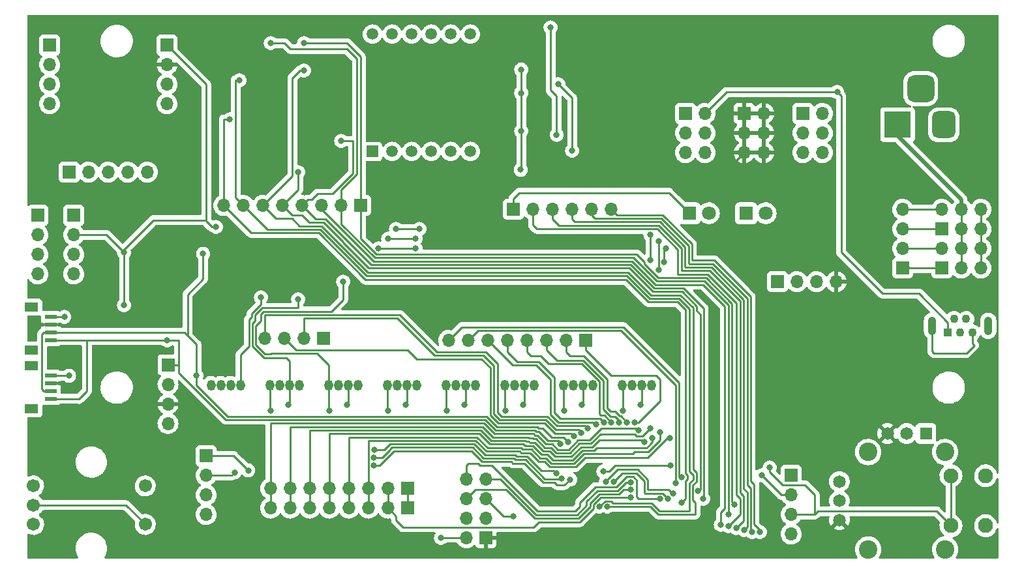
<source format=gbr>
%TF.GenerationSoftware,KiCad,Pcbnew,(6.0.1)*%
%TF.CreationDate,2023-03-04T22:59:05-07:00*%
%TF.ProjectId,DevBoard2.0,44657642-6f61-4726-9432-2e302e6b6963,rev?*%
%TF.SameCoordinates,Original*%
%TF.FileFunction,Copper,L1,Top*%
%TF.FilePolarity,Positive*%
%FSLAX46Y46*%
G04 Gerber Fmt 4.6, Leading zero omitted, Abs format (unit mm)*
G04 Created by KiCad (PCBNEW (6.0.1)) date 2023-03-04 22:59:05*
%MOMM*%
%LPD*%
G01*
G04 APERTURE LIST*
G04 Aperture macros list*
%AMRoundRect*
0 Rectangle with rounded corners*
0 $1 Rounding radius*
0 $2 $3 $4 $5 $6 $7 $8 $9 X,Y pos of 4 corners*
0 Add a 4 corners polygon primitive as box body*
4,1,4,$2,$3,$4,$5,$6,$7,$8,$9,$2,$3,0*
0 Add four circle primitives for the rounded corners*
1,1,$1+$1,$2,$3*
1,1,$1+$1,$4,$5*
1,1,$1+$1,$6,$7*
1,1,$1+$1,$8,$9*
0 Add four rect primitives between the rounded corners*
20,1,$1+$1,$2,$3,$4,$5,0*
20,1,$1+$1,$4,$5,$6,$7,0*
20,1,$1+$1,$6,$7,$8,$9,0*
20,1,$1+$1,$8,$9,$2,$3,0*%
G04 Aperture macros list end*
%TA.AperFunction,ComponentPad*%
%ADD10C,1.650000*%
%TD*%
%TA.AperFunction,ComponentPad*%
%ADD11R,1.650000X1.650000*%
%TD*%
%TA.AperFunction,ComponentPad*%
%ADD12C,2.400000*%
%TD*%
%TA.AperFunction,ComponentPad*%
%ADD13C,1.950000*%
%TD*%
%TA.AperFunction,ComponentPad*%
%ADD14R,1.700000X1.700000*%
%TD*%
%TA.AperFunction,ComponentPad*%
%ADD15O,1.700000X1.700000*%
%TD*%
%TA.AperFunction,ComponentPad*%
%ADD16O,1.143000X1.397000*%
%TD*%
%TA.AperFunction,ComponentPad*%
%ADD17R,1.800000X1.800000*%
%TD*%
%TA.AperFunction,ComponentPad*%
%ADD18C,1.800000*%
%TD*%
%TA.AperFunction,ComponentPad*%
%ADD19C,1.701800*%
%TD*%
%TA.AperFunction,SMDPad,CuDef*%
%ADD20C,1.701800*%
%TD*%
%TA.AperFunction,SMDPad,CuDef*%
%ADD21R,1.549400X0.609600*%
%TD*%
%TA.AperFunction,SMDPad,CuDef*%
%ADD22R,1.803400X1.193800*%
%TD*%
%TA.AperFunction,ComponentPad*%
%ADD23R,1.100000X1.100000*%
%TD*%
%TA.AperFunction,ComponentPad*%
%ADD24C,1.100000*%
%TD*%
%TA.AperFunction,ComponentPad*%
%ADD25O,1.100000X2.400000*%
%TD*%
%TA.AperFunction,ComponentPad*%
%ADD26C,1.500000*%
%TD*%
%TA.AperFunction,ComponentPad*%
%ADD27R,1.500000X1.500000*%
%TD*%
%TA.AperFunction,ComponentPad*%
%ADD28RoundRect,0.875000X0.875000X0.875000X-0.875000X0.875000X-0.875000X-0.875000X0.875000X-0.875000X0*%
%TD*%
%TA.AperFunction,ComponentPad*%
%ADD29RoundRect,0.750000X0.750000X1.000000X-0.750000X1.000000X-0.750000X-1.000000X0.750000X-1.000000X0*%
%TD*%
%TA.AperFunction,ComponentPad*%
%ADD30R,3.500000X3.500000*%
%TD*%
%TA.AperFunction,ViaPad*%
%ADD31C,0.800000*%
%TD*%
%TA.AperFunction,Conductor*%
%ADD32C,0.250000*%
%TD*%
%TA.AperFunction,Conductor*%
%ADD33C,0.500000*%
%TD*%
G04 APERTURE END LIST*
D10*
%TO.P,U1,VR2_1*%
%TO.N,GND*%
X263812000Y-73192000D03*
%TO.P,U1,VR2_2*%
%TO.N,/JoyX*%
X263812000Y-75692000D03*
%TO.P,U1,VR2_3*%
%TO.N,+3V3*%
X263812000Y-78192000D03*
D11*
%TO.P,U1,VR1_1*%
%TO.N,GND*%
X275042000Y-66962000D03*
D10*
%TO.P,U1,VR1_2*%
%TO.N,/JoyY*%
X272542000Y-66962000D03*
%TO.P,U1,VR1_3*%
%TO.N,+3V3*%
X270042000Y-66962000D03*
D12*
%TO.P,U1,S1*%
%TO.N,N/C*%
X267542000Y-69367000D03*
%TO.P,U1,S2*%
X267542000Y-82017000D03*
%TO.P,U1,S3*%
X277542000Y-82017000D03*
%TO.P,U1,S4*%
X277542000Y-69367000D03*
D13*
%TO.P,U1,A*%
%TO.N,/JoyButton*%
X278292000Y-78942000D03*
%TO.P,U1,C*%
%TO.N,GND*%
X282792000Y-78942000D03*
%TO.P,U1,B*%
%TO.N,/JoyButton*%
X278292000Y-72442000D03*
%TO.P,U1,D*%
%TO.N,GND*%
X282792000Y-72442000D03*
%TD*%
D14*
%TO.P,J26,1,Pin_1*%
%TO.N,/SCL*%
X176657000Y-58039000D03*
D15*
%TO.P,J26,2,Pin_2*%
%TO.N,/SDA*%
X176657000Y-60579000D03*
%TO.P,J26,3,Pin_3*%
%TO.N,+3V3*%
X176657000Y-63119000D03*
%TO.P,J26,4,Pin_4*%
%TO.N,GND*%
X176657000Y-65659000D03*
%TD*%
D16*
%TO.P,LED2,1,1*%
%TO.N,/R_RGB_Cathode*%
X189863100Y-60706000D03*
%TO.P,LED2,3,3*%
%TO.N,/G_RGB_Cathode*%
X192403100Y-60706000D03*
%TO.P,LED2,2,2*%
%TO.N,Net-(LED2-Pad2)*%
X191133100Y-60706000D03*
%TO.P,LED2,4,4*%
%TO.N,/B_RGB_Cathode*%
X193673100Y-60706000D03*
%TD*%
D14*
%TO.P,J19,1,Pin_1*%
%TO.N,GND*%
X164416000Y-38618000D03*
D15*
%TO.P,J19,2,Pin_2*%
%TO.N,+5V*%
X164416000Y-41158000D03*
%TO.P,J19,3,Pin_3*%
%TO.N,/SDAH*%
X164416000Y-43698000D03*
%TO.P,J19,4,Pin_4*%
%TO.N,/SCLH*%
X164416000Y-46238000D03*
%TD*%
D14*
%TO.P,J16,1,Pin_1*%
%TO.N,GND*%
X159766000Y-38618000D03*
D15*
%TO.P,J16,2,Pin_2*%
%TO.N,+5V*%
X159766000Y-41158000D03*
%TO.P,J16,3,Pin_3*%
%TO.N,/SDAH*%
X159766000Y-43698000D03*
%TO.P,J16,4,Pin_4*%
%TO.N,/SCLH*%
X159766000Y-46238000D03*
%TD*%
D14*
%TO.P,J12,1,Pin_1*%
%TO.N,/a_Cathode*%
X201676000Y-37338000D03*
D15*
%TO.P,J12,2,Pin_2*%
%TO.N,/b_Cathode*%
X199136000Y-37338000D03*
%TO.P,J12,3,Pin_3*%
%TO.N,/c_Cathode*%
X196596000Y-37338000D03*
%TO.P,J12,4,Pin_4*%
%TO.N,/d_Cathode*%
X194056000Y-37338000D03*
%TO.P,J12,5,Pin_5*%
%TO.N,/e_Cathode*%
X191516000Y-37338000D03*
%TO.P,J12,6,Pin_6*%
%TO.N,/f_Cathode*%
X188976000Y-37338000D03*
%TO.P,J12,7,Pin_7*%
%TO.N,/g_Cathode*%
X186436000Y-37338000D03*
%TO.P,J12,8,Pin_8*%
%TO.N,/dp_Cathode*%
X183896000Y-37338000D03*
%TD*%
D14*
%TO.P,J18,1,Pin_1*%
%TO.N,/RGB_0_Sig*%
X230872900Y-54864000D03*
D15*
%TO.P,J18,2,Pin_2*%
%TO.N,/RGB_1_Sig*%
X228332900Y-54864000D03*
%TO.P,J18,3,Pin_3*%
%TO.N,/RGB_2_Sig*%
X225792900Y-54864000D03*
%TO.P,J18,4,Pin_4*%
%TO.N,/RGB_3_Sig*%
X223252900Y-54864000D03*
%TO.P,J18,5,Pin_5*%
%TO.N,/RGB_4_Sig*%
X220712900Y-54864000D03*
%TO.P,J18,6,Pin_6*%
%TO.N,/RGB_5_Sig*%
X218172900Y-54864000D03*
%TO.P,J18,7,Pin_7*%
%TO.N,/RGB_6_Sig*%
X215632900Y-54864000D03*
%TO.P,J18,8,Pin_8*%
%TO.N,/RGB_7_Sig*%
X213092900Y-54864000D03*
%TD*%
%TO.P,J17,8,Pin_8*%
%TO.N,/Aux3*%
X215392000Y-72888000D03*
%TO.P,J17,7,Pin_7*%
%TO.N,/Aux2*%
X217932000Y-72888000D03*
%TO.P,J17,6,Pin_6*%
%TO.N,/Aux1*%
X215392000Y-75428000D03*
%TO.P,J17,5,Pin_5*%
%TO.N,/Aux0*%
X217932000Y-75428000D03*
%TO.P,J17,4,Pin_4*%
%TO.N,/TEST*%
X215392000Y-77968000D03*
%TO.P,J17,3,Pin_3*%
%TO.N,/Reset*%
X217932000Y-77968000D03*
%TO.P,J17,2,Pin_2*%
%TO.N,GND*%
X215392000Y-80508000D03*
D14*
%TO.P,J17,1,Pin_1*%
%TO.N,+3V3*%
X217932000Y-80508000D03*
%TD*%
%TO.P,J25,1,Pin_1*%
%TO.N,GND*%
X221488000Y-37846000D03*
D15*
%TO.P,J25,2,Pin_2*%
%TO.N,/A4_Seven_Anode*%
X224028000Y-37846000D03*
%TO.P,J25,3,Pin_3*%
%TO.N,/A3_Seven_Anode*%
X226568000Y-37846000D03*
%TO.P,J25,4,Pin_4*%
%TO.N,/A2_Seven_Anode*%
X229108000Y-37846000D03*
%TO.P,J25,5,Pin_5*%
%TO.N,/A1_Seven_Anode*%
X231648000Y-37846000D03*
%TO.P,J25,6,Pin_6*%
%TO.N,/Seven_PWM*%
X234188000Y-37846000D03*
%TD*%
D14*
%TO.P,J14,1,Pin_1*%
%TO.N,/EncA*%
X181610000Y-69860000D03*
D15*
%TO.P,J14,2,Pin_2*%
%TO.N,/EncB*%
X181610000Y-72400000D03*
%TO.P,J14,3,Pin_3*%
%TO.N,/EncButton*%
X181610000Y-74940000D03*
%TO.P,J14,4,Pin_4*%
%TO.N,GND*%
X181610000Y-77480000D03*
%TD*%
D14*
%TO.P,J13,1,Pin_1*%
%TO.N,/JoyY*%
X257556000Y-72400000D03*
D15*
%TO.P,J13,2,Pin_2*%
%TO.N,/JoyX*%
X257556000Y-74940000D03*
%TO.P,J13,3,Pin_3*%
%TO.N,/JoyButton*%
X257556000Y-77480000D03*
%TO.P,J13,4,Pin_4*%
%TO.N,GND*%
X257556000Y-80020000D03*
%TD*%
D14*
%TO.P,J11,1,Pin_1*%
%TO.N,GND*%
X196851900Y-54610000D03*
D15*
%TO.P,J11,2,Pin_2*%
%TO.N,/R_RGB_Transistor*%
X194311900Y-54610000D03*
%TO.P,J11,3,Pin_3*%
%TO.N,/G_RGB_Transistor*%
X191771900Y-54610000D03*
%TO.P,J11,4,Pin_4*%
%TO.N,/B_RGB_Transistor*%
X189231900Y-54610000D03*
%TD*%
D14*
%TO.P,J6,1,Pin_1*%
%TO.N,GND*%
X255778000Y-47244000D03*
D15*
%TO.P,J6,2,Pin_2*%
%TO.N,Net-(U2-Pad10)*%
X258318000Y-47244000D03*
%TO.P,J6,3,Pin_3*%
%TO.N,Net-(U2-Pad12)*%
X260858000Y-47244000D03*
%TO.P,J6,4,Pin_4*%
%TO.N,+3V3*%
X263398000Y-47244000D03*
%TD*%
D17*
%TO.P,D2,1,K*%
%TO.N,GND*%
X251709000Y-38354000D03*
D18*
%TO.P,D2,2,A*%
%TO.N,Net-(D2-Pad2)*%
X254249000Y-38354000D03*
%TD*%
D17*
%TO.P,D1,1,K*%
%TO.N,GND*%
X244343000Y-38354000D03*
D18*
%TO.P,D1,2,A*%
%TO.N,Net-(D1-Pad2)*%
X246883000Y-38354000D03*
%TD*%
D19*
%TO.P,SW1,S1,S1*%
%TO.N,/EncButton*%
X173702550Y-73770231D03*
%TO.P,SW1,S2,S2*%
%TO.N,GND*%
X173702550Y-78770231D03*
%TO.P,SW1,A,A*%
%TO.N,/EncA*%
X159202551Y-73770231D03*
%TO.P,SW1,B,B*%
%TO.N,/EncB*%
X159202551Y-78770231D03*
D20*
%TO.P,SW1,C,C*%
%TO.N,GND*%
X159202551Y-76270231D03*
%TD*%
D21*
%TO.P,J15,1,1*%
%TO.N,/SCL*%
X161441600Y-62460000D03*
%TO.P,J15,2,2*%
%TO.N,/SDA*%
X161441600Y-61459999D03*
%TO.P,J15,3,3*%
%TO.N,+3V3*%
X161441600Y-60460001D03*
%TO.P,J15,4,4*%
%TO.N,GND*%
X161441600Y-59460000D03*
D22*
%TO.P,J15,5*%
%TO.N,N/C*%
X158916601Y-63759999D03*
%TO.P,J15,6*%
X158916601Y-58160001D03*
%TD*%
D21*
%TO.P,J10,1,1*%
%TO.N,/SCL*%
X161441600Y-54840000D03*
%TO.P,J10,2,2*%
%TO.N,/SDA*%
X161441600Y-53839999D03*
%TO.P,J10,3,3*%
%TO.N,+3V3*%
X161441600Y-52840001D03*
%TO.P,J10,4,4*%
%TO.N,GND*%
X161441600Y-51840000D03*
D22*
%TO.P,J10,5*%
%TO.N,N/C*%
X158916601Y-56139999D03*
%TO.P,J10,6*%
X158916601Y-50540001D03*
%TD*%
D14*
%TO.P,J1,1,Pin_1*%
%TO.N,/Key0*%
X207757000Y-74111000D03*
D15*
%TO.P,J1,2,Pin_2*%
%TO.N,/Key1*%
X205217000Y-74111000D03*
%TO.P,J1,3,Pin_3*%
%TO.N,/Key2*%
X202677000Y-74111000D03*
%TO.P,J1,4,Pin_4*%
%TO.N,/Key3*%
X200137000Y-74111000D03*
%TO.P,J1,5,Pin_5*%
%TO.N,/Key4*%
X197597000Y-74111000D03*
%TO.P,J1,6,Pin_6*%
%TO.N,/Key5*%
X195057000Y-74111000D03*
%TO.P,J1,7,Pin_7*%
%TO.N,/Key6*%
X192517000Y-74111000D03*
%TO.P,J1,8,Pin_8*%
%TO.N,/Key7*%
X189977000Y-74111000D03*
%TD*%
D16*
%TO.P,LED8,1,1*%
%TO.N,/R_RGB_Cathode*%
X235583100Y-60706000D03*
%TO.P,LED8,3,3*%
%TO.N,/G_RGB_Cathode*%
X238123100Y-60706000D03*
%TO.P,LED8,2,2*%
%TO.N,Net-(LED8-Pad2)*%
X236853100Y-60706000D03*
%TO.P,LED8,4,4*%
%TO.N,/B_RGB_Cathode*%
X239393100Y-60706000D03*
%TD*%
%TO.P,LED7,1,1*%
%TO.N,/R_RGB_Cathode*%
X227963100Y-60706000D03*
%TO.P,LED7,3,3*%
%TO.N,/G_RGB_Cathode*%
X230503100Y-60706000D03*
%TO.P,LED7,2,2*%
%TO.N,Net-(LED7-Pad2)*%
X229233100Y-60706000D03*
%TO.P,LED7,4,4*%
%TO.N,/B_RGB_Cathode*%
X231773100Y-60706000D03*
%TD*%
%TO.P,LED6,1,1*%
%TO.N,/R_RGB_Cathode*%
X220343100Y-60706000D03*
%TO.P,LED6,3,3*%
%TO.N,/G_RGB_Cathode*%
X222883100Y-60706000D03*
%TO.P,LED6,2,2*%
%TO.N,Net-(LED6-Pad2)*%
X221613100Y-60706000D03*
%TO.P,LED6,4,4*%
%TO.N,/B_RGB_Cathode*%
X224153100Y-60706000D03*
%TD*%
%TO.P,LED5,1,1*%
%TO.N,/R_RGB_Cathode*%
X212723100Y-60706000D03*
%TO.P,LED5,3,3*%
%TO.N,/G_RGB_Cathode*%
X215263100Y-60706000D03*
%TO.P,LED5,2,2*%
%TO.N,Net-(LED5-Pad2)*%
X213993100Y-60706000D03*
%TO.P,LED5,4,4*%
%TO.N,/B_RGB_Cathode*%
X216533100Y-60706000D03*
%TD*%
%TO.P,LED4,1,1*%
%TO.N,/R_RGB_Cathode*%
X205103100Y-60706000D03*
%TO.P,LED4,3,3*%
%TO.N,/G_RGB_Cathode*%
X207643100Y-60706000D03*
%TO.P,LED4,2,2*%
%TO.N,Net-(LED4-Pad2)*%
X206373100Y-60706000D03*
%TO.P,LED4,4,4*%
%TO.N,/B_RGB_Cathode*%
X208913100Y-60706000D03*
%TD*%
%TO.P,LED3,1,1*%
%TO.N,/R_RGB_Cathode*%
X197483100Y-60706000D03*
%TO.P,LED3,3,3*%
%TO.N,/G_RGB_Cathode*%
X200023100Y-60706000D03*
%TO.P,LED3,2,2*%
%TO.N,Net-(LED3-Pad2)*%
X198753100Y-60706000D03*
%TO.P,LED3,4,4*%
%TO.N,/B_RGB_Cathode*%
X201293100Y-60706000D03*
%TD*%
%TO.P,LED1,1,1*%
%TO.N,/R_RGB_Cathode*%
X182243100Y-60706000D03*
%TO.P,LED1,3,3*%
%TO.N,/G_RGB_Cathode*%
X184783100Y-60706000D03*
%TO.P,LED1,2,2*%
%TO.N,Net-(LED1-Pad2)*%
X183513100Y-60706000D03*
%TO.P,LED1,4,4*%
%TO.N,/B_RGB_Cathode*%
X186053100Y-60706000D03*
%TD*%
D23*
%TO.P,J20,1,VBUS*%
%TO.N,+5V*%
X277876000Y-53848000D03*
D24*
%TO.P,J20,2,D-*%
%TO.N,/D-*%
X278676000Y-52098000D03*
%TO.P,J20,3,D+*%
%TO.N,/D+*%
X279476000Y-53848000D03*
%TO.P,J20,4,ID*%
%TO.N,unconnected-(J20-Pad4)*%
X280276000Y-52098000D03*
%TO.P,J20,5,GND*%
%TO.N,GND*%
X281076000Y-53848000D03*
D25*
%TO.P,J20,6,Shield*%
X283126000Y-52973000D03*
X275826000Y-52973000D03*
%TD*%
D26*
%TO.P,U5,12,CA1*%
%TO.N,Net-(U5-Pad12)*%
X203200000Y-15097500D03*
%TO.P,U5,11,a*%
%TO.N,Net-(U5-Pad11)*%
X205740000Y-15097500D03*
%TO.P,U5,10,f*%
%TO.N,Net-(U5-Pad10)*%
X208280000Y-15097500D03*
%TO.P,U5,9,CA2*%
%TO.N,Net-(U5-Pad9)*%
X210820000Y-15097500D03*
%TO.P,U5,8,CA3*%
%TO.N,Net-(U5-Pad8)*%
X213360000Y-15097500D03*
%TO.P,U5,7,b*%
%TO.N,Net-(U5-Pad7)*%
X215900000Y-15097500D03*
%TO.P,U5,6,CA4*%
%TO.N,Net-(U5-Pad6)*%
X215900000Y-30337500D03*
%TO.P,U5,5,g*%
%TO.N,Net-(U5-Pad5)*%
X213360000Y-30337500D03*
%TO.P,U5,4,c*%
%TO.N,Net-(U5-Pad4)*%
X210820000Y-30337500D03*
%TO.P,U5,3,DPX*%
%TO.N,Net-(U5-Pad3)*%
X208280000Y-30337500D03*
%TO.P,U5,2,d*%
%TO.N,Net-(U5-Pad2)*%
X205740000Y-30337500D03*
D27*
%TO.P,U5,1,e*%
%TO.N,Net-(U5-Pad1)*%
X203200000Y-30337500D03*
%TD*%
D15*
%TO.P,J24,6,Pin_6*%
%TO.N,GND*%
X261620000Y-30480000D03*
%TO.P,J24,5,Pin_5*%
X259080000Y-30480000D03*
%TO.P,J24,4,Pin_4*%
X261620000Y-27940000D03*
%TO.P,J24,3,Pin_3*%
X259080000Y-27940000D03*
%TO.P,J24,2,Pin_2*%
X261620000Y-25400000D03*
D14*
%TO.P,J24,1,Pin_1*%
X259080000Y-25400000D03*
%TD*%
D15*
%TO.P,J23,6,Pin_6*%
%TO.N,+5V*%
X246380000Y-30480000D03*
%TO.P,J23,5,Pin_5*%
X243840000Y-30480000D03*
%TO.P,J23,4,Pin_4*%
X246380000Y-27940000D03*
%TO.P,J23,3,Pin_3*%
X243840000Y-27940000D03*
%TO.P,J23,2,Pin_2*%
X246380000Y-25400000D03*
D14*
%TO.P,J23,1,Pin_1*%
X243840000Y-25400000D03*
%TD*%
D15*
%TO.P,J22,6,Pin_6*%
%TO.N,+3V3*%
X254000000Y-30480000D03*
%TO.P,J22,5,Pin_5*%
X251460000Y-30480000D03*
%TO.P,J22,4,Pin_4*%
X254000000Y-27940000D03*
%TO.P,J22,3,Pin_3*%
X251460000Y-27940000D03*
%TO.P,J22,2,Pin_2*%
X254000000Y-25400000D03*
D14*
%TO.P,J22,1,Pin_1*%
X251460000Y-25400000D03*
%TD*%
%TO.P,J21,1,Pin_1*%
%TO.N,Net-(J21-Pad1)*%
X272034000Y-45466000D03*
D15*
%TO.P,J21,2,Pin_2*%
%TO.N,Net-(J4-Pad2)*%
X272034000Y-42926000D03*
%TO.P,J21,3,Pin_3*%
%TO.N,Net-(J21-Pad3)*%
X272034000Y-40386000D03*
%TO.P,J21,4,Pin_4*%
%TO.N,Net-(J21-Pad4)*%
X272034000Y-37846000D03*
%TD*%
%TO.P,J9,8,Pin_8*%
%TO.N,/Key7*%
X189977000Y-76651000D03*
%TO.P,J9,7,Pin_7*%
%TO.N,/Key6*%
X192517000Y-76651000D03*
%TO.P,J9,6,Pin_6*%
%TO.N,/Key5*%
X195057000Y-76651000D03*
%TO.P,J9,5,Pin_5*%
%TO.N,/Key4*%
X197597000Y-76651000D03*
%TO.P,J9,4,Pin_4*%
%TO.N,/Key3*%
X200137000Y-76651000D03*
%TO.P,J9,3,Pin_3*%
%TO.N,/Key2*%
X202677000Y-76651000D03*
%TO.P,J9,2,Pin_2*%
%TO.N,/Key1*%
X205217000Y-76651000D03*
D14*
%TO.P,J9,1,Pin_1*%
%TO.N,/Key0*%
X207757000Y-76651000D03*
%TD*%
D15*
%TO.P,J8,5,Pin_5*%
%TO.N,Net-(J3-Pad4)*%
X173990000Y-33020000D03*
%TO.P,J8,4,Pin_4*%
%TO.N,Net-(J8-Pad4)*%
X171450000Y-33020000D03*
%TO.P,J8,3,Pin_3*%
%TO.N,Net-(J8-Pad3)*%
X168910000Y-33020000D03*
%TO.P,J8,2,Pin_2*%
%TO.N,Net-(J8-Pad2)*%
X166370000Y-33020000D03*
D14*
%TO.P,J8,1,Pin_1*%
%TO.N,Net-(J8-Pad1)*%
X163830000Y-33020000D03*
%TD*%
D28*
%TO.P,J7,3*%
%TO.N,unconnected-(J7-Pad3)*%
X274368000Y-22165500D03*
D29*
%TO.P,J7,2*%
%TO.N,GND*%
X277368000Y-26865500D03*
D30*
%TO.P,J7,1*%
%TO.N,+BATT*%
X271368000Y-26865500D03*
%TD*%
D15*
%TO.P,J5,6,Pin_6*%
%TO.N,GND*%
X282194000Y-37846000D03*
%TO.P,J5,5,Pin_5*%
X282194000Y-40386000D03*
%TO.P,J5,4,Pin_4*%
%TO.N,+BATT*%
X279654000Y-37846000D03*
%TO.P,J5,3,Pin_3*%
X279654000Y-40386000D03*
%TO.P,J5,2,Pin_2*%
%TO.N,Net-(J21-Pad4)*%
X277114000Y-37846000D03*
D14*
%TO.P,J5,1,Pin_1*%
%TO.N,Net-(J21-Pad3)*%
X277114000Y-40386000D03*
%TD*%
D15*
%TO.P,J4,6,Pin_6*%
%TO.N,GND*%
X282194000Y-42926000D03*
%TO.P,J4,5,Pin_5*%
X282194000Y-45466000D03*
%TO.P,J4,4,Pin_4*%
%TO.N,+BATT*%
X279654000Y-42926000D03*
%TO.P,J4,3,Pin_3*%
X279654000Y-45466000D03*
%TO.P,J4,2,Pin_2*%
%TO.N,Net-(J4-Pad2)*%
X277114000Y-42926000D03*
D14*
%TO.P,J4,1,Pin_1*%
%TO.N,Net-(J21-Pad1)*%
X277114000Y-45466000D03*
%TD*%
%TO.P,J3,1,Pin_1*%
%TO.N,+5V*%
X176525000Y-16520000D03*
D15*
%TO.P,J3,2,Pin_2*%
%TO.N,+3V3*%
X176525000Y-19060000D03*
%TO.P,J3,3,Pin_3*%
%TO.N,GND*%
X176525000Y-21600000D03*
%TO.P,J3,4,Pin_4*%
%TO.N,Net-(J3-Pad4)*%
X176525000Y-24140000D03*
%TD*%
D14*
%TO.P,J2,1,Pin_1*%
%TO.N,Net-(J8-Pad4)*%
X161285000Y-16520000D03*
D15*
%TO.P,J2,2,Pin_2*%
%TO.N,Net-(J8-Pad3)*%
X161285000Y-19060000D03*
%TO.P,J2,3,Pin_3*%
%TO.N,Net-(J8-Pad2)*%
X161285000Y-21600000D03*
%TO.P,J2,4,Pin_4*%
%TO.N,Net-(J8-Pad1)*%
X161285000Y-24140000D03*
%TD*%
D31*
%TO.N,/SDA*%
X180340000Y-59436000D03*
%TO.N,Net-(Q19-Pad2)*%
X222504000Y-22733000D03*
X222504000Y-27686000D03*
X222440500Y-32702500D03*
X222504000Y-19685000D03*
%TO.N,+3V3*%
X256286000Y-68580000D03*
%TO.N,GND*%
X212090000Y-80518000D03*
%TO.N,+3V3*%
X267208000Y-56769000D03*
X168402000Y-45466000D03*
X164846000Y-52832000D03*
X164846000Y-60579000D03*
X256286000Y-65532000D03*
X247777000Y-58166000D03*
X222631000Y-73152000D03*
X177038000Y-71755000D03*
%TO.N,GND*%
X163806000Y-59460000D03*
X163195000Y-51816000D03*
%TO.N,/EncA*%
X187071000Y-71755000D03*
%TO.N,/EncB*%
X185293000Y-72009000D03*
%TO.N,/JoyButton*%
X254762000Y-71374000D03*
%TO.N,/JoyX*%
X253746000Y-72390000D03*
%TO.N,+3V3*%
X233463500Y-31496000D03*
%TO.N,+5V*%
X263525000Y-22606000D03*
X182880000Y-40132000D03*
%TO.N,/SCL*%
X176530000Y-54864000D03*
%TO.N,+5V*%
X170942000Y-50292000D03*
X170942000Y-43434000D03*
%TO.N,/dp_Cathode*%
X184658000Y-26162000D03*
%TO.N,/g_Cathode*%
X185928000Y-21082000D03*
%TO.N,/f_Cathode*%
X194310000Y-19812000D03*
%TO.N,/e_Cathode*%
X193548000Y-33020000D03*
%TO.N,/d_Cathode*%
X199136000Y-28956000D03*
%TO.N,/b_Cathode*%
X189992000Y-16256000D03*
%TO.N,/a_Cathode*%
X194310000Y-16256000D03*
%TO.N,/Aux0*%
X221488000Y-77724000D03*
%TO.N,/JoyButton*%
X233172000Y-71882000D03*
X241845500Y-71120000D03*
%TO.N,/JoyX*%
X242259442Y-74713500D03*
X233514705Y-73189500D03*
%TO.N,/JoyY*%
X241554000Y-75438000D03*
X234514208Y-73189500D03*
%TO.N,/RGB_6_Sig*%
X242546451Y-73438147D03*
%TO.N,/Aux3*%
X240538000Y-75439500D03*
%TO.N,/Aux2*%
X236728000Y-73280974D03*
%TO.N,/Aux1*%
X236728000Y-74280477D03*
%TO.N,/Key1*%
X236728000Y-75279980D03*
%TO.N,/EncA*%
X203401500Y-71120000D03*
X228854000Y-72939500D03*
%TO.N,/EncB*%
X203401500Y-70086123D03*
X227782755Y-72842755D03*
%TO.N,/EncButton*%
X203454000Y-69088000D03*
X227076000Y-72136000D03*
%TO.N,/Key2*%
X241808000Y-67564000D03*
%TO.N,/Key3*%
X240538000Y-66802000D03*
%TO.N,/Key4*%
X239522000Y-67564000D03*
%TO.N,/Key5*%
X238510299Y-68076299D03*
%TO.N,/Key6*%
X239268000Y-66294000D03*
%TO.N,/Key7*%
X237748299Y-66552299D03*
%TO.N,/SCL*%
X227584000Y-68326000D03*
%TO.N,/SDA*%
X181205750Y-43625000D03*
%TO.N,/B_RGB_Cathode*%
X188722000Y-49276000D03*
%TO.N,/G_RGB_Cathode*%
X193548000Y-49530000D03*
%TO.N,/R_RGB_Cathode*%
X199390000Y-47244000D03*
%TO.N,/g_Cathode*%
X232659701Y-76449701D03*
%TO.N,/f_Cathode*%
X233680000Y-76454000D03*
%TO.N,/e_Cathode*%
X245480060Y-74422000D03*
%TO.N,/d_Cathode*%
X246126000Y-75438000D03*
%TO.N,/Seven_PWM*%
X253492000Y-79756000D03*
%TO.N,/A1_Seven_Anode*%
X252476000Y-79756000D03*
%TO.N,/A2_Seven_Anode*%
X251460000Y-79502000D03*
%TO.N,/a_Cathode*%
X250190000Y-76200000D03*
%TO.N,/A3_Seven_Anode*%
X250444000Y-79248000D03*
%TO.N,/A4_Seven_Anode*%
X249428000Y-78994000D03*
%TO.N,/c_Cathode*%
X248412000Y-78818500D03*
%TO.N,/b_Cathode*%
X249428000Y-77470000D03*
%TO.N,/dp_Cathode*%
X243332000Y-75946000D03*
%TO.N,/A2_Seven_Anode*%
X229108000Y-30226000D03*
%TO.N,/A3_Seven_Anode*%
X227103201Y-28166799D03*
%TO.N,/SDA*%
X228600000Y-68072000D03*
%TO.N,/G_RGB_Transistor*%
X229362000Y-67310000D03*
%TO.N,/R_RGB_Transistor*%
X230308364Y-66848424D03*
%TO.N,/B_RGB_Transistor*%
X231140000Y-66294000D03*
%TO.N,/RGB_7_Sig*%
X243294500Y-72644000D03*
%TO.N,/RGB_5_Sig*%
X232221988Y-65748500D03*
%TO.N,/RGB_4_Sig*%
X233221491Y-65532000D03*
%TO.N,/RGB_3_Sig*%
X234220994Y-65532000D03*
%TO.N,/RGB_2_Sig*%
X235220497Y-65532000D03*
%TO.N,/RGB_1_Sig*%
X236220000Y-65532000D03*
%TO.N,/RGB_0_Sig*%
X237236000Y-65532000D03*
%TO.N,/A3_Seven_Anode*%
X226314000Y-14224000D03*
%TO.N,/A2_Seven_Anode*%
X227330000Y-21590000D03*
%TO.N,+3V3*%
X234950000Y-49276000D03*
X231140000Y-49276000D03*
X227584000Y-49276000D03*
X224028000Y-49276000D03*
X220472000Y-49276000D03*
X216662000Y-49276000D03*
X213106000Y-49276000D03*
X209550000Y-49276000D03*
%TO.N,Net-(LED1-Pad2)*%
X208788000Y-42926000D03*
X203962000Y-42926000D03*
%TO.N,Net-(LED2-Pad2)*%
X208788000Y-41656000D03*
X205232000Y-41656000D03*
%TO.N,Net-(LED3-Pad2)*%
X209296000Y-40386000D03*
X206248000Y-40386000D03*
%TO.N,Net-(LED7-Pad2)*%
X241300000Y-42926000D03*
%TO.N,Net-(LED6-Pad2)*%
X240321500Y-41947500D03*
X240321500Y-45720000D03*
%TO.N,Net-(LED5-Pad2)*%
X239268000Y-41148000D03*
X239268000Y-44450000D03*
%TO.N,Net-(LED7-Pad2)*%
X241046000Y-44704000D03*
%TO.N,/R_RGB_Cathode*%
X189992000Y-64008000D03*
X197612000Y-64008000D03*
X205232000Y-64008000D03*
X212852000Y-64008000D03*
X220472000Y-64008000D03*
X228092000Y-64008000D03*
X235712000Y-64008000D03*
%TO.N,/G_RGB_Cathode*%
X237998000Y-63246000D03*
X230378000Y-63246000D03*
X222758000Y-63246000D03*
X215138000Y-63246000D03*
X207518000Y-63246000D03*
X199898000Y-63246000D03*
X192278000Y-63208500D03*
%TD*%
D32*
%TO.N,/SDA*%
X180340000Y-59436000D02*
X180340000Y-55372000D01*
X180340000Y-60706000D02*
X180340000Y-59436000D01*
%TO.N,/SCL*%
X176657000Y-58039000D02*
X178054000Y-58039000D01*
X178054000Y-58039000D02*
X178054000Y-59055718D01*
X178054000Y-54864000D02*
X178054000Y-58039000D01*
%TO.N,GND*%
X281076000Y-55270000D02*
X281076000Y-53848000D01*
X281305000Y-55499000D02*
X281076000Y-55270000D01*
X280289000Y-56515000D02*
X281305000Y-55499000D01*
X276098000Y-56515000D02*
X280289000Y-56515000D01*
X275844000Y-56261000D02*
X276098000Y-56515000D01*
X275844000Y-53641000D02*
X275844000Y-56261000D01*
X275826000Y-53623000D02*
X275844000Y-53641000D01*
X275826000Y-52973000D02*
X275826000Y-53623000D01*
%TO.N,Net-(Q19-Pad2)*%
X222504000Y-22733000D02*
X222504000Y-27686000D01*
X222504000Y-22479000D02*
X222504000Y-22733000D01*
X222377000Y-32766000D02*
X222440500Y-32702500D01*
X222504000Y-19685000D02*
X222504000Y-22479000D01*
X222504000Y-27686000D02*
X222504000Y-32639000D01*
X222504000Y-32639000D02*
X222440500Y-32702500D01*
%TO.N,+3V3*%
X256286000Y-68580000D02*
X256286000Y-65532000D01*
%TO.N,GND*%
X212100000Y-80508000D02*
X215392000Y-80508000D01*
X212090000Y-80518000D02*
X212100000Y-80508000D01*
X159202551Y-76270231D02*
X171202550Y-76270231D01*
X171202550Y-76270231D02*
X173702550Y-78770231D01*
%TO.N,+3V3*%
X164846000Y-49022000D02*
X164846000Y-52832000D01*
X168402000Y-45466000D02*
X164846000Y-49022000D01*
X161441600Y-52840001D02*
X164837999Y-52840001D01*
X164837999Y-52840001D02*
X164846000Y-52832000D01*
X163838001Y-60460001D02*
X163957000Y-60579000D01*
X163957000Y-60579000D02*
X164846000Y-60579000D01*
X161441600Y-60460001D02*
X163838001Y-60460001D01*
%TO.N,GND*%
X241676000Y-35687000D02*
X244343000Y-38354000D01*
X222250000Y-35687000D02*
X241676000Y-35687000D01*
X221488000Y-36449000D02*
X222250000Y-35687000D01*
X221488000Y-37846000D02*
X221488000Y-36449000D01*
X161441600Y-59460000D02*
X163806000Y-59460000D01*
X163171000Y-51840000D02*
X163195000Y-51816000D01*
X161441600Y-51840000D02*
X163171000Y-51840000D01*
%TO.N,+5V*%
X181610000Y-39243000D02*
X181610000Y-39370000D01*
X170942000Y-43053000D02*
X174752000Y-39243000D01*
X181610000Y-21605000D02*
X181610000Y-39243000D01*
X174752000Y-39243000D02*
X181610000Y-39243000D01*
X170942000Y-43434000D02*
X170942000Y-43053000D01*
%TO.N,/EncA*%
X187071000Y-71755000D02*
X185176000Y-69860000D01*
X185176000Y-69860000D02*
X181610000Y-69860000D01*
%TO.N,/EncB*%
X184902000Y-72400000D02*
X181610000Y-72400000D01*
X185293000Y-72009000D02*
X184902000Y-72400000D01*
%TO.N,Net-(J21-Pad1)*%
X272923000Y-45466000D02*
X277114000Y-45466000D01*
X272796000Y-45339000D02*
X272923000Y-45466000D01*
X272669000Y-45466000D02*
X272796000Y-45339000D01*
X272034000Y-45466000D02*
X272669000Y-45466000D01*
%TO.N,Net-(J4-Pad2)*%
X272034000Y-42926000D02*
X277114000Y-42926000D01*
%TO.N,Net-(J21-Pad3)*%
X272034000Y-40386000D02*
X277114000Y-40386000D01*
%TO.N,Net-(J21-Pad4)*%
X272034000Y-37846000D02*
X277114000Y-37846000D01*
%TO.N,GND*%
X282194000Y-42926000D02*
X282194000Y-40386000D01*
X282194000Y-40386000D02*
X282194000Y-37846000D01*
X282194000Y-45466000D02*
X282194000Y-42926000D01*
D33*
%TO.N,+BATT*%
X271368000Y-28290000D02*
X279654000Y-36576000D01*
X279654000Y-36576000D02*
X279654000Y-37846000D01*
X271368000Y-26865500D02*
X271368000Y-28290000D01*
D32*
X279654000Y-37846000D02*
X279654000Y-40386000D01*
X279654000Y-45466000D02*
X279654000Y-40386000D01*
%TO.N,+5V*%
X263525000Y-22606000D02*
X249174000Y-22606000D01*
X249174000Y-22606000D02*
X246380000Y-25400000D01*
X269367000Y-48768000D02*
X264033000Y-43434000D01*
X274109254Y-48768000D02*
X269367000Y-48768000D01*
X264033000Y-43434000D02*
X264033000Y-23114000D01*
X277876000Y-52534746D02*
X274109254Y-48768000D01*
X264033000Y-23114000D02*
X263525000Y-22606000D01*
X277876000Y-53848000D02*
X277876000Y-52534746D01*
%TO.N,/JoyButton*%
X278292000Y-72442000D02*
X278292000Y-78942000D01*
X276392489Y-77042489D02*
X278292000Y-78942000D01*
X261031511Y-77042489D02*
X276392489Y-77042489D01*
X260604000Y-77470000D02*
X261031511Y-77042489D01*
X260370000Y-77470000D02*
X260604000Y-77470000D01*
X260360000Y-77480000D02*
X260370000Y-77470000D01*
X259334000Y-73660000D02*
X260604000Y-74930000D01*
X256466978Y-73660000D02*
X259334000Y-73660000D01*
X254762000Y-71955022D02*
X256466978Y-73660000D01*
X260604000Y-74930000D02*
X260604000Y-77470000D01*
X254762000Y-71374000D02*
X254762000Y-71955022D01*
X260360000Y-77480000D02*
X257556000Y-77480000D01*
%TO.N,/JoyX*%
X256296000Y-74940000D02*
X257556000Y-74940000D01*
X253746000Y-72390000D02*
X256296000Y-74940000D01*
%TO.N,+3V3*%
X249936000Y-32004000D02*
X251460000Y-30480000D01*
X249936000Y-32258000D02*
X249936000Y-32004000D01*
X234225500Y-32258000D02*
X249936000Y-32258000D01*
X233463500Y-31496000D02*
X234225500Y-32258000D01*
%TO.N,+5V*%
X181610000Y-39370000D02*
X182372000Y-40132000D01*
X176525000Y-16520000D02*
X181610000Y-21605000D01*
X182372000Y-40132000D02*
X182880000Y-40132000D01*
%TO.N,/SCL*%
X166116000Y-61468000D02*
X166116000Y-54864000D01*
X165076000Y-62460000D02*
X165100000Y-62484000D01*
X165100000Y-62484000D02*
X166116000Y-61468000D01*
X161441600Y-54840000D02*
X166140000Y-54840000D01*
X161441600Y-62460000D02*
X165076000Y-62460000D01*
X166116000Y-54864000D02*
X166140000Y-54840000D01*
X166140000Y-54840000D02*
X178030000Y-54840000D01*
%TO.N,/SDA*%
X160274000Y-61214000D02*
X160274000Y-54102000D01*
X160536001Y-53839999D02*
X161441600Y-53839999D01*
X160519999Y-61459999D02*
X160274000Y-61214000D01*
X160274000Y-54102000D02*
X160536001Y-53839999D01*
X161441600Y-61459999D02*
X160519999Y-61459999D01*
X179197000Y-48895000D02*
X179197000Y-54229000D01*
X181205750Y-46886250D02*
X179197000Y-48895000D01*
X181205750Y-43625000D02*
X181205750Y-46886250D01*
X179197000Y-54229000D02*
X178807999Y-53839999D01*
X180340000Y-55372000D02*
X179197000Y-54229000D01*
X178807999Y-53839999D02*
X161441600Y-53839999D01*
X184366511Y-64732511D02*
X180340000Y-60706000D01*
X218019358Y-64732511D02*
X184366511Y-64732511D01*
X219367917Y-66081070D02*
X218019358Y-64732511D01*
X224577071Y-66081071D02*
X219367917Y-66081070D01*
X226451040Y-67447040D02*
X225298000Y-66294000D01*
X227975040Y-67447040D02*
X226451040Y-67447040D01*
X225298000Y-66294000D02*
X224790000Y-66294000D01*
X224790000Y-66294000D02*
X224577071Y-66081071D01*
X228600000Y-68072000D02*
X227975040Y-67447040D01*
%TO.N,/SCL*%
X227584000Y-68150560D02*
X227584000Y-68326000D01*
X227330000Y-67896560D02*
X227584000Y-68150560D01*
X225943040Y-67896560D02*
X227330000Y-67896560D01*
X224477520Y-66743520D02*
X224790000Y-66743520D01*
X224264590Y-66530590D02*
X224477520Y-66743520D01*
X217833160Y-65182031D02*
X219181719Y-66530590D01*
X178054000Y-59055718D02*
X184180313Y-65182031D01*
X224790000Y-66743520D02*
X225943040Y-67896560D01*
X219181719Y-66530590D02*
X224264590Y-66530590D01*
X178030000Y-54840000D02*
X178054000Y-54864000D01*
X184180313Y-65182031D02*
X217833160Y-65182031D01*
%TO.N,+5V*%
X170942000Y-43434000D02*
X170942000Y-50292000D01*
X168666000Y-41158000D02*
X170942000Y-43434000D01*
X164416000Y-41158000D02*
X168666000Y-41158000D01*
%TO.N,/dp_Cathode*%
X183896000Y-26162000D02*
X184658000Y-26162000D01*
X183896000Y-37338000D02*
X183896000Y-26162000D01*
%TO.N,/g_Cathode*%
X185420000Y-21082000D02*
X185928000Y-21082000D01*
X185420000Y-36322000D02*
X185420000Y-21082000D01*
X186436000Y-37338000D02*
X185420000Y-36322000D01*
%TO.N,/f_Cathode*%
X193802000Y-19812000D02*
X194310000Y-19812000D01*
X192786000Y-20828000D02*
X193802000Y-19812000D01*
X192786000Y-33528000D02*
X192786000Y-20828000D01*
X188976000Y-37338000D02*
X192786000Y-33528000D01*
%TO.N,/e_Cathode*%
X193548000Y-35306000D02*
X193548000Y-33020000D01*
X191516000Y-37338000D02*
X193548000Y-35306000D01*
%TO.N,/d_Cathode*%
X199136000Y-28956000D02*
X200660000Y-28956000D01*
X197992282Y-35814000D02*
X200660000Y-33146282D01*
X196088000Y-35814000D02*
X197992282Y-35814000D01*
X195326000Y-36576000D02*
X196088000Y-35814000D01*
X194818000Y-36576000D02*
X195326000Y-36576000D01*
X194056000Y-37338000D02*
X194818000Y-36576000D01*
X200660000Y-33146282D02*
X200660000Y-28956000D01*
%TO.N,/b_Cathode*%
X190246000Y-16256000D02*
X189992000Y-16256000D01*
X191770000Y-16256000D02*
X190246000Y-16256000D01*
X192532000Y-17018000D02*
X191770000Y-16256000D01*
X192532000Y-17018000D02*
X199898000Y-17018000D01*
X201168000Y-18288000D02*
X199898000Y-17018000D01*
X201168000Y-33274000D02*
X201168000Y-18288000D01*
X199136000Y-35306000D02*
X201168000Y-33274000D01*
X199136000Y-37338000D02*
X199136000Y-35306000D01*
%TO.N,/a_Cathode*%
X199898000Y-16256000D02*
X194310000Y-16256000D01*
X199898000Y-16256000D02*
X201676000Y-18034000D01*
X201676000Y-37338000D02*
X201676000Y-18034000D01*
%TO.N,/Aux0*%
X221488000Y-77724000D02*
X220228000Y-77724000D01*
X220228000Y-77724000D02*
X217932000Y-75428000D01*
%TO.N,/Key1*%
X206248000Y-77682000D02*
X205217000Y-76651000D01*
X206248000Y-78232000D02*
X206248000Y-77682000D01*
X207158511Y-79142511D02*
X206248000Y-78232000D01*
X224133489Y-79142511D02*
X207158511Y-79142511D01*
X230124000Y-78486000D02*
X224790000Y-78486000D01*
X224790000Y-78486000D02*
X224133489Y-79142511D01*
X231902000Y-76182788D02*
X231902000Y-76708000D01*
X231902000Y-76708000D02*
X230124000Y-78486000D01*
X232804819Y-75279969D02*
X231902000Y-76182788D01*
X236727989Y-75279969D02*
X232804819Y-75279969D01*
X236728000Y-75279980D02*
X236727989Y-75279969D01*
%TO.N,/Aux1*%
X216566511Y-74253489D02*
X215392000Y-75428000D01*
X224280564Y-77978000D02*
X220556053Y-74253489D01*
X231452480Y-76454000D02*
X229928480Y-77978000D01*
X229928480Y-77978000D02*
X224280564Y-77978000D01*
X235204000Y-74830449D02*
X232618621Y-74830449D01*
X236728000Y-74280477D02*
X235753972Y-74280477D01*
X235753972Y-74280477D02*
X235204000Y-74830449D01*
X231452480Y-75996591D02*
X232618621Y-74830449D01*
X220556053Y-74253489D02*
X216566511Y-74253489D01*
X231452480Y-75996591D02*
X231452480Y-76454000D01*
%TO.N,/Aux2*%
X219826282Y-72888000D02*
X217932000Y-72888000D01*
X224466762Y-77528480D02*
X219826282Y-72888000D01*
X229742282Y-77528480D02*
X224466762Y-77528480D01*
X232432423Y-74380930D02*
X231002960Y-75810393D01*
X235017803Y-74380929D02*
X232432423Y-74380930D01*
X231002960Y-75810393D02*
X231002960Y-76267802D01*
X236117757Y-73280974D02*
X235017803Y-74380929D01*
X231002960Y-76267802D02*
X229742282Y-77528480D01*
X236728000Y-73280974D02*
X236117757Y-73280974D01*
%TO.N,/Aux3*%
X215392000Y-71120000D02*
X215392000Y-72888000D01*
X215646000Y-70866000D02*
X215392000Y-71120000D01*
X216916000Y-70866000D02*
X215646000Y-70866000D01*
X218650938Y-71076938D02*
X217126938Y-71076938D01*
X217126938Y-71076938D02*
X216916000Y-70866000D01*
X224652960Y-77078960D02*
X218650938Y-71076938D01*
X229499040Y-77078960D02*
X224652960Y-77078960D01*
X230124000Y-76454000D02*
X229499040Y-77078960D01*
X230124000Y-75946000D02*
X230124000Y-76454000D01*
X232156000Y-73914000D02*
X230124000Y-75946000D01*
X234849014Y-73914000D02*
X232156000Y-73914000D01*
X235931559Y-72831455D02*
X234849014Y-73914000D01*
X235966000Y-72831454D02*
X235931559Y-72831455D01*
X236240991Y-72556463D02*
X235966000Y-72831454D01*
X237028103Y-72556463D02*
X236240991Y-72556463D01*
X237490000Y-75184000D02*
X237490000Y-73018360D01*
X237490000Y-73018360D02*
X237028103Y-72556463D01*
X237744000Y-75438000D02*
X237490000Y-75184000D01*
X240536500Y-75438000D02*
X237744000Y-75438000D01*
X240538000Y-75439500D02*
X240536500Y-75438000D01*
%TO.N,/JoyButton*%
X241808000Y-71120000D02*
X241845500Y-71120000D01*
X234696000Y-71120000D02*
X241808000Y-71120000D01*
X233934000Y-71882000D02*
X234696000Y-71120000D01*
X233172000Y-71882000D02*
X233934000Y-71882000D01*
%TO.N,/JoyX*%
X242099500Y-74713500D02*
X242259442Y-74713500D01*
X242062000Y-74676000D02*
X242099500Y-74713500D01*
X241651469Y-74265469D02*
X242062000Y-74676000D01*
X239014000Y-74265469D02*
X241651469Y-74265469D01*
X238955520Y-72965803D02*
X238955520Y-74265469D01*
X238955520Y-74265469D02*
X239014000Y-74265469D01*
X235021671Y-71657423D02*
X237647141Y-71657423D01*
X237647141Y-71657423D02*
X238955520Y-72965803D01*
X233514705Y-73164389D02*
X235021671Y-71657423D01*
X233514705Y-73189500D02*
X233514705Y-73164389D01*
%TO.N,/JoyY*%
X241554000Y-75430886D02*
X241554000Y-75438000D01*
X240838103Y-74714989D02*
X241554000Y-75430886D01*
X238506000Y-74676000D02*
X238544989Y-74714989D01*
X238506000Y-73152000D02*
X238506000Y-74676000D01*
X237460943Y-72106943D02*
X238506000Y-73152000D01*
X235596765Y-72106943D02*
X237460943Y-72106943D01*
X234514208Y-73189500D02*
X235596765Y-72106943D01*
X238544989Y-74714989D02*
X240838103Y-74714989D01*
%TO.N,/RGB_6_Sig*%
X242570000Y-73414598D02*
X242546451Y-73438147D01*
X242570000Y-60706000D02*
X242570000Y-73414598D01*
X235458000Y-53594000D02*
X216902900Y-53594000D01*
X242570000Y-60706000D02*
X235458000Y-53594000D01*
X216902900Y-53594000D02*
X215632900Y-54864000D01*
%TO.N,/EncA*%
X203454000Y-71120000D02*
X203401500Y-71120000D01*
X204089718Y-71120000D02*
X203454000Y-71120000D01*
X204089718Y-71120000D02*
X205982007Y-69227711D01*
X205982007Y-69227711D02*
X216036842Y-69227711D01*
X216036842Y-69227711D02*
X217436549Y-70627418D01*
X217436549Y-70627418D02*
X221234000Y-70627418D01*
X221434182Y-70827600D02*
X221234000Y-70627418D01*
X221434182Y-70827600D02*
X222893606Y-70827600D01*
X222893606Y-70827600D02*
X225376035Y-73310030D01*
X226822000Y-73310031D02*
X225376035Y-73310030D01*
X228092000Y-73660000D02*
X227171969Y-73660000D01*
X228812500Y-72939500D02*
X228092000Y-73660000D01*
X228854000Y-72939500D02*
X228812500Y-72939500D01*
X227171969Y-73660000D02*
X226822000Y-73310031D01*
%TO.N,/EncB*%
X204487877Y-70086123D02*
X203401500Y-70086123D01*
X204487877Y-70086123D02*
X205486000Y-69088000D01*
X205486000Y-69032191D02*
X205486000Y-69088000D01*
X205740000Y-68778191D02*
X205486000Y-69032191D01*
X205740000Y-68778191D02*
X216223040Y-68778191D01*
X217622747Y-70177898D02*
X221555802Y-70177898D01*
X221611952Y-70234048D02*
X221555802Y-70177898D01*
X221755984Y-70378080D02*
X221611952Y-70234048D01*
X221755984Y-70378080D02*
X223079803Y-70378080D01*
X223079803Y-70378080D02*
X225562233Y-72860511D01*
X227764999Y-72860511D02*
X225562233Y-72860511D01*
X216223040Y-68778191D02*
X217622747Y-70177898D01*
X227782755Y-72842755D02*
X227764999Y-72860511D01*
%TO.N,/EncButton*%
X204724000Y-69088000D02*
X203454000Y-69088000D01*
X205483329Y-68328671D02*
X204724000Y-69088000D01*
X205483329Y-68328671D02*
X216409237Y-68328671D01*
X216409237Y-68328671D02*
X217808944Y-69728378D01*
X217932000Y-69728378D02*
X217808944Y-69728378D01*
X221742000Y-69728378D02*
X217932000Y-69728378D01*
X221942182Y-69928560D02*
X221742000Y-69728378D01*
X223266000Y-69928560D02*
X221942182Y-69928560D01*
X225085071Y-71747631D02*
X226687631Y-71747631D01*
X227076000Y-72136000D02*
X226687631Y-71747631D01*
X225085071Y-71747631D02*
X223266000Y-69928560D01*
%TO.N,/Key2*%
X216595434Y-67879151D02*
X202692000Y-67879151D01*
X217995141Y-69278858D02*
X216595434Y-67879151D01*
X202692000Y-67879151D02*
X202677000Y-67894151D01*
X222313141Y-69278858D02*
X217995141Y-69278858D01*
X222513323Y-69479040D02*
X222313141Y-69278858D01*
X223655604Y-69479040D02*
X222513323Y-69479040D01*
X224793943Y-70617379D02*
X223655604Y-69479040D01*
X225555944Y-70617379D02*
X224793943Y-70617379D01*
X226236675Y-71298111D02*
X225555944Y-70617379D01*
X230771202Y-70104000D02*
X229577089Y-71298111D01*
X238887718Y-70104000D02*
X230771202Y-70104000D01*
X241427717Y-67564000D02*
X238887718Y-70104000D01*
X241808000Y-67564000D02*
X241427717Y-67564000D01*
X229577089Y-71298111D02*
X226236675Y-71298111D01*
X202677000Y-67894151D02*
X202677000Y-74111000D01*
%TO.N,/Key3*%
X200137000Y-67444631D02*
X200137000Y-74111000D01*
X216781631Y-67429631D02*
X200152000Y-67429631D01*
X218142938Y-68790938D02*
X216781631Y-67429631D01*
X200152000Y-67429631D02*
X200137000Y-67444631D01*
X222460938Y-68790938D02*
X218142938Y-68790938D01*
X222699520Y-69029520D02*
X222460938Y-68790938D01*
X223841802Y-69029520D02*
X222699520Y-69029520D01*
X224980141Y-70167859D02*
X223841802Y-69029520D01*
X225742141Y-70167859D02*
X224980141Y-70167859D01*
X226422873Y-70848591D02*
X225742141Y-70167859D01*
X229390892Y-70848591D02*
X226422873Y-70848591D01*
X230623405Y-69616080D02*
X229390892Y-70848591D01*
X236961920Y-69616080D02*
X230623405Y-69616080D01*
X237236000Y-69342000D02*
X236961920Y-69616080D01*
X239014000Y-69342000D02*
X237236000Y-69342000D01*
X240538000Y-66802000D02*
X240538000Y-67818000D01*
X240538000Y-67818000D02*
X239014000Y-69342000D01*
%TO.N,/Key4*%
X197612000Y-66980111D02*
X197597000Y-66995111D01*
X217088369Y-66980111D02*
X197612000Y-66980111D01*
X197597000Y-66995111D02*
X197597000Y-74111000D01*
X218180258Y-68072000D02*
X217088369Y-66980111D01*
X218180259Y-68072000D02*
X218180258Y-68072000D01*
X218180259Y-68072000D02*
X218449677Y-68341418D01*
X222758000Y-68341418D02*
X218449677Y-68341418D01*
X222879622Y-68463040D02*
X222758000Y-68341418D01*
X223012000Y-68463040D02*
X222879622Y-68463040D01*
X223128960Y-68580000D02*
X223012000Y-68463040D01*
X224028000Y-68580000D02*
X223128960Y-68580000D01*
X225142640Y-69694640D02*
X224028000Y-68580000D01*
X225142640Y-69694640D02*
X225904640Y-69694640D01*
X225904640Y-69694640D02*
X226609071Y-70399071D01*
X226609071Y-70399071D02*
X229204695Y-70399071D01*
X229204695Y-70399071D02*
X230437208Y-69166560D01*
X230437208Y-69166560D02*
X231952591Y-69166560D01*
X231952591Y-69166560D02*
X232285152Y-68834000D01*
X232285152Y-68834000D02*
X238777212Y-68834000D01*
X238777212Y-68834000D02*
X239234810Y-68376402D01*
X239234810Y-68359190D02*
X239234810Y-68376402D01*
X239522000Y-68072000D02*
X239234810Y-68359190D01*
X239522000Y-67564000D02*
X239522000Y-68072000D01*
%TO.N,/Key5*%
X195057000Y-66563000D02*
X195057000Y-74111000D01*
X195089409Y-66530591D02*
X195057000Y-66563000D01*
X217274567Y-66530591D02*
X195089409Y-66530591D01*
X218635874Y-67891898D02*
X217274567Y-66530591D01*
X223012000Y-67891898D02*
X218635874Y-67891898D01*
X223133622Y-68013520D02*
X223012000Y-67891898D01*
X223520000Y-68013520D02*
X223133622Y-68013520D01*
X223623139Y-68116659D02*
X223520000Y-68013520D01*
X224255987Y-68116659D02*
X223623139Y-68116659D01*
X225384448Y-69245120D02*
X224255987Y-68116659D01*
X226195604Y-69245120D02*
X225384448Y-69245120D01*
X226900035Y-69949551D02*
X226195604Y-69245120D01*
X229018498Y-69949551D02*
X226900035Y-69949551D01*
X230251010Y-68717040D02*
X229018498Y-69949551D01*
X231766394Y-68717040D02*
X230251010Y-68717040D01*
X232665436Y-67818000D02*
X231766394Y-68717040D01*
X238252000Y-67818000D02*
X232665436Y-67818000D01*
X238510299Y-68076299D02*
X238252000Y-67818000D01*
%TO.N,/Key6*%
X217460765Y-66081071D02*
X192532000Y-66081071D01*
X218822071Y-67442378D02*
X217460765Y-66081071D01*
X223398378Y-67442378D02*
X218822071Y-67442378D01*
X223520000Y-67564000D02*
X223398378Y-67442378D01*
X224028000Y-67564000D02*
X223520000Y-67564000D01*
X224131139Y-67667139D02*
X224028000Y-67564000D01*
X224442185Y-67667139D02*
X224131139Y-67667139D01*
X225570646Y-68795600D02*
X224442185Y-67667139D01*
X226381802Y-68795600D02*
X225570646Y-68795600D01*
X192517000Y-66096071D02*
X192517000Y-74111000D01*
X227086233Y-69500031D02*
X226381802Y-68795600D01*
X228832300Y-69500031D02*
X227086233Y-69500031D01*
X231580197Y-68267520D02*
X230064812Y-68267520D01*
X232787411Y-67060307D02*
X231580197Y-68267520D01*
X237231693Y-67060307D02*
X232787411Y-67060307D01*
X237448196Y-67276810D02*
X237231693Y-67060307D01*
X192532000Y-66081071D02*
X192517000Y-66096071D01*
X238285190Y-67276810D02*
X237448196Y-67276810D01*
X239268000Y-66294000D02*
X238285190Y-67276810D01*
X230064812Y-68267520D02*
X228832300Y-69500031D01*
%TO.N,/Key0*%
X207757000Y-76651000D02*
X207757000Y-74111000D01*
%TO.N,/Key1*%
X205217000Y-76651000D02*
X205217000Y-74111000D01*
%TO.N,/Key2*%
X202677000Y-76651000D02*
X202677000Y-74111000D01*
%TO.N,/Key3*%
X200137000Y-76651000D02*
X200137000Y-74111000D01*
%TO.N,/Key4*%
X197597000Y-76651000D02*
X197597000Y-74111000D01*
%TO.N,/Key5*%
X195057000Y-76651000D02*
X195057000Y-74111000D01*
%TO.N,/Key6*%
X192517000Y-76651000D02*
X192517000Y-74111000D01*
%TO.N,/Key7*%
X189977000Y-76651000D02*
X189977000Y-74111000D01*
X189977000Y-65646551D02*
X189977000Y-74111000D01*
X189992000Y-65631551D02*
X189977000Y-65646551D01*
X217646963Y-65631551D02*
X189992000Y-65631551D01*
X219008269Y-66992858D02*
X217646963Y-65631551D01*
X224091141Y-66992858D02*
X219008269Y-66992858D01*
X224315902Y-67217619D02*
X224091141Y-66992858D01*
X224628381Y-67217619D02*
X224315902Y-67217619D01*
X225756843Y-68346080D02*
X224628381Y-67217619D01*
X226568000Y-68346080D02*
X225756843Y-68346080D01*
X227272431Y-69050511D02*
X226568000Y-68346080D01*
X228646103Y-69050511D02*
X227272431Y-69050511D01*
X232918000Y-66294000D02*
X231394000Y-67818000D01*
X237490000Y-66294000D02*
X232918000Y-66294000D01*
X237748299Y-66552299D02*
X237490000Y-66294000D01*
X229878614Y-67818000D02*
X228646103Y-69050511D01*
X231394000Y-67818000D02*
X229878614Y-67818000D01*
%TO.N,/B_RGB_Cathode*%
X188722000Y-49530000D02*
X188722000Y-49276000D01*
X188722000Y-50162848D02*
X188722000Y-49530000D01*
X187158349Y-52168131D02*
X187510480Y-51816000D01*
X187510480Y-51374367D02*
X188722000Y-50162848D01*
X187158349Y-55626000D02*
X187158349Y-52168131D01*
X187510480Y-51816000D02*
X187510480Y-51374367D01*
X186053100Y-56731249D02*
X187158349Y-55626000D01*
X186053100Y-60706000D02*
X186053100Y-56731249D01*
%TO.N,/G_RGB_Cathode*%
X193548000Y-50662960D02*
X193548000Y-49784000D01*
X193548000Y-49784000D02*
X193548000Y-49530000D01*
X188857605Y-50662960D02*
X193548000Y-50662960D01*
X187960000Y-51560565D02*
X188857605Y-50662960D01*
X187960000Y-52324000D02*
X187960000Y-51560565D01*
X187607869Y-52676131D02*
X187960000Y-52324000D01*
X187607869Y-55655586D02*
X187607869Y-52676131D01*
X187607869Y-55655586D02*
X189102283Y-57150000D01*
X192024000Y-57150000D02*
X189102283Y-57150000D01*
X192403100Y-57529100D02*
X192024000Y-57150000D01*
X192403100Y-60706000D02*
X192403100Y-57529100D01*
%TO.N,/R_RGB_Cathode*%
X199390000Y-49588480D02*
X199390000Y-47244000D01*
X197866000Y-51112480D02*
X199390000Y-49588480D01*
X189043802Y-51112480D02*
X197866000Y-51112480D01*
X188722000Y-51434282D02*
X189043802Y-51112480D01*
X188722000Y-52324000D02*
X188722000Y-51434282D01*
X188057389Y-52988611D02*
X188722000Y-52324000D01*
X189230000Y-56642000D02*
X188057389Y-55469389D01*
X188057389Y-55469389D02*
X188057389Y-52988611D01*
X189992000Y-56642000D02*
X189230000Y-56642000D01*
X197483100Y-58037100D02*
X196029520Y-56583520D01*
X196029520Y-56583520D02*
X190050480Y-56583520D01*
X190050480Y-56583520D02*
X189992000Y-56642000D01*
X197483100Y-60706000D02*
X197483100Y-58037100D01*
%TO.N,/dp_Cathode*%
X196223604Y-40914080D02*
X187472080Y-40914080D01*
X187472080Y-40914080D02*
X183896000Y-37338000D01*
X238984923Y-49882640D02*
X236092282Y-46990000D01*
X242824000Y-49882640D02*
X238984923Y-49882640D01*
X236092282Y-46990000D02*
X202299524Y-46990000D01*
X243840000Y-50898640D02*
X242824000Y-49882640D01*
X244094000Y-72898000D02*
X244094000Y-72390000D01*
X243840000Y-72136000D02*
X243840000Y-50898640D01*
X243856509Y-73135491D02*
X244094000Y-72898000D01*
X243856509Y-75421491D02*
X243856509Y-73135491D01*
X243332000Y-75946000D02*
X243856509Y-75421491D01*
X244094000Y-72390000D02*
X243840000Y-72136000D01*
X202299524Y-46990000D02*
X196223604Y-40914080D01*
%TO.N,/g_Cathode*%
X189562560Y-40464560D02*
X186436000Y-37338000D01*
X196409802Y-40464560D02*
X189562560Y-40464560D01*
X202427242Y-46482000D02*
X196409802Y-40464560D01*
X239171120Y-49433120D02*
X236220000Y-46482000D01*
X243010198Y-49433120D02*
X239171120Y-49433120D01*
X244348000Y-50770922D02*
X243010198Y-49433120D01*
X244856000Y-72390000D02*
X244348000Y-71882000D01*
X244348000Y-71882000D02*
X244348000Y-50770922D01*
X244856000Y-72898000D02*
X244856000Y-72390000D01*
X236220000Y-46482000D02*
X202427242Y-46482000D01*
X244306029Y-73447971D02*
X244856000Y-72898000D01*
X244306029Y-76978509D02*
X244306029Y-73447971D01*
X244348000Y-77020480D02*
X244306029Y-76978509D01*
X240470198Y-77020480D02*
X244348000Y-77020480D01*
X239454198Y-76004480D02*
X240470198Y-77020480D01*
X234442000Y-76004480D02*
X239454198Y-76004480D01*
X234167009Y-75729489D02*
X234442000Y-76004480D01*
X233379897Y-75729489D02*
X234167009Y-75729489D01*
X232659701Y-76449685D02*
X233379897Y-75729489D01*
X232659701Y-76449701D02*
X232659701Y-76449685D01*
%TO.N,/f_Cathode*%
X244755549Y-73701971D02*
X245305520Y-73152000D01*
X244755549Y-75591549D02*
X244755549Y-73701971D01*
X245110000Y-77470000D02*
X245110000Y-75946000D01*
X240284000Y-77470000D02*
X245110000Y-77470000D01*
X245110000Y-75946000D02*
X244755549Y-75591549D01*
X239268000Y-76454000D02*
X240284000Y-77470000D01*
X245305520Y-73152000D02*
X245305520Y-72136000D01*
X233680000Y-76454000D02*
X239268000Y-76454000D01*
%TO.N,/e_Cathode*%
X245755040Y-74284960D02*
X245755040Y-51562000D01*
X245618000Y-74422000D02*
X245755040Y-74284960D01*
X245480060Y-74422000D02*
X245618000Y-74422000D01*
%TO.N,/d_Cathode*%
X246204560Y-75359440D02*
X246126000Y-75438000D01*
X239754295Y-48084560D02*
X243568791Y-48084560D01*
X203024560Y-45036560D02*
X236706294Y-45036560D01*
X236706294Y-45036560D02*
X239754295Y-48084560D01*
X246204560Y-50720329D02*
X246204560Y-75359440D01*
X197104000Y-39116000D02*
X203024560Y-45036560D01*
X195834000Y-39116000D02*
X197104000Y-39116000D01*
X243568791Y-48084560D02*
X246204560Y-50720329D01*
X194056000Y-37338000D02*
X195834000Y-39116000D01*
%TO.N,/Seven_PWM*%
X240902506Y-38587920D02*
X234929920Y-38587920D01*
X234929920Y-38587920D02*
X234188000Y-37846000D01*
X240902506Y-38587920D02*
X244680559Y-42365971D01*
X244680560Y-44450000D02*
X244680559Y-42365971D01*
X247525153Y-44450000D02*
X244680560Y-44450000D01*
X247525153Y-44450000D02*
X252300560Y-49225406D01*
X252300560Y-73152000D02*
X252300560Y-49225406D01*
X252750080Y-73601520D02*
X252300560Y-73152000D01*
X252750080Y-78760080D02*
X252750080Y-73601520D01*
X253492000Y-79502000D02*
X252750080Y-78760080D01*
X253492000Y-79756000D02*
X253492000Y-79502000D01*
%TO.N,/A1_Seven_Anode*%
X231648000Y-38608000D02*
X231648000Y-37846000D01*
X232077440Y-39037440D02*
X231648000Y-38608000D01*
X240716309Y-39037440D02*
X232077440Y-39037440D01*
X240716309Y-39037440D02*
X244231040Y-42552169D01*
X244231040Y-44841040D02*
X244231040Y-42552169D01*
X244327920Y-44937920D02*
X244231040Y-44841040D01*
X247377354Y-44937920D02*
X244327920Y-44937920D01*
X251851040Y-49411604D02*
X247377354Y-44937920D01*
X251851040Y-73660000D02*
X251851040Y-49411604D01*
X252300560Y-74109520D02*
X251851040Y-73660000D01*
X252300560Y-79580560D02*
X252300560Y-74109520D01*
X252476000Y-79756000D02*
X252300560Y-79580560D01*
%TO.N,/A2_Seven_Anode*%
X229108000Y-39116000D02*
X229108000Y-37846000D01*
X240530112Y-39486960D02*
X229478960Y-39486960D01*
X243781520Y-42738367D02*
X240530112Y-39486960D01*
X229478960Y-39486960D02*
X229108000Y-39116000D01*
X243781520Y-45328960D02*
X243781520Y-42738367D01*
X243840000Y-45387440D02*
X243781520Y-45328960D01*
X247191157Y-45387440D02*
X243840000Y-45387440D01*
X251401520Y-49597802D02*
X247191157Y-45387440D01*
X251401520Y-74168000D02*
X251401520Y-49597802D01*
X251851040Y-74617520D02*
X251401520Y-74168000D01*
X251851040Y-79110960D02*
X251851040Y-74617520D01*
X251460000Y-79502000D02*
X251851040Y-79110960D01*
%TO.N,/A3_Seven_Anode*%
X227388480Y-39936480D02*
X226568000Y-39116000D01*
X240343915Y-39936480D02*
X227388480Y-39936480D01*
X243332000Y-42924565D02*
X240343915Y-39936480D01*
X243332000Y-45836960D02*
X243332000Y-42924565D01*
X247004960Y-45836960D02*
X243332000Y-45836960D01*
X250952000Y-49784000D02*
X247004960Y-45836960D01*
X250952000Y-74676000D02*
X250952000Y-49784000D01*
X251401520Y-75125520D02*
X250952000Y-74676000D01*
X251401520Y-78290480D02*
X251401520Y-75125520D01*
X226568000Y-39116000D02*
X226568000Y-37846000D01*
X250444000Y-79248000D02*
X251401520Y-78290480D01*
%TO.N,/A4_Seven_Anode*%
X250952000Y-77470000D02*
X249428000Y-78994000D01*
X250952000Y-75438000D02*
X250952000Y-77470000D01*
X250444000Y-74930000D02*
X250952000Y-75438000D01*
X246693914Y-46286480D02*
X250444000Y-50036566D01*
X242824000Y-46286480D02*
X246693914Y-46286480D01*
X242824000Y-43052282D02*
X242824000Y-46286480D01*
X240157718Y-40386000D02*
X242824000Y-43052282D01*
X224536000Y-40386000D02*
X240157718Y-40386000D01*
X224028000Y-39878000D02*
X224536000Y-40386000D01*
X224028000Y-37846000D02*
X224028000Y-39878000D01*
X250444000Y-50036566D02*
X250444000Y-74930000D01*
%TO.N,/a_Cathode*%
X249877520Y-75887520D02*
X250190000Y-76200000D01*
X249877520Y-50105803D02*
X249877520Y-75887520D01*
X240312886Y-46736000D02*
X246507717Y-46736000D01*
X238506000Y-44929114D02*
X240312886Y-46736000D01*
X237490000Y-43688000D02*
X238506000Y-44704000D01*
X238506000Y-44704000D02*
X238506000Y-44929114D01*
X203699386Y-43688000D02*
X237490000Y-43688000D01*
X246507717Y-46736000D02*
X249877520Y-50105803D01*
X201676000Y-41664614D02*
X203699386Y-43688000D01*
X201676000Y-37338000D02*
X201676000Y-41664614D01*
%TO.N,/c_Cathode*%
X239940492Y-47635040D02*
X246135322Y-47635040D01*
X248920000Y-76708000D02*
X248920000Y-50419718D01*
X248412000Y-77216000D02*
X248920000Y-76708000D01*
X248920000Y-50419718D02*
X246135322Y-47635040D01*
X248412000Y-78818500D02*
X248412000Y-77216000D01*
%TO.N,/b_Cathode*%
X199136000Y-39760331D02*
X199136000Y-37338000D01*
X203512834Y-44137166D02*
X199136000Y-39760331D01*
X203513189Y-44137520D02*
X203512834Y-44137166D01*
X237078689Y-44137520D02*
X203513189Y-44137520D01*
X237078689Y-44137520D02*
X240126689Y-47185520D01*
X249428000Y-77470000D02*
X249428000Y-50292000D01*
X246321520Y-47185520D02*
X240126689Y-47185520D01*
X249428000Y-50292000D02*
X246321520Y-47185520D01*
%TO.N,/e_Cathode*%
X245305520Y-51054000D02*
X245755040Y-51503520D01*
X243382593Y-48534080D02*
X245305520Y-50457007D01*
X239568098Y-48534080D02*
X243382593Y-48534080D01*
X245305520Y-50457007D02*
X245305520Y-51054000D01*
%TO.N,/f_Cathode*%
X244856000Y-71628000D02*
X245305520Y-72077520D01*
X244856000Y-50643204D02*
X244856000Y-71628000D01*
X243196396Y-48983600D02*
X244856000Y-50643204D01*
X239381901Y-48983600D02*
X243196396Y-48983600D01*
X193743520Y-40015040D02*
X196596000Y-40015040D01*
X202605811Y-46024851D02*
X236423149Y-46024851D01*
X190695520Y-39057520D02*
X192786000Y-39057520D01*
X196596000Y-40015040D02*
X202605811Y-46024851D01*
X192786000Y-39057520D02*
X193743520Y-40015040D01*
X188976000Y-37338000D02*
X190695520Y-39057520D01*
X236423149Y-46024851D02*
X239381901Y-48983600D01*
%TO.N,/RGB_7_Sig*%
X243019520Y-60393520D02*
X243019520Y-72585520D01*
X243019520Y-72585520D02*
X243078000Y-72644000D01*
X235770480Y-53144480D02*
X243019520Y-60393520D01*
X214812420Y-53144480D02*
X235770480Y-53144480D01*
%TO.N,/e_Cathode*%
X236520096Y-45486080D02*
X239568098Y-48534080D01*
X202712080Y-45486080D02*
X236520096Y-45486080D01*
X199390000Y-42164000D02*
X202712080Y-45486080D01*
X199390000Y-42105520D02*
X199390000Y-42164000D01*
X195013520Y-39565520D02*
X196850000Y-39565520D01*
X194056000Y-38608000D02*
X195013520Y-39565520D01*
X192786000Y-38608000D02*
X194056000Y-38608000D01*
X196850000Y-39565520D02*
X199390000Y-42105520D01*
X191516000Y-37338000D02*
X192786000Y-38608000D01*
%TO.N,/c_Cathode*%
X236892491Y-44587040D02*
X239940492Y-47635040D01*
X203326619Y-44587040D02*
X236892491Y-44587040D01*
X200273976Y-41534397D02*
X203326619Y-44587040D01*
X200273976Y-41534024D02*
X200273976Y-41534397D01*
X196596000Y-37856048D02*
X200273976Y-41534024D01*
X196596000Y-37338000D02*
X196596000Y-37856048D01*
%TO.N,/A2_Seven_Anode*%
X229108000Y-23368000D02*
X229108000Y-30226000D01*
%TO.N,/A3_Seven_Anode*%
X226314000Y-22352000D02*
X226314000Y-14224000D01*
X227103201Y-23141201D02*
X226314000Y-22352000D01*
X227103201Y-28166799D02*
X227103201Y-23141201D01*
%TO.N,/G_RGB_Transistor*%
X226888366Y-66997520D02*
X229049520Y-66997520D01*
X225522397Y-65631551D02*
X226888366Y-66997520D01*
X219554115Y-65631551D02*
X225522397Y-65631551D01*
X218498480Y-64575915D02*
X219554115Y-65631551D01*
X217365520Y-57287040D02*
X218498480Y-58420000D01*
X218498480Y-58420000D02*
X218498480Y-64575915D01*
X207772000Y-56134000D02*
X208925040Y-57287040D01*
X191771900Y-54610000D02*
X193295900Y-56134000D01*
X193295900Y-56134000D02*
X207772000Y-56134000D01*
X208925040Y-57287040D02*
X217365520Y-57287040D01*
%TO.N,/R_RGB_Transistor*%
X194310000Y-52011520D02*
X194311900Y-52013420D01*
X206443520Y-52011520D02*
X194310000Y-52011520D01*
X211269520Y-56837520D02*
X206443520Y-52011520D01*
X217619520Y-56837520D02*
X211269520Y-56837520D01*
X218948000Y-58166000D02*
X217619520Y-56837520D01*
X218948000Y-64389718D02*
X218948000Y-58166000D01*
X219740313Y-65182031D02*
X218948000Y-64389718D01*
X225708595Y-65182031D02*
X219740313Y-65182031D01*
X226957605Y-66431040D02*
X225708595Y-65182031D01*
X194311900Y-52013420D02*
X194311900Y-54610000D01*
X230007040Y-66431040D02*
X226957605Y-66431040D01*
X230007940Y-66431940D02*
X230007040Y-66431040D01*
X230007940Y-66548000D02*
X230007940Y-66431940D01*
X230308364Y-66848424D02*
X230007940Y-66548000D01*
%TO.N,/B_RGB_Transistor*%
X227143802Y-65981520D02*
X230886000Y-65981520D01*
X219926511Y-64732511D02*
X225894793Y-64732511D01*
X225894793Y-64732511D02*
X227143802Y-65981520D01*
X219447080Y-64253080D02*
X219926511Y-64732511D01*
%TO.N,/G_RGB_Transistor*%
X229362000Y-67310000D02*
X229049520Y-66997520D01*
%TO.N,/B_RGB_Transistor*%
X189231900Y-51563900D02*
X189231900Y-54610000D01*
X189230000Y-51562000D02*
X189231900Y-51563900D01*
X206756000Y-51562000D02*
X189230000Y-51562000D01*
X211582000Y-56388000D02*
X206756000Y-51562000D01*
X219456000Y-57912000D02*
X217932000Y-56388000D01*
X219456000Y-59436000D02*
X219456000Y-57912000D01*
X219447080Y-59444920D02*
X219456000Y-59436000D01*
X219447080Y-64253080D02*
X219447080Y-59444920D01*
X217932000Y-56388000D02*
X211582000Y-56388000D01*
X231140000Y-66294000D02*
X230886000Y-66040000D01*
%TO.N,/RGB_0_Sig*%
X237744000Y-65532000D02*
X237236000Y-65532000D01*
X240538000Y-59944000D02*
X240538000Y-62738000D01*
X234188000Y-59436000D02*
X240030000Y-59436000D01*
X240538000Y-62738000D02*
X237744000Y-65532000D01*
X230872900Y-56120900D02*
X234188000Y-59436000D01*
X230872900Y-54864000D02*
X230872900Y-56120900D01*
X240030000Y-59436000D02*
X240538000Y-59944000D01*
%TO.N,/RGB_1_Sig*%
X233680000Y-63694460D02*
X233680000Y-59944000D01*
X234666948Y-64105230D02*
X234090770Y-64105230D01*
X235419252Y-64706141D02*
X235267859Y-64706141D01*
X235267859Y-64706141D02*
X234666948Y-64105230D01*
X236220000Y-65506889D02*
X235419252Y-64706141D01*
X234090770Y-64105230D02*
X233680000Y-63694460D01*
X236220000Y-65532000D02*
X236220000Y-65506889D01*
%TO.N,/RGB_2_Sig*%
X235220497Y-65294497D02*
X235220497Y-65532000D01*
X234696000Y-64770000D02*
X235220497Y-65294497D01*
X233172000Y-63822178D02*
X234119822Y-64770000D01*
X234119822Y-64770000D02*
X234696000Y-64770000D01*
X227134480Y-57462480D02*
X230559460Y-57462480D01*
X225792900Y-56120900D02*
X227134480Y-57462480D01*
X230559460Y-57462480D02*
X233172000Y-60075019D01*
X233172000Y-60075019D02*
X233172000Y-63822178D01*
X225792900Y-54864000D02*
X225792900Y-56120900D01*
%TO.N,/RGB_3_Sig*%
X234220994Y-65506889D02*
X234220994Y-65532000D01*
X232854142Y-64579859D02*
X233293964Y-64579859D01*
X233293964Y-64579859D02*
X234220994Y-65506889D01*
X232669120Y-64394837D02*
X232854142Y-64579859D01*
X232669120Y-60207857D02*
X232669120Y-64394837D01*
%TO.N,/RGB_4_Sig*%
X232713491Y-65024000D02*
X233221491Y-65532000D01*
X221996000Y-57658000D02*
X224790000Y-57658000D01*
X224790000Y-57658000D02*
X226822000Y-59690000D01*
X220712900Y-56374900D02*
X221996000Y-57658000D01*
X220712900Y-54864000D02*
X220712900Y-56374900D01*
X226822000Y-59690000D02*
X226822000Y-64262000D01*
X226822000Y-64262000D02*
X227584000Y-65024000D01*
X227584000Y-65024000D02*
X232713491Y-65024000D01*
%TO.N,/RGB_5_Sig*%
X221416420Y-58107520D02*
X218172900Y-54864000D01*
X226314000Y-64516000D02*
X226314000Y-59944000D01*
X227330000Y-65532000D02*
X226314000Y-64516000D01*
X232221988Y-65748500D02*
X232005488Y-65532000D01*
X224477520Y-58107520D02*
X221416420Y-58107520D01*
X232005488Y-65532000D02*
X227330000Y-65532000D01*
X226314000Y-59944000D02*
X224477520Y-58107520D01*
%TO.N,/RGB_3_Sig*%
X223252900Y-56374900D02*
X223252900Y-54864000D01*
X223774000Y-56896000D02*
X223252900Y-56374900D01*
X226060000Y-57912000D02*
X225044000Y-56896000D01*
X230373263Y-57912000D02*
X226060000Y-57912000D01*
X232669120Y-60207857D02*
X230373263Y-57912000D01*
X225044000Y-56896000D02*
X223774000Y-56896000D01*
%TO.N,/RGB_7_Sig*%
X213092900Y-54864000D02*
X214812420Y-53144480D01*
%TO.N,/RGB_1_Sig*%
X228332900Y-56374900D02*
X228332900Y-54864000D01*
X228854000Y-56896000D02*
X228332900Y-56374900D01*
X233680000Y-59944000D02*
X230632000Y-56896000D01*
X230632000Y-56896000D02*
X228854000Y-56896000D01*
%TO.N,/A2_Seven_Anode*%
X227330000Y-21590000D02*
X229108000Y-23368000D01*
%TO.N,+3V3*%
X224028000Y-49276000D02*
X234950000Y-49276000D01*
X220472000Y-49276000D02*
X224028000Y-49276000D01*
X216916000Y-49276000D02*
X220472000Y-49276000D01*
X213106000Y-49276000D02*
X216916000Y-49276000D01*
X209550000Y-49276000D02*
X213106000Y-49276000D01*
%TO.N,Net-(LED1-Pad2)*%
X203962000Y-42926000D02*
X208788000Y-42926000D01*
%TO.N,Net-(LED2-Pad2)*%
X205232000Y-41656000D02*
X208788000Y-41656000D01*
%TO.N,Net-(LED3-Pad2)*%
X206248000Y-40386000D02*
X209296000Y-40386000D01*
%TO.N,Net-(LED7-Pad2)*%
X241046000Y-43180000D02*
X241300000Y-42926000D01*
X241046000Y-44704000D02*
X241046000Y-43180000D01*
%TO.N,Net-(LED6-Pad2)*%
X240321500Y-45720000D02*
X240321500Y-41947500D01*
%TO.N,Net-(LED5-Pad2)*%
X239268000Y-44450000D02*
X239268000Y-41148000D01*
%TO.N,/R_RGB_Cathode*%
X235712000Y-60960000D02*
X235712000Y-64008000D01*
X235583100Y-60831100D02*
X235712000Y-60960000D01*
X235583100Y-60706000D02*
X235583100Y-60831100D01*
X227963100Y-63879100D02*
X228092000Y-64008000D01*
X227963100Y-60706000D02*
X227963100Y-63879100D01*
X220343100Y-63879100D02*
X220472000Y-64008000D01*
X220343100Y-60706000D02*
X220343100Y-63879100D01*
X212723100Y-63879100D02*
X212852000Y-64008000D01*
X212723100Y-60706000D02*
X212723100Y-63879100D01*
X205103100Y-63879100D02*
X205232000Y-64008000D01*
X205103100Y-60706000D02*
X205103100Y-63879100D01*
X197483100Y-63879100D02*
X197612000Y-64008000D01*
X197483100Y-60706000D02*
X197483100Y-63879100D01*
X189863100Y-63879100D02*
X189863100Y-60706000D01*
X189992000Y-64008000D02*
X189863100Y-63879100D01*
%TO.N,/G_RGB_Cathode*%
X200023100Y-63120900D02*
X199898000Y-63246000D01*
X200023100Y-60706000D02*
X200023100Y-63120900D01*
X207643100Y-63120900D02*
X207518000Y-63246000D01*
X207643100Y-60706000D02*
X207643100Y-63120900D01*
X215263100Y-63120900D02*
X215138000Y-63246000D01*
X215263100Y-60706000D02*
X215263100Y-63120900D01*
X222883100Y-60706000D02*
X222883100Y-63120900D01*
X222883100Y-63120900D02*
X222758000Y-63246000D01*
X230503100Y-60706000D02*
X230503100Y-63120900D01*
X230503100Y-63120900D02*
X230378000Y-63246000D01*
X238123100Y-63120900D02*
X237998000Y-63246000D01*
X238123100Y-60706000D02*
X238123100Y-63120900D01*
X192403100Y-63083400D02*
X192403100Y-60706000D01*
X192278000Y-63208500D02*
X192403100Y-63083400D01*
%TD*%
%TA.AperFunction,Conductor*%
%TO.N,+3V3*%
G36*
X245888849Y-48288542D02*
G01*
X245909823Y-48305445D01*
X248249595Y-50645217D01*
X248283621Y-50707529D01*
X248286500Y-50734312D01*
X248286500Y-76393405D01*
X248266498Y-76461526D01*
X248249595Y-76482500D01*
X248019747Y-76712348D01*
X248011461Y-76719888D01*
X248004982Y-76724000D01*
X247999557Y-76729777D01*
X247958357Y-76773651D01*
X247955602Y-76776493D01*
X247935865Y-76796230D01*
X247933385Y-76799427D01*
X247925682Y-76808447D01*
X247895414Y-76840679D01*
X247891595Y-76847625D01*
X247891593Y-76847628D01*
X247885652Y-76858434D01*
X247874801Y-76874953D01*
X247862386Y-76890959D01*
X247859241Y-76898228D01*
X247859238Y-76898232D01*
X247844826Y-76931537D01*
X247839609Y-76942187D01*
X247818305Y-76980940D01*
X247816334Y-76988615D01*
X247816334Y-76988616D01*
X247813267Y-77000562D01*
X247806863Y-77019266D01*
X247798819Y-77037855D01*
X247797580Y-77045678D01*
X247797577Y-77045688D01*
X247791901Y-77081524D01*
X247789495Y-77093144D01*
X247785809Y-77107502D01*
X247778500Y-77135970D01*
X247778500Y-77156224D01*
X247776949Y-77175934D01*
X247773780Y-77195943D01*
X247774526Y-77203835D01*
X247777941Y-77239961D01*
X247778500Y-77251819D01*
X247778500Y-78115976D01*
X247758498Y-78184097D01*
X247746142Y-78200279D01*
X247672960Y-78281556D01*
X247640845Y-78337181D01*
X247591122Y-78423304D01*
X247577473Y-78446944D01*
X247518458Y-78628572D01*
X247517768Y-78635133D01*
X247517768Y-78635135D01*
X247502896Y-78776638D01*
X247498496Y-78818500D01*
X247499186Y-78825065D01*
X247517313Y-78997530D01*
X247518458Y-79008428D01*
X247577473Y-79190056D01*
X247580776Y-79195778D01*
X247580777Y-79195779D01*
X247597517Y-79224774D01*
X247672960Y-79355444D01*
X247677378Y-79360351D01*
X247677379Y-79360352D01*
X247699072Y-79384444D01*
X247800747Y-79497366D01*
X247955248Y-79609618D01*
X247961276Y-79612302D01*
X247961278Y-79612303D01*
X248112678Y-79679710D01*
X248129712Y-79687294D01*
X248208486Y-79704038D01*
X248310056Y-79725628D01*
X248310061Y-79725628D01*
X248316513Y-79727000D01*
X248507487Y-79727000D01*
X248513939Y-79725628D01*
X248513944Y-79725628D01*
X248615514Y-79704038D01*
X248694288Y-79687294D01*
X248700315Y-79684611D01*
X248700323Y-79684608D01*
X248716070Y-79677596D01*
X248786437Y-79668159D01*
X248841382Y-79690765D01*
X248887807Y-79724494D01*
X248959483Y-79776570D01*
X248971248Y-79785118D01*
X248977276Y-79787802D01*
X248977278Y-79787803D01*
X249124718Y-79853447D01*
X249145712Y-79862794D01*
X249219325Y-79878441D01*
X249326056Y-79901128D01*
X249326061Y-79901128D01*
X249332513Y-79902500D01*
X249523487Y-79902500D01*
X249529940Y-79901128D01*
X249529953Y-79901127D01*
X249693495Y-79866364D01*
X249764285Y-79871765D01*
X249813328Y-79905300D01*
X249828322Y-79921953D01*
X249828329Y-79921959D01*
X249832747Y-79926866D01*
X249838089Y-79930747D01*
X249838091Y-79930749D01*
X249930347Y-79997777D01*
X249987248Y-80039118D01*
X249993276Y-80041802D01*
X249993278Y-80041803D01*
X250135534Y-80105139D01*
X250161712Y-80116794D01*
X250255113Y-80136647D01*
X250342056Y-80155128D01*
X250342061Y-80155128D01*
X250348513Y-80156500D01*
X250539487Y-80156500D01*
X250545940Y-80155128D01*
X250545953Y-80155127D01*
X250709495Y-80120364D01*
X250780285Y-80125765D01*
X250829328Y-80159300D01*
X250844322Y-80175953D01*
X250844329Y-80175959D01*
X250848747Y-80180866D01*
X250854089Y-80184747D01*
X250854091Y-80184749D01*
X250992571Y-80285361D01*
X251003248Y-80293118D01*
X251009276Y-80295802D01*
X251009278Y-80295803D01*
X251133359Y-80351047D01*
X251177712Y-80370794D01*
X251271112Y-80390647D01*
X251358056Y-80409128D01*
X251358061Y-80409128D01*
X251364513Y-80410500D01*
X251555487Y-80410500D01*
X251561940Y-80409128D01*
X251561953Y-80409127D01*
X251725495Y-80374364D01*
X251796285Y-80379765D01*
X251845328Y-80413300D01*
X251860322Y-80429953D01*
X251860329Y-80429959D01*
X251864747Y-80434866D01*
X251870089Y-80438747D01*
X251870091Y-80438749D01*
X251990805Y-80526453D01*
X252019248Y-80547118D01*
X252025276Y-80549802D01*
X252025278Y-80549803D01*
X252187681Y-80622109D01*
X252193712Y-80624794D01*
X252260640Y-80639020D01*
X252374056Y-80663128D01*
X252374061Y-80663128D01*
X252380513Y-80664500D01*
X252571487Y-80664500D01*
X252577939Y-80663128D01*
X252577944Y-80663128D01*
X252691360Y-80639020D01*
X252758288Y-80624794D01*
X252770341Y-80619428D01*
X252809083Y-80602179D01*
X252932752Y-80547118D01*
X253003118Y-80537684D01*
X253035247Y-80547118D01*
X253035248Y-80547118D01*
X253158917Y-80602179D01*
X253197660Y-80619428D01*
X253209712Y-80624794D01*
X253276640Y-80639020D01*
X253390056Y-80663128D01*
X253390061Y-80663128D01*
X253396513Y-80664500D01*
X253587487Y-80664500D01*
X253593939Y-80663128D01*
X253593944Y-80663128D01*
X253707360Y-80639020D01*
X253774288Y-80624794D01*
X253780319Y-80622109D01*
X253942722Y-80549803D01*
X253942724Y-80549802D01*
X253948752Y-80547118D01*
X253979794Y-80524565D01*
X254011066Y-80501844D01*
X254103253Y-80434866D01*
X254108658Y-80428863D01*
X254226621Y-80297852D01*
X254226622Y-80297851D01*
X254231040Y-80292944D01*
X254316519Y-80144891D01*
X254323223Y-80133279D01*
X254323224Y-80133278D01*
X254326527Y-80127556D01*
X254385542Y-79945928D01*
X254386281Y-79938902D01*
X254404814Y-79762565D01*
X254405504Y-79756000D01*
X254400636Y-79709685D01*
X254386232Y-79572635D01*
X254386232Y-79572633D01*
X254385542Y-79566072D01*
X254326527Y-79384444D01*
X254321560Y-79375840D01*
X254255561Y-79261527D01*
X254231040Y-79219056D01*
X254225440Y-79212836D01*
X254107675Y-79082045D01*
X254107674Y-79082044D01*
X254103253Y-79077134D01*
X253948752Y-78964882D01*
X253942726Y-78962199D01*
X253942719Y-78962195D01*
X253793499Y-78895759D01*
X253755652Y-78869747D01*
X253420485Y-78534580D01*
X253386459Y-78472268D01*
X253383580Y-78445485D01*
X253383580Y-73680287D01*
X253384107Y-73669104D01*
X253385782Y-73661611D01*
X253384768Y-73629338D01*
X253383642Y-73593534D01*
X253383580Y-73589575D01*
X253383580Y-73561664D01*
X253383075Y-73557664D01*
X253382142Y-73545821D01*
X253382036Y-73542426D01*
X253380753Y-73501630D01*
X253375102Y-73482178D01*
X253371094Y-73462826D01*
X253369547Y-73450583D01*
X253368554Y-73442723D01*
X253365637Y-73435356D01*
X253363665Y-73427675D01*
X253365778Y-73427133D01*
X253360322Y-73367591D01*
X253393097Y-73304612D01*
X253454718Y-73269351D01*
X253510150Y-73268665D01*
X253644056Y-73297128D01*
X253644061Y-73297128D01*
X253650513Y-73298500D01*
X253706406Y-73298500D01*
X253774527Y-73318502D01*
X253795501Y-73335405D01*
X255792343Y-75332247D01*
X255799887Y-75340537D01*
X255804000Y-75347018D01*
X255809777Y-75352443D01*
X255853667Y-75393658D01*
X255856509Y-75396413D01*
X255876231Y-75416135D01*
X255879355Y-75418558D01*
X255879359Y-75418562D01*
X255879424Y-75418612D01*
X255888445Y-75426317D01*
X255920679Y-75456586D01*
X255927627Y-75460405D01*
X255927629Y-75460407D01*
X255938432Y-75466346D01*
X255954959Y-75477202D01*
X255964698Y-75484757D01*
X255964700Y-75484758D01*
X255970960Y-75489614D01*
X256011540Y-75507174D01*
X256022188Y-75512391D01*
X256042261Y-75523426D01*
X256060940Y-75533695D01*
X256068616Y-75535666D01*
X256068619Y-75535667D01*
X256080562Y-75538733D01*
X256099267Y-75545137D01*
X256117855Y-75553181D01*
X256125678Y-75554420D01*
X256125688Y-75554423D01*
X256161524Y-75560099D01*
X256173144Y-75562505D01*
X256208289Y-75571528D01*
X256215970Y-75573500D01*
X256236224Y-75573500D01*
X256255934Y-75575051D01*
X256275943Y-75578220D01*
X256283832Y-75577474D01*
X256286686Y-75577564D01*
X256354144Y-75599697D01*
X256390159Y-75637667D01*
X256413978Y-75676536D01*
X256455987Y-75745088D01*
X256602250Y-75913938D01*
X256774126Y-76056632D01*
X256844595Y-76097811D01*
X256847445Y-76099476D01*
X256896169Y-76151114D01*
X256909240Y-76220897D01*
X256882509Y-76286669D01*
X256842055Y-76320027D01*
X256829607Y-76326507D01*
X256825474Y-76329610D01*
X256825471Y-76329612D01*
X256661653Y-76452610D01*
X256650965Y-76460635D01*
X256632605Y-76479848D01*
X256518840Y-76598896D01*
X256496629Y-76622138D01*
X256493715Y-76626410D01*
X256493714Y-76626411D01*
X256487534Y-76635471D01*
X256370743Y-76806680D01*
X256352259Y-76846500D01*
X256289855Y-76980940D01*
X256276688Y-77009305D01*
X256216989Y-77224570D01*
X256193251Y-77446695D01*
X256193548Y-77451848D01*
X256193548Y-77451851D01*
X256205812Y-77664547D01*
X256206110Y-77669715D01*
X256207247Y-77674761D01*
X256207248Y-77674767D01*
X256225949Y-77757745D01*
X256255222Y-77887639D01*
X256306025Y-78012753D01*
X256337176Y-78089468D01*
X256339266Y-78094616D01*
X256355622Y-78121306D01*
X256450330Y-78275856D01*
X256455987Y-78285088D01*
X256602250Y-78453938D01*
X256774126Y-78596632D01*
X256819869Y-78623362D01*
X256847445Y-78639476D01*
X256896169Y-78691114D01*
X256909240Y-78760897D01*
X256882509Y-78826669D01*
X256842055Y-78860027D01*
X256829607Y-78866507D01*
X256825474Y-78869610D01*
X256825471Y-78869612D01*
X256655100Y-78997530D01*
X256650965Y-79000635D01*
X256637508Y-79014717D01*
X256502109Y-79156404D01*
X256496629Y-79162138D01*
X256493715Y-79166410D01*
X256493714Y-79166411D01*
X256485713Y-79178140D01*
X256370743Y-79346680D01*
X256324143Y-79447072D01*
X256279363Y-79543543D01*
X256276688Y-79549305D01*
X256216989Y-79764570D01*
X256193251Y-79986695D01*
X256193548Y-79991848D01*
X256193548Y-79991851D01*
X256202963Y-80155128D01*
X256206110Y-80209715D01*
X256207247Y-80214761D01*
X256207248Y-80214767D01*
X256223578Y-80287226D01*
X256255222Y-80427639D01*
X256339266Y-80634616D01*
X256341965Y-80639020D01*
X256428428Y-80780115D01*
X256455987Y-80825088D01*
X256602250Y-80993938D01*
X256774126Y-81136632D01*
X256967000Y-81249338D01*
X257175692Y-81329030D01*
X257180760Y-81330061D01*
X257180763Y-81330062D01*
X257288017Y-81351883D01*
X257394597Y-81373567D01*
X257399772Y-81373757D01*
X257399774Y-81373757D01*
X257612673Y-81381564D01*
X257612677Y-81381564D01*
X257617837Y-81381753D01*
X257622957Y-81381097D01*
X257622959Y-81381097D01*
X257834288Y-81354025D01*
X257834289Y-81354025D01*
X257839416Y-81353368D01*
X257844366Y-81351883D01*
X258048429Y-81290661D01*
X258048434Y-81290659D01*
X258053384Y-81289174D01*
X258253994Y-81190896D01*
X258435860Y-81061173D01*
X258478691Y-81018492D01*
X258590435Y-80907137D01*
X258594096Y-80903489D01*
X258599996Y-80895279D01*
X258721435Y-80726277D01*
X258724453Y-80722077D01*
X258734690Y-80701365D01*
X258821136Y-80526453D01*
X258821137Y-80526451D01*
X258823430Y-80521811D01*
X258877922Y-80342457D01*
X258886865Y-80313023D01*
X258886865Y-80313021D01*
X258888370Y-80308069D01*
X258917529Y-80086590D01*
X258918625Y-80041732D01*
X258919074Y-80023365D01*
X258919074Y-80023361D01*
X258919156Y-80020000D01*
X258900852Y-79797361D01*
X258846431Y-79580702D01*
X258757354Y-79375840D01*
X258705712Y-79296013D01*
X263072542Y-79296013D01*
X263081838Y-79308028D01*
X263138446Y-79347665D01*
X263147941Y-79353148D01*
X263349364Y-79447072D01*
X263359656Y-79450818D01*
X263574328Y-79508339D01*
X263585123Y-79510242D01*
X263806525Y-79529613D01*
X263817475Y-79529613D01*
X264038877Y-79510242D01*
X264049672Y-79508339D01*
X264264344Y-79450818D01*
X264274636Y-79447072D01*
X264476059Y-79353148D01*
X264485554Y-79347665D01*
X264543000Y-79307441D01*
X264551375Y-79296964D01*
X264544307Y-79283517D01*
X263824812Y-78564022D01*
X263810868Y-78556408D01*
X263809035Y-78556539D01*
X263802420Y-78560790D01*
X263078972Y-79284238D01*
X263072542Y-79296013D01*
X258705712Y-79296013D01*
X258693423Y-79277017D01*
X258638822Y-79192617D01*
X258638820Y-79192614D01*
X258636014Y-79188277D01*
X258485670Y-79023051D01*
X258481619Y-79019852D01*
X258481615Y-79019848D01*
X258314414Y-78887800D01*
X258314410Y-78887798D01*
X258310359Y-78884598D01*
X258269053Y-78861796D01*
X258219084Y-78811364D01*
X258204312Y-78741921D01*
X258229428Y-78675516D01*
X258256780Y-78648909D01*
X258302167Y-78616535D01*
X258435860Y-78521173D01*
X258447425Y-78509649D01*
X258529364Y-78427995D01*
X258594096Y-78363489D01*
X258614098Y-78335654D01*
X258721435Y-78186277D01*
X258724453Y-78182077D01*
X258726746Y-78177437D01*
X258728446Y-78174608D01*
X258780674Y-78126518D01*
X258836451Y-78113500D01*
X260281233Y-78113500D01*
X260292416Y-78114027D01*
X260299909Y-78115702D01*
X260307835Y-78115453D01*
X260307836Y-78115453D01*
X260367986Y-78113562D01*
X260371945Y-78113500D01*
X260399856Y-78113500D01*
X260403791Y-78113003D01*
X260403856Y-78112995D01*
X260415693Y-78112062D01*
X260447951Y-78111048D01*
X260451970Y-78110922D01*
X260459889Y-78110673D01*
X260467499Y-78108462D01*
X260475328Y-78107222D01*
X260475351Y-78107365D01*
X260502510Y-78103500D01*
X260525232Y-78103500D01*
X260536421Y-78104028D01*
X260543909Y-78105702D01*
X260551579Y-78105461D01*
X260552162Y-78105544D01*
X260555789Y-78105829D01*
X260556374Y-78105838D01*
X260563906Y-78107275D01*
X260619951Y-78103749D01*
X260627862Y-78103500D01*
X260643856Y-78103500D01*
X260647791Y-78103003D01*
X260647856Y-78102995D01*
X260659693Y-78102062D01*
X260703889Y-78100673D01*
X260711258Y-78098532D01*
X260711840Y-78098468D01*
X260715422Y-78097844D01*
X260715992Y-78097707D01*
X260723650Y-78097225D01*
X260731191Y-78094775D01*
X260731487Y-78094679D01*
X260754631Y-78089506D01*
X260754935Y-78089468D01*
X260754940Y-78089467D01*
X260762797Y-78088474D01*
X260770163Y-78085557D01*
X260770165Y-78085557D01*
X260803912Y-78072196D01*
X260815142Y-78068351D01*
X260849982Y-78058229D01*
X260849981Y-78058229D01*
X260857593Y-78056018D01*
X260864194Y-78052114D01*
X260864756Y-78051902D01*
X260868047Y-78050415D01*
X260868572Y-78050137D01*
X260875875Y-78047764D01*
X260882572Y-78043514D01*
X260882831Y-78043350D01*
X260903958Y-78032585D01*
X260904242Y-78032473D01*
X260904250Y-78032469D01*
X260911617Y-78029552D01*
X260947387Y-78003564D01*
X260957307Y-77997048D01*
X260988538Y-77978578D01*
X260988539Y-77978577D01*
X260995362Y-77974542D01*
X261000786Y-77969118D01*
X261001268Y-77968779D01*
X261004103Y-77966508D01*
X261004537Y-77966113D01*
X261011018Y-77962000D01*
X261016659Y-77955993D01*
X261034446Y-77940312D01*
X261034691Y-77940134D01*
X261034693Y-77940132D01*
X261041107Y-77935472D01*
X261049784Y-77924984D01*
X261069288Y-77901407D01*
X261077278Y-77892626D01*
X261257012Y-77712893D01*
X261319324Y-77678868D01*
X261346107Y-77675989D01*
X262406035Y-77675989D01*
X262474156Y-77695991D01*
X262520649Y-77749647D01*
X262530753Y-77819921D01*
X262527742Y-77834600D01*
X262495661Y-77954328D01*
X262493758Y-77965123D01*
X262474387Y-78186525D01*
X262474387Y-78197475D01*
X262493758Y-78418877D01*
X262495661Y-78429672D01*
X262553182Y-78644344D01*
X262556928Y-78654636D01*
X262650852Y-78856059D01*
X262656335Y-78865554D01*
X262696559Y-78923000D01*
X262707036Y-78931375D01*
X262720483Y-78924307D01*
X263722905Y-77921885D01*
X263785217Y-77887859D01*
X263856032Y-77892924D01*
X263901095Y-77921885D01*
X264904238Y-78925028D01*
X264916013Y-78931458D01*
X264928028Y-78922162D01*
X264967665Y-78865554D01*
X264973148Y-78856059D01*
X265067072Y-78654636D01*
X265070818Y-78644344D01*
X265128339Y-78429672D01*
X265130242Y-78418877D01*
X265149613Y-78197475D01*
X265149613Y-78186525D01*
X265130242Y-77965123D01*
X265128339Y-77954328D01*
X265096258Y-77834600D01*
X265097948Y-77763624D01*
X265137742Y-77704828D01*
X265203007Y-77676880D01*
X265217965Y-77675989D01*
X276077895Y-77675989D01*
X276146016Y-77695991D01*
X276166990Y-77712894D01*
X276840218Y-78386122D01*
X276874244Y-78448434D01*
X276872541Y-78508886D01*
X276829783Y-78663067D01*
X276829234Y-78668204D01*
X276829011Y-78670290D01*
X276803860Y-78905631D01*
X276804157Y-78910783D01*
X276804157Y-78910787D01*
X276813454Y-79072018D01*
X276817903Y-79149171D01*
X276819040Y-79154217D01*
X276819041Y-79154223D01*
X276850995Y-79296013D01*
X276871533Y-79387147D01*
X276873475Y-79391929D01*
X276873476Y-79391933D01*
X276960293Y-79605737D01*
X276963311Y-79613169D01*
X277090772Y-79821166D01*
X277250492Y-80005553D01*
X277368094Y-80103188D01*
X277407727Y-80162088D01*
X277409225Y-80233069D01*
X277372111Y-80293592D01*
X277304599Y-80324979D01*
X277190416Y-80340519D01*
X277185787Y-80341149D01*
X276941993Y-80412208D01*
X276937740Y-80414168D01*
X276937739Y-80414169D01*
X276903501Y-80429953D01*
X276711380Y-80518522D01*
X276673378Y-80543437D01*
X276502928Y-80655189D01*
X276502923Y-80655193D01*
X276499015Y-80657755D01*
X276421020Y-80727368D01*
X276316463Y-80820689D01*
X276309562Y-80826848D01*
X276147183Y-81022087D01*
X276015447Y-81239182D01*
X276013638Y-81243496D01*
X276013637Y-81243498D01*
X275925010Y-81454851D01*
X275917246Y-81473365D01*
X275916095Y-81477897D01*
X275916094Y-81477900D01*
X275906397Y-81516082D01*
X275854738Y-81719490D01*
X275829296Y-81972151D01*
X275841480Y-82225798D01*
X275891021Y-82474857D01*
X275892600Y-82479255D01*
X275892602Y-82479262D01*
X275937022Y-82602980D01*
X275976831Y-82713858D01*
X275979048Y-82717984D01*
X276072843Y-82892545D01*
X276097025Y-82937551D01*
X276099822Y-82941296D01*
X276131420Y-82983611D01*
X276156152Y-83050160D01*
X276140978Y-83119516D01*
X276090716Y-83169659D01*
X276030462Y-83185000D01*
X269053088Y-83185000D01*
X268984967Y-83164998D01*
X268938474Y-83111342D01*
X268928370Y-83041068D01*
X268947117Y-82990837D01*
X268948594Y-82988542D01*
X269047669Y-82834512D01*
X269151967Y-82602980D01*
X269220896Y-82358575D01*
X269252943Y-82106667D01*
X269255291Y-82017000D01*
X269244070Y-81865999D01*
X269236818Y-81768411D01*
X269236817Y-81768407D01*
X269236472Y-81763759D01*
X269230494Y-81737338D01*
X269181459Y-81520639D01*
X269180428Y-81516082D01*
X269162138Y-81469050D01*
X269090084Y-81283762D01*
X269090083Y-81283760D01*
X269088391Y-81279409D01*
X269086073Y-81275353D01*
X268964702Y-81062997D01*
X268964700Y-81062995D01*
X268962383Y-81058940D01*
X268805171Y-80859517D01*
X268650700Y-80714206D01*
X268623610Y-80688722D01*
X268623608Y-80688720D01*
X268620209Y-80685523D01*
X268534646Y-80626166D01*
X268415393Y-80543437D01*
X268415390Y-80543435D01*
X268411561Y-80540779D01*
X268407384Y-80538719D01*
X268407377Y-80538715D01*
X268187996Y-80430528D01*
X268187992Y-80430527D01*
X268183810Y-80428464D01*
X267941960Y-80351047D01*
X267937355Y-80350297D01*
X267695935Y-80310980D01*
X267695934Y-80310980D01*
X267691323Y-80310229D01*
X267564364Y-80308567D01*
X267442083Y-80306966D01*
X267442080Y-80306966D01*
X267437406Y-80306905D01*
X267185787Y-80341149D01*
X266941993Y-80412208D01*
X266937740Y-80414168D01*
X266937739Y-80414169D01*
X266903501Y-80429953D01*
X266711380Y-80518522D01*
X266673378Y-80543437D01*
X266502928Y-80655189D01*
X266502923Y-80655193D01*
X266499015Y-80657755D01*
X266421020Y-80727368D01*
X266316463Y-80820689D01*
X266309562Y-80826848D01*
X266147183Y-81022087D01*
X266015447Y-81239182D01*
X266013638Y-81243496D01*
X266013637Y-81243498D01*
X265925010Y-81454851D01*
X265917246Y-81473365D01*
X265916095Y-81477897D01*
X265916094Y-81477900D01*
X265906397Y-81516082D01*
X265854738Y-81719490D01*
X265829296Y-81972151D01*
X265841480Y-82225798D01*
X265891021Y-82474857D01*
X265892600Y-82479255D01*
X265892602Y-82479262D01*
X265937022Y-82602980D01*
X265976831Y-82713858D01*
X265979048Y-82717984D01*
X266072843Y-82892545D01*
X266097025Y-82937551D01*
X266099822Y-82941296D01*
X266131420Y-82983611D01*
X266156152Y-83050160D01*
X266140978Y-83119516D01*
X266090716Y-83169659D01*
X266030462Y-83185000D01*
X168508600Y-83185000D01*
X168440479Y-83164998D01*
X168393986Y-83111342D01*
X168383882Y-83041068D01*
X168399481Y-82996000D01*
X168531606Y-82767154D01*
X168531609Y-82767149D01*
X168533811Y-82763334D01*
X168535461Y-82759250D01*
X168535464Y-82759244D01*
X168638644Y-82503862D01*
X168638645Y-82503859D01*
X168640293Y-82499780D01*
X168709060Y-82223971D01*
X168721390Y-82106667D01*
X168738314Y-81945644D01*
X168738314Y-81945641D01*
X168738773Y-81941275D01*
X168738620Y-81936881D01*
X168729007Y-81661593D01*
X168729006Y-81661586D01*
X168728853Y-81657196D01*
X168723572Y-81627242D01*
X168685175Y-81409486D01*
X168679493Y-81377262D01*
X168678138Y-81373091D01*
X168678136Y-81373084D01*
X168601307Y-81136632D01*
X168591654Y-81106922D01*
X168570231Y-81062997D01*
X168533936Y-80988582D01*
X168467046Y-80851438D01*
X168464591Y-80847799D01*
X168464588Y-80847793D01*
X168310554Y-80619428D01*
X168310549Y-80619421D01*
X168308094Y-80615782D01*
X168242955Y-80543437D01*
X168120840Y-80407815D01*
X168120839Y-80407814D01*
X168117892Y-80404541D01*
X167900142Y-80221827D01*
X167659082Y-80071196D01*
X167469476Y-79986778D01*
X167403418Y-79957367D01*
X167403416Y-79957366D01*
X167399404Y-79955580D01*
X167209505Y-79901127D01*
X167130390Y-79878441D01*
X167130389Y-79878441D01*
X167126163Y-79877229D01*
X167121813Y-79876618D01*
X167121810Y-79876617D01*
X167004347Y-79860109D01*
X166844677Y-79837669D01*
X166631575Y-79837669D01*
X166629390Y-79837822D01*
X166629384Y-79837822D01*
X166423376Y-79852227D01*
X166423371Y-79852228D01*
X166418991Y-79852534D01*
X166140950Y-79911634D01*
X166136819Y-79913138D01*
X166136814Y-79913139D01*
X166051544Y-79944175D01*
X165873840Y-80008854D01*
X165846549Y-80023365D01*
X165626752Y-80140232D01*
X165626746Y-80140236D01*
X165622860Y-80142302D01*
X165619300Y-80144888D01*
X165619296Y-80144891D01*
X165401763Y-80302939D01*
X165392895Y-80309382D01*
X165389731Y-80312438D01*
X165389728Y-80312440D01*
X165191583Y-80503786D01*
X165191580Y-80503790D01*
X165188421Y-80506840D01*
X165013418Y-80730834D01*
X164871291Y-80977004D01*
X164869641Y-80981088D01*
X164869638Y-80981094D01*
X164777124Y-81210077D01*
X164764809Y-81240558D01*
X164763745Y-81244827D01*
X164763744Y-81244829D01*
X164736682Y-81353368D01*
X164696042Y-81516367D01*
X164695583Y-81520737D01*
X164695582Y-81520741D01*
X164668473Y-81778661D01*
X164666329Y-81799063D01*
X164666482Y-81803451D01*
X164666482Y-81803457D01*
X164674050Y-82020160D01*
X164676249Y-82083142D01*
X164725609Y-82363076D01*
X164726964Y-82367247D01*
X164726966Y-82367254D01*
X164760438Y-82470269D01*
X164813448Y-82633416D01*
X164815376Y-82637369D01*
X164815378Y-82637374D01*
X164871166Y-82751756D01*
X164938056Y-82888900D01*
X164940515Y-82892545D01*
X165005265Y-82988542D01*
X165026775Y-83056202D01*
X165008291Y-83124750D01*
X164955681Y-83172423D01*
X164900806Y-83185000D01*
X158495000Y-83185000D01*
X158426879Y-83164998D01*
X158380386Y-83111342D01*
X158369000Y-83059000D01*
X158369000Y-80077272D01*
X158389002Y-80009151D01*
X158442658Y-79962658D01*
X158512932Y-79952554D01*
X158558570Y-79968484D01*
X158608699Y-79997777D01*
X158608703Y-79997779D01*
X158613161Y-80000384D01*
X158617981Y-80002224D01*
X158617986Y-80002227D01*
X158721441Y-80041732D01*
X158821991Y-80080128D01*
X158827059Y-80081159D01*
X158827062Y-80081160D01*
X158870060Y-80089908D01*
X159041041Y-80124695D01*
X159046214Y-80124885D01*
X159046217Y-80124885D01*
X159259265Y-80132697D01*
X159259269Y-80132697D01*
X159264429Y-80132886D01*
X159269549Y-80132230D01*
X159269551Y-80132230D01*
X159481027Y-80105139D01*
X159481028Y-80105139D01*
X159486155Y-80104482D01*
X159576851Y-80077272D01*
X159695311Y-80041732D01*
X159700264Y-80040246D01*
X159704903Y-80037973D01*
X159704909Y-80037971D01*
X159896370Y-79944175D01*
X159901008Y-79941903D01*
X159989978Y-79878441D01*
X160078781Y-79815099D01*
X160078786Y-79815095D01*
X160082993Y-79812094D01*
X160241334Y-79654305D01*
X160371778Y-79472773D01*
X160417402Y-79380461D01*
X160468527Y-79277017D01*
X160468528Y-79277015D01*
X160470821Y-79272375D01*
X160535804Y-79058490D01*
X160564982Y-78836865D01*
X160565591Y-78811935D01*
X160566528Y-78773596D01*
X160566528Y-78773592D01*
X160566610Y-78770231D01*
X160548294Y-78547445D01*
X160501427Y-78360861D01*
X160495095Y-78335654D01*
X160495095Y-78335653D01*
X160493836Y-78330642D01*
X160425991Y-78174608D01*
X160406761Y-78130381D01*
X160406759Y-78130378D01*
X160404701Y-78125644D01*
X160321056Y-77996348D01*
X160286089Y-77942297D01*
X160286087Y-77942294D01*
X160283281Y-77937957D01*
X160132837Y-77772621D01*
X160128786Y-77769422D01*
X160128782Y-77769418D01*
X159961465Y-77637279D01*
X159961461Y-77637277D01*
X159957410Y-77634077D01*
X159948905Y-77629382D01*
X159898934Y-77578949D01*
X159884162Y-77509506D01*
X159909278Y-77443101D01*
X159936629Y-77416495D01*
X160078781Y-77315099D01*
X160078786Y-77315095D01*
X160082993Y-77312094D01*
X160241334Y-77154305D01*
X160244350Y-77150108D01*
X160368761Y-76976972D01*
X160368762Y-76976970D01*
X160371778Y-76972773D01*
X160374071Y-76968133D01*
X160376049Y-76964841D01*
X160428276Y-76916750D01*
X160484055Y-76903731D01*
X170887956Y-76903731D01*
X170956077Y-76923733D01*
X170977051Y-76940636D01*
X172351596Y-78315182D01*
X172385622Y-78377494D01*
X172383918Y-78437949D01*
X172375781Y-78467292D01*
X172362652Y-78514632D01*
X172338898Y-78736904D01*
X172339195Y-78742056D01*
X172339195Y-78742060D01*
X172347599Y-78887800D01*
X172351766Y-78960071D01*
X172352903Y-78965117D01*
X172352904Y-78965123D01*
X172364829Y-79018038D01*
X172400910Y-79178140D01*
X172443699Y-79283517D01*
X172482357Y-79378721D01*
X172485010Y-79385255D01*
X172487715Y-79389670D01*
X172487716Y-79389671D01*
X172489102Y-79391933D01*
X172601809Y-79575852D01*
X172748168Y-79744814D01*
X172752143Y-79748114D01*
X172752146Y-79748117D01*
X172791430Y-79780731D01*
X172920158Y-79887603D01*
X173113160Y-80000384D01*
X173117980Y-80002224D01*
X173117985Y-80002227D01*
X173221440Y-80041732D01*
X173321990Y-80080128D01*
X173327058Y-80081159D01*
X173327061Y-80081160D01*
X173370059Y-80089908D01*
X173541040Y-80124695D01*
X173546213Y-80124885D01*
X173546216Y-80124885D01*
X173759264Y-80132697D01*
X173759268Y-80132697D01*
X173764428Y-80132886D01*
X173769548Y-80132230D01*
X173769550Y-80132230D01*
X173981026Y-80105139D01*
X173981027Y-80105139D01*
X173986154Y-80104482D01*
X174076850Y-80077272D01*
X174195310Y-80041732D01*
X174200263Y-80040246D01*
X174204902Y-80037973D01*
X174204908Y-80037971D01*
X174396369Y-79944175D01*
X174401007Y-79941903D01*
X174489977Y-79878441D01*
X174578780Y-79815099D01*
X174578785Y-79815095D01*
X174582992Y-79812094D01*
X174741333Y-79654305D01*
X174871777Y-79472773D01*
X174917401Y-79380461D01*
X174968526Y-79277017D01*
X174968527Y-79277015D01*
X174970820Y-79272375D01*
X175035803Y-79058490D01*
X175064981Y-78836865D01*
X175065590Y-78811935D01*
X175066527Y-78773596D01*
X175066527Y-78773592D01*
X175066609Y-78770231D01*
X175048293Y-78547445D01*
X175001426Y-78360861D01*
X174995094Y-78335654D01*
X174995094Y-78335653D01*
X174993835Y-78330642D01*
X174925990Y-78174608D01*
X174906760Y-78130381D01*
X174906758Y-78130378D01*
X174904700Y-78125644D01*
X174821055Y-77996348D01*
X174786088Y-77942297D01*
X174786086Y-77942294D01*
X174783280Y-77937957D01*
X174632836Y-77772621D01*
X174628785Y-77769422D01*
X174628781Y-77769418D01*
X174461464Y-77637279D01*
X174461460Y-77637277D01*
X174457409Y-77634077D01*
X174446836Y-77628240D01*
X174390412Y-77597093D01*
X174261709Y-77526045D01*
X174107991Y-77471611D01*
X174055865Y-77453152D01*
X174055862Y-77453151D01*
X174050993Y-77451427D01*
X174045904Y-77450520D01*
X174045902Y-77450520D01*
X174024429Y-77446695D01*
X180247251Y-77446695D01*
X180247548Y-77451848D01*
X180247548Y-77451851D01*
X180259812Y-77664547D01*
X180260110Y-77669715D01*
X180261247Y-77674761D01*
X180261248Y-77674767D01*
X180279949Y-77757745D01*
X180309222Y-77887639D01*
X180360025Y-78012753D01*
X180391176Y-78089468D01*
X180393266Y-78094616D01*
X180409622Y-78121306D01*
X180504330Y-78275856D01*
X180509987Y-78285088D01*
X180656250Y-78453938D01*
X180828126Y-78596632D01*
X181021000Y-78709338D01*
X181229692Y-78789030D01*
X181234760Y-78790061D01*
X181234763Y-78790062D01*
X181339466Y-78811364D01*
X181448597Y-78833567D01*
X181453772Y-78833757D01*
X181453774Y-78833757D01*
X181666673Y-78841564D01*
X181666677Y-78841564D01*
X181671837Y-78841753D01*
X181676957Y-78841097D01*
X181676959Y-78841097D01*
X181888288Y-78814025D01*
X181888289Y-78814025D01*
X181893416Y-78813368D01*
X181900096Y-78811364D01*
X182102429Y-78750661D01*
X182102434Y-78750659D01*
X182107384Y-78749174D01*
X182307994Y-78650896D01*
X182489860Y-78521173D01*
X182501425Y-78509649D01*
X182583364Y-78427995D01*
X182648096Y-78363489D01*
X182668098Y-78335654D01*
X182775435Y-78186277D01*
X182778453Y-78182077D01*
X182782145Y-78174608D01*
X182875136Y-77986453D01*
X182875137Y-77986451D01*
X182877430Y-77981811D01*
X182942370Y-77768069D01*
X182971529Y-77546590D01*
X182971646Y-77541793D01*
X182973074Y-77483365D01*
X182973074Y-77483361D01*
X182973156Y-77480000D01*
X182954852Y-77257361D01*
X182900431Y-77040702D01*
X182811354Y-76835840D01*
X182739414Y-76724638D01*
X182692822Y-76652617D01*
X182692820Y-76652614D01*
X182690014Y-76648277D01*
X182539670Y-76483051D01*
X182535619Y-76479852D01*
X182535615Y-76479848D01*
X182368414Y-76347800D01*
X182368410Y-76347798D01*
X182364359Y-76344598D01*
X182323053Y-76321796D01*
X182273084Y-76271364D01*
X182258312Y-76201921D01*
X182283428Y-76135516D01*
X182310780Y-76108909D01*
X182377824Y-76061087D01*
X182489860Y-75981173D01*
X182648096Y-75823489D01*
X182653996Y-75815279D01*
X182775435Y-75646277D01*
X182778453Y-75642077D01*
X182781372Y-75636172D01*
X182875136Y-75446453D01*
X182875137Y-75446451D01*
X182877430Y-75441811D01*
X182942370Y-75228069D01*
X182971529Y-75006590D01*
X182971681Y-75000384D01*
X182973074Y-74943365D01*
X182973074Y-74943361D01*
X182973156Y-74940000D01*
X182954852Y-74717361D01*
X182900431Y-74500702D01*
X182811354Y-74295840D01*
X182740973Y-74187048D01*
X182692822Y-74112617D01*
X182692820Y-74112614D01*
X182690014Y-74108277D01*
X182539670Y-73943051D01*
X182535619Y-73939852D01*
X182535615Y-73939848D01*
X182368414Y-73807800D01*
X182368410Y-73807798D01*
X182364359Y-73804598D01*
X182323053Y-73781796D01*
X182273084Y-73731364D01*
X182258312Y-73661921D01*
X182283428Y-73595516D01*
X182310780Y-73568909D01*
X182379672Y-73519769D01*
X182489860Y-73441173D01*
X182500277Y-73430793D01*
X182603447Y-73327982D01*
X182648096Y-73283489D01*
X182654946Y-73273957D01*
X182775435Y-73106277D01*
X182778453Y-73102077D01*
X182780746Y-73097437D01*
X182782446Y-73094608D01*
X182834674Y-73046518D01*
X182890451Y-73033500D01*
X184823233Y-73033500D01*
X184834416Y-73034027D01*
X184841909Y-73035702D01*
X184849835Y-73035453D01*
X184849836Y-73035453D01*
X184909986Y-73033562D01*
X184913945Y-73033500D01*
X184941856Y-73033500D01*
X184945791Y-73033003D01*
X184945856Y-73032995D01*
X184957693Y-73032062D01*
X184989951Y-73031048D01*
X184993970Y-73030922D01*
X185001889Y-73030673D01*
X185021343Y-73025021D01*
X185040700Y-73021013D01*
X185052930Y-73019468D01*
X185052931Y-73019468D01*
X185060797Y-73018474D01*
X185068168Y-73015555D01*
X185068170Y-73015555D01*
X185101912Y-73002196D01*
X185113142Y-72998351D01*
X185147983Y-72988229D01*
X185147984Y-72988229D01*
X185155593Y-72986018D01*
X185162412Y-72981985D01*
X185162417Y-72981983D01*
X185173028Y-72975707D01*
X185190776Y-72967012D01*
X185209617Y-72959552D01*
X185217470Y-72953847D01*
X185234377Y-72941563D01*
X185308437Y-72917500D01*
X185388487Y-72917500D01*
X185394939Y-72916128D01*
X185394944Y-72916128D01*
X185497210Y-72894390D01*
X185575288Y-72877794D01*
X185622561Y-72856747D01*
X185743722Y-72802803D01*
X185743724Y-72802802D01*
X185749752Y-72800118D01*
X185755122Y-72796217D01*
X185874519Y-72709469D01*
X185904253Y-72687866D01*
X185957411Y-72628828D01*
X186027621Y-72550852D01*
X186027622Y-72550851D01*
X186032040Y-72545944D01*
X186096748Y-72433866D01*
X186124223Y-72386279D01*
X186124224Y-72386278D01*
X186127527Y-72380556D01*
X186135455Y-72356158D01*
X186175526Y-72297553D01*
X186240922Y-72269916D01*
X186310879Y-72282021D01*
X186348922Y-72310782D01*
X186459747Y-72433866D01*
X186614248Y-72546118D01*
X186620276Y-72548802D01*
X186620278Y-72548803D01*
X186778133Y-72619084D01*
X186788712Y-72623794D01*
X186882113Y-72643647D01*
X186969056Y-72662128D01*
X186969061Y-72662128D01*
X186975513Y-72663500D01*
X187166487Y-72663500D01*
X187172939Y-72662128D01*
X187172944Y-72662128D01*
X187259887Y-72643647D01*
X187353288Y-72623794D01*
X187363867Y-72619084D01*
X187521722Y-72548803D01*
X187521724Y-72548802D01*
X187527752Y-72546118D01*
X187682253Y-72433866D01*
X187701738Y-72412226D01*
X187805621Y-72296852D01*
X187805622Y-72296851D01*
X187810040Y-72291944D01*
X187880170Y-72170475D01*
X187902223Y-72132279D01*
X187902224Y-72132278D01*
X187905527Y-72126556D01*
X187964542Y-71944928D01*
X187965433Y-71936456D01*
X187983814Y-71761565D01*
X187984504Y-71755000D01*
X187981826Y-71729518D01*
X187965232Y-71571635D01*
X187965232Y-71571633D01*
X187964542Y-71565072D01*
X187905527Y-71383444D01*
X187900075Y-71374000D01*
X187813341Y-71223774D01*
X187810040Y-71218056D01*
X187795698Y-71202127D01*
X187686675Y-71081045D01*
X187686674Y-71081044D01*
X187682253Y-71076134D01*
X187571336Y-70995548D01*
X187533094Y-70967763D01*
X187533093Y-70967762D01*
X187527752Y-70963882D01*
X187521724Y-70961198D01*
X187521722Y-70961197D01*
X187359319Y-70888891D01*
X187359318Y-70888891D01*
X187353288Y-70886206D01*
X187259888Y-70866353D01*
X187172944Y-70847872D01*
X187172939Y-70847872D01*
X187166487Y-70846500D01*
X187110594Y-70846500D01*
X187042473Y-70826498D01*
X187021499Y-70809595D01*
X186365526Y-70153621D01*
X185679652Y-69467747D01*
X185672112Y-69459461D01*
X185668000Y-69452982D01*
X185618348Y-69406356D01*
X185615507Y-69403602D01*
X185595770Y-69383865D01*
X185592573Y-69381385D01*
X185583551Y-69373680D01*
X185579803Y-69370160D01*
X185551321Y-69343414D01*
X185544375Y-69339595D01*
X185544372Y-69339593D01*
X185533566Y-69333652D01*
X185517047Y-69322801D01*
X185516209Y-69322151D01*
X185501041Y-69310386D01*
X185493772Y-69307241D01*
X185493768Y-69307238D01*
X185460463Y-69292826D01*
X185449813Y-69287609D01*
X185411060Y-69266305D01*
X185391437Y-69261267D01*
X185372734Y-69254863D01*
X185361420Y-69249967D01*
X185361419Y-69249967D01*
X185354145Y-69246819D01*
X185346322Y-69245580D01*
X185346312Y-69245577D01*
X185310476Y-69239901D01*
X185298856Y-69237495D01*
X185263711Y-69228472D01*
X185263710Y-69228472D01*
X185256030Y-69226500D01*
X185235776Y-69226500D01*
X185216065Y-69224949D01*
X185203886Y-69223020D01*
X185196057Y-69221780D01*
X185188165Y-69222526D01*
X185152039Y-69225941D01*
X185140181Y-69226500D01*
X183094500Y-69226500D01*
X183026379Y-69206498D01*
X182979886Y-69152842D01*
X182968500Y-69100500D01*
X182968500Y-68961866D01*
X182961745Y-68899684D01*
X182910615Y-68763295D01*
X182823261Y-68646739D01*
X182706705Y-68559385D01*
X182570316Y-68508255D01*
X182508134Y-68501500D01*
X180711866Y-68501500D01*
X180649684Y-68508255D01*
X180513295Y-68559385D01*
X180396739Y-68646739D01*
X180309385Y-68763295D01*
X180258255Y-68899684D01*
X180251500Y-68961866D01*
X180251500Y-70758134D01*
X180258255Y-70820316D01*
X180309385Y-70956705D01*
X180396739Y-71073261D01*
X180513295Y-71160615D01*
X180521704Y-71163767D01*
X180521705Y-71163768D01*
X180630451Y-71204535D01*
X180687216Y-71247176D01*
X180711916Y-71313738D01*
X180696709Y-71383087D01*
X180677316Y-71409568D01*
X180556108Y-71536405D01*
X180550629Y-71542138D01*
X180547715Y-71546410D01*
X180547714Y-71546411D01*
X180508918Y-71603284D01*
X180424743Y-71726680D01*
X180394984Y-71790791D01*
X180333474Y-71923304D01*
X180330688Y-71929305D01*
X180270989Y-72144570D01*
X180247251Y-72366695D01*
X180247548Y-72371848D01*
X180247548Y-72371851D01*
X180257372Y-72542237D01*
X180260110Y-72589715D01*
X180261247Y-72594761D01*
X180261248Y-72594767D01*
X180275541Y-72658186D01*
X180309222Y-72807639D01*
X180363901Y-72942297D01*
X180389970Y-73006498D01*
X180393266Y-73014616D01*
X180412239Y-73045577D01*
X180505322Y-73197475D01*
X180509987Y-73205088D01*
X180656250Y-73373938D01*
X180753449Y-73454634D01*
X180818759Y-73508855D01*
X180828126Y-73516632D01*
X180878077Y-73545821D01*
X180901445Y-73559476D01*
X180950169Y-73611114D01*
X180963240Y-73680897D01*
X180936509Y-73746669D01*
X180896055Y-73780027D01*
X180889013Y-73783693D01*
X180883607Y-73786507D01*
X180879474Y-73789610D01*
X180879471Y-73789612D01*
X180712246Y-73915168D01*
X180704965Y-73920635D01*
X180683544Y-73943051D01*
X180573228Y-74058490D01*
X180550629Y-74082138D01*
X180547715Y-74086410D01*
X180547714Y-74086411D01*
X180506847Y-74146320D01*
X180424743Y-74266680D01*
X180403009Y-74313502D01*
X180336529Y-74456722D01*
X180330688Y-74469305D01*
X180270989Y-74684570D01*
X180247251Y-74906695D01*
X180247548Y-74911848D01*
X180247548Y-74911851D01*
X180257169Y-75078715D01*
X180260110Y-75129715D01*
X180261247Y-75134761D01*
X180261248Y-75134767D01*
X180281119Y-75222939D01*
X180309222Y-75347639D01*
X180354756Y-75459777D01*
X180386817Y-75538733D01*
X180393266Y-75554616D01*
X180428766Y-75612547D01*
X180507291Y-75740688D01*
X180509987Y-75745088D01*
X180656250Y-75913938D01*
X180828126Y-76056632D01*
X180898595Y-76097811D01*
X180901445Y-76099476D01*
X180950169Y-76151114D01*
X180963240Y-76220897D01*
X180936509Y-76286669D01*
X180896055Y-76320027D01*
X180883607Y-76326507D01*
X180879474Y-76329610D01*
X180879471Y-76329612D01*
X180715653Y-76452610D01*
X180704965Y-76460635D01*
X180686605Y-76479848D01*
X180572840Y-76598896D01*
X180550629Y-76622138D01*
X180547715Y-76626410D01*
X180547714Y-76626411D01*
X180541534Y-76635471D01*
X180424743Y-76806680D01*
X180406259Y-76846500D01*
X180343855Y-76980940D01*
X180330688Y-77009305D01*
X180270989Y-77224570D01*
X180247251Y-77446695D01*
X174024429Y-77446695D01*
X173836008Y-77413132D01*
X173836002Y-77413131D01*
X173830919Y-77412226D01*
X173745257Y-77411179D01*
X173612567Y-77409558D01*
X173612565Y-77409558D01*
X173607398Y-77409495D01*
X173386432Y-77443307D01*
X173373368Y-77447577D01*
X173302404Y-77449727D01*
X173245130Y-77416906D01*
X171706202Y-75877978D01*
X171698662Y-75869692D01*
X171694550Y-75863213D01*
X171644898Y-75816587D01*
X171642057Y-75813833D01*
X171622320Y-75794096D01*
X171619123Y-75791616D01*
X171610101Y-75783911D01*
X171577871Y-75753645D01*
X171570925Y-75749826D01*
X171570922Y-75749824D01*
X171560116Y-75743883D01*
X171543597Y-75733032D01*
X171543133Y-75732672D01*
X171527591Y-75720617D01*
X171520322Y-75717472D01*
X171520318Y-75717469D01*
X171487013Y-75703057D01*
X171476363Y-75697840D01*
X171437610Y-75676536D01*
X171417987Y-75671498D01*
X171399284Y-75665094D01*
X171387970Y-75660198D01*
X171387969Y-75660198D01*
X171380695Y-75657050D01*
X171372872Y-75655811D01*
X171372862Y-75655808D01*
X171337026Y-75650132D01*
X171325406Y-75647726D01*
X171290261Y-75638703D01*
X171290260Y-75638703D01*
X171282580Y-75636731D01*
X171262326Y-75636731D01*
X171242615Y-75635180D01*
X171230436Y-75633251D01*
X171222607Y-75632011D01*
X171214715Y-75632757D01*
X171178589Y-75636172D01*
X171166731Y-75636731D01*
X160480428Y-75636731D01*
X160412307Y-75616729D01*
X160374636Y-75579171D01*
X160373597Y-75577564D01*
X160320260Y-75495118D01*
X160286089Y-75442297D01*
X160286087Y-75442294D01*
X160283281Y-75437957D01*
X160132837Y-75272621D01*
X160128786Y-75269422D01*
X160128782Y-75269418D01*
X159961465Y-75137279D01*
X159961461Y-75137277D01*
X159957410Y-75134077D01*
X159948905Y-75129382D01*
X159898934Y-75078949D01*
X159884162Y-75009506D01*
X159909278Y-74943101D01*
X159936629Y-74916495D01*
X160078781Y-74815099D01*
X160078786Y-74815095D01*
X160082993Y-74812094D01*
X160241334Y-74654305D01*
X160371778Y-74472773D01*
X160375688Y-74464863D01*
X160468527Y-74277017D01*
X160468528Y-74277015D01*
X160470821Y-74272375D01*
X160535804Y-74058490D01*
X160564982Y-73836865D01*
X160565139Y-73830436D01*
X160566528Y-73773596D01*
X160566528Y-73773592D01*
X160566610Y-73770231D01*
X160563870Y-73736904D01*
X172338898Y-73736904D01*
X172339195Y-73742056D01*
X172339195Y-73742060D01*
X172346127Y-73862273D01*
X172351766Y-73960071D01*
X172352903Y-73965117D01*
X172352904Y-73965123D01*
X172377090Y-74072443D01*
X172400910Y-74178140D01*
X172448584Y-74295547D01*
X172471205Y-74351256D01*
X172485010Y-74385255D01*
X172487715Y-74389670D01*
X172487716Y-74389671D01*
X172493614Y-74399295D01*
X172601809Y-74575852D01*
X172748168Y-74744814D01*
X172752143Y-74748114D01*
X172752146Y-74748117D01*
X172789421Y-74779063D01*
X172920158Y-74887603D01*
X173113160Y-75000384D01*
X173117980Y-75002224D01*
X173117985Y-75002227D01*
X173256147Y-75054985D01*
X173321990Y-75080128D01*
X173327058Y-75081159D01*
X173327061Y-75081160D01*
X173434393Y-75102997D01*
X173541040Y-75124695D01*
X173546213Y-75124885D01*
X173546216Y-75124885D01*
X173759264Y-75132697D01*
X173759268Y-75132697D01*
X173764428Y-75132886D01*
X173769548Y-75132230D01*
X173769550Y-75132230D01*
X173981026Y-75105139D01*
X173981027Y-75105139D01*
X173986154Y-75104482D01*
X174036622Y-75089341D01*
X174195310Y-75041732D01*
X174200263Y-75040246D01*
X174204902Y-75037973D01*
X174204908Y-75037971D01*
X174396369Y-74944175D01*
X174401007Y-74941903D01*
X174477133Y-74887603D01*
X174578780Y-74815099D01*
X174578785Y-74815095D01*
X174582992Y-74812094D01*
X174741333Y-74654305D01*
X174871777Y-74472773D01*
X174875687Y-74464863D01*
X174968526Y-74277017D01*
X174968527Y-74277015D01*
X174970820Y-74272375D01*
X175035803Y-74058490D01*
X175064981Y-73836865D01*
X175065138Y-73830436D01*
X175066527Y-73773596D01*
X175066527Y-73773592D01*
X175066609Y-73770231D01*
X175048293Y-73547445D01*
X174993835Y-73330642D01*
X174927354Y-73177745D01*
X174906760Y-73130381D01*
X174906758Y-73130378D01*
X174904700Y-73125644D01*
X174823424Y-73000010D01*
X174786088Y-72942297D01*
X174786086Y-72942294D01*
X174783280Y-72937957D01*
X174632836Y-72772621D01*
X174628785Y-72769422D01*
X174628781Y-72769418D01*
X174461464Y-72637279D01*
X174461460Y-72637277D01*
X174457409Y-72634077D01*
X174447901Y-72628828D01*
X174329042Y-72563215D01*
X174261709Y-72526045D01*
X174094798Y-72466939D01*
X174055865Y-72453152D01*
X174055862Y-72453151D01*
X174050993Y-72451427D01*
X174045904Y-72450520D01*
X174045902Y-72450520D01*
X173836008Y-72413132D01*
X173836002Y-72413131D01*
X173830919Y-72412226D01*
X173745257Y-72411179D01*
X173612567Y-72409558D01*
X173612565Y-72409558D01*
X173607398Y-72409495D01*
X173386432Y-72443307D01*
X173238498Y-72491660D01*
X173178875Y-72511147D01*
X173178873Y-72511148D01*
X173173956Y-72512755D01*
X173169370Y-72515142D01*
X173169366Y-72515144D01*
X173026838Y-72589340D01*
X172975675Y-72615974D01*
X172960207Y-72627588D01*
X172806100Y-72743294D01*
X172796915Y-72750190D01*
X172642477Y-72911801D01*
X172639563Y-72916073D01*
X172639562Y-72916074D01*
X172609901Y-72959556D01*
X172516508Y-73096465D01*
X172502964Y-73125644D01*
X172424860Y-73293903D01*
X172422390Y-73299224D01*
X172362652Y-73514632D01*
X172338898Y-73736904D01*
X160563870Y-73736904D01*
X160548294Y-73547445D01*
X160493836Y-73330642D01*
X160427355Y-73177745D01*
X160406761Y-73130381D01*
X160406759Y-73130378D01*
X160404701Y-73125644D01*
X160323425Y-73000010D01*
X160286089Y-72942297D01*
X160286087Y-72942294D01*
X160283281Y-72937957D01*
X160132837Y-72772621D01*
X160128786Y-72769422D01*
X160128782Y-72769418D01*
X159961465Y-72637279D01*
X159961461Y-72637277D01*
X159957410Y-72634077D01*
X159947902Y-72628828D01*
X159829043Y-72563215D01*
X159761710Y-72526045D01*
X159594799Y-72466939D01*
X159555866Y-72453152D01*
X159555863Y-72453151D01*
X159550994Y-72451427D01*
X159545905Y-72450520D01*
X159545903Y-72450520D01*
X159336009Y-72413132D01*
X159336003Y-72413131D01*
X159330920Y-72412226D01*
X159245258Y-72411179D01*
X159112568Y-72409558D01*
X159112566Y-72409558D01*
X159107399Y-72409495D01*
X158886433Y-72443307D01*
X158738499Y-72491660D01*
X158678876Y-72511147D01*
X158678874Y-72511148D01*
X158673957Y-72512755D01*
X158669362Y-72515147D01*
X158553180Y-72575627D01*
X158483521Y-72589340D01*
X158417505Y-72563215D01*
X158376094Y-72505547D01*
X158369000Y-72463864D01*
X158369000Y-70599187D01*
X164666329Y-70599187D01*
X164666482Y-70603575D01*
X164666482Y-70603581D01*
X164674955Y-70846198D01*
X164676249Y-70883266D01*
X164677011Y-70887589D01*
X164677012Y-70887596D01*
X164698919Y-71011834D01*
X164725609Y-71163200D01*
X164726964Y-71167371D01*
X164726966Y-71167378D01*
X164787587Y-71353948D01*
X164813448Y-71433540D01*
X164815376Y-71437493D01*
X164815378Y-71437498D01*
X164857515Y-71523891D01*
X164938056Y-71689024D01*
X164940511Y-71692663D01*
X164940514Y-71692669D01*
X165094548Y-71921034D01*
X165094553Y-71921041D01*
X165097008Y-71924680D01*
X165099952Y-71927949D01*
X165099953Y-71927951D01*
X165235243Y-72078206D01*
X165287210Y-72135921D01*
X165504960Y-72318635D01*
X165746020Y-72469266D01*
X165869669Y-72524318D01*
X165969645Y-72568830D01*
X166005698Y-72584882D01*
X166009926Y-72586094D01*
X166009925Y-72586094D01*
X166247518Y-72654223D01*
X166278939Y-72663233D01*
X166283289Y-72663844D01*
X166283292Y-72663845D01*
X166377011Y-72677016D01*
X166560425Y-72702793D01*
X166773527Y-72702793D01*
X166775712Y-72702640D01*
X166775718Y-72702640D01*
X166981726Y-72688235D01*
X166981731Y-72688234D01*
X166986111Y-72687928D01*
X167264152Y-72628828D01*
X167268283Y-72627324D01*
X167268288Y-72627323D01*
X167428995Y-72568830D01*
X167531262Y-72531608D01*
X167652887Y-72466939D01*
X167778350Y-72400230D01*
X167778356Y-72400226D01*
X167782242Y-72398160D01*
X167785802Y-72395574D01*
X167785806Y-72395571D01*
X168008644Y-72233669D01*
X168008647Y-72233667D01*
X168012207Y-72231080D01*
X168033621Y-72210401D01*
X168213519Y-72036676D01*
X168213522Y-72036672D01*
X168216681Y-72033622D01*
X168391684Y-71809628D01*
X168500190Y-71621691D01*
X168531606Y-71567278D01*
X168531609Y-71567273D01*
X168533811Y-71563458D01*
X168535461Y-71559374D01*
X168535464Y-71559368D01*
X168638644Y-71303986D01*
X168638645Y-71303983D01*
X168640293Y-71299904D01*
X168709060Y-71024095D01*
X168709923Y-71015891D01*
X168738314Y-70745768D01*
X168738314Y-70745765D01*
X168738773Y-70741399D01*
X168738620Y-70737005D01*
X168729007Y-70461717D01*
X168729006Y-70461710D01*
X168728853Y-70457320D01*
X168727644Y-70450460D01*
X168692375Y-70250444D01*
X168679493Y-70177386D01*
X168678138Y-70173215D01*
X168678136Y-70173208D01*
X168593015Y-69911235D01*
X168591654Y-69907046D01*
X168579055Y-69881213D01*
X168533936Y-69788706D01*
X168467046Y-69651562D01*
X168464591Y-69647923D01*
X168464588Y-69647917D01*
X168310554Y-69419552D01*
X168310549Y-69419545D01*
X168308094Y-69415906D01*
X168297016Y-69403602D01*
X168120840Y-69207939D01*
X168120839Y-69207938D01*
X168117892Y-69204665D01*
X167900142Y-69021951D01*
X167659082Y-68871320D01*
X167475408Y-68789543D01*
X167403418Y-68757491D01*
X167403416Y-68757490D01*
X167399404Y-68755704D01*
X167126163Y-68677353D01*
X167121813Y-68676742D01*
X167121810Y-68676741D01*
X167017334Y-68662058D01*
X166844677Y-68637793D01*
X166631575Y-68637793D01*
X166629390Y-68637946D01*
X166629384Y-68637946D01*
X166423376Y-68652351D01*
X166423371Y-68652352D01*
X166418991Y-68652658D01*
X166140950Y-68711758D01*
X166136819Y-68713262D01*
X166136814Y-68713263D01*
X166015299Y-68757491D01*
X165873840Y-68808978D01*
X165846782Y-68823365D01*
X165626752Y-68940356D01*
X165626746Y-68940360D01*
X165622860Y-68942426D01*
X165619300Y-68945012D01*
X165619296Y-68945015D01*
X165396458Y-69106917D01*
X165392895Y-69109506D01*
X165389731Y-69112562D01*
X165389728Y-69112564D01*
X165191583Y-69303910D01*
X165191580Y-69303914D01*
X165188421Y-69306964D01*
X165013418Y-69530958D01*
X164871291Y-69777128D01*
X164869641Y-69781212D01*
X164869638Y-69781218D01*
X164798518Y-69957248D01*
X164764809Y-70040682D01*
X164763745Y-70044951D01*
X164763744Y-70044953D01*
X164758002Y-70067984D01*
X164696042Y-70316491D01*
X164695583Y-70320861D01*
X164695582Y-70320865D01*
X164676207Y-70505206D01*
X164666329Y-70599187D01*
X158369000Y-70599187D01*
X158369000Y-65625695D01*
X175294251Y-65625695D01*
X175294548Y-65630848D01*
X175294548Y-65630851D01*
X175303015Y-65777697D01*
X175307110Y-65848715D01*
X175308247Y-65853761D01*
X175308248Y-65853767D01*
X175323726Y-65922444D01*
X175356222Y-66066639D01*
X175440266Y-66273616D01*
X175556987Y-66464088D01*
X175703250Y-66632938D01*
X175875126Y-66775632D01*
X176068000Y-66888338D01*
X176276692Y-66968030D01*
X176281760Y-66969061D01*
X176281763Y-66969062D01*
X176389017Y-66990883D01*
X176495597Y-67012567D01*
X176500772Y-67012757D01*
X176500774Y-67012757D01*
X176713673Y-67020564D01*
X176713677Y-67020564D01*
X176718837Y-67020753D01*
X176723957Y-67020097D01*
X176723959Y-67020097D01*
X176935288Y-66993025D01*
X176935289Y-66993025D01*
X176940416Y-66992368D01*
X176998933Y-66974812D01*
X177149429Y-66929661D01*
X177149434Y-66929659D01*
X177154384Y-66928174D01*
X177354994Y-66829896D01*
X177536860Y-66700173D01*
X177541845Y-66695206D01*
X177639800Y-66597592D01*
X177695096Y-66542489D01*
X177704430Y-66529500D01*
X177822435Y-66365277D01*
X177825453Y-66361077D01*
X177844307Y-66322930D01*
X177922136Y-66165453D01*
X177922137Y-66165451D01*
X177924430Y-66160811D01*
X177989370Y-65947069D01*
X178018529Y-65725590D01*
X178018611Y-65722240D01*
X178020074Y-65662365D01*
X178020074Y-65662361D01*
X178020156Y-65659000D01*
X178001852Y-65436361D01*
X177947431Y-65219702D01*
X177858354Y-65014840D01*
X177737014Y-64827277D01*
X177586670Y-64662051D01*
X177582619Y-64658852D01*
X177582615Y-64658848D01*
X177415414Y-64526800D01*
X177415410Y-64526798D01*
X177411359Y-64523598D01*
X177369569Y-64500529D01*
X177319598Y-64450097D01*
X177304826Y-64380654D01*
X177329942Y-64314248D01*
X177357294Y-64287641D01*
X177532328Y-64162792D01*
X177540200Y-64156139D01*
X177691052Y-64005812D01*
X177697730Y-63997965D01*
X177822003Y-63825020D01*
X177827313Y-63816183D01*
X177921670Y-63625267D01*
X177925469Y-63615672D01*
X177987377Y-63411910D01*
X177989555Y-63401837D01*
X177990986Y-63390962D01*
X177988775Y-63376778D01*
X177975617Y-63373000D01*
X175340225Y-63373000D01*
X175326694Y-63376973D01*
X175325257Y-63386966D01*
X175355565Y-63521446D01*
X175358645Y-63531275D01*
X175438770Y-63728603D01*
X175443413Y-63737794D01*
X175554694Y-63919388D01*
X175560777Y-63927699D01*
X175700213Y-64088667D01*
X175707580Y-64095883D01*
X175871434Y-64231916D01*
X175879881Y-64237831D01*
X175948969Y-64278203D01*
X175997693Y-64329842D01*
X176010764Y-64399625D01*
X175984033Y-64465396D01*
X175943584Y-64498752D01*
X175930607Y-64505507D01*
X175926474Y-64508610D01*
X175926471Y-64508612D01*
X175756100Y-64636530D01*
X175751965Y-64639635D01*
X175597629Y-64801138D01*
X175594715Y-64805410D01*
X175594714Y-64805411D01*
X175591129Y-64810666D01*
X175471743Y-64985680D01*
X175377688Y-65188305D01*
X175317989Y-65403570D01*
X175294251Y-65625695D01*
X158369000Y-65625695D01*
X158369000Y-64991399D01*
X158389002Y-64923278D01*
X158442658Y-64876785D01*
X158495000Y-64865399D01*
X159866435Y-64865399D01*
X159928617Y-64858644D01*
X160065006Y-64807514D01*
X160181562Y-64720160D01*
X160268916Y-64603604D01*
X160320046Y-64467215D01*
X160326801Y-64405033D01*
X160326801Y-63362202D01*
X160346803Y-63294081D01*
X160400459Y-63247588D01*
X160470733Y-63237484D01*
X160497030Y-63244220D01*
X160549182Y-63263771D01*
X160549188Y-63263773D01*
X160556584Y-63266545D01*
X160618766Y-63273300D01*
X162264434Y-63273300D01*
X162326616Y-63266545D01*
X162463005Y-63215415D01*
X162579561Y-63128061D01*
X162579604Y-63128119D01*
X162637730Y-63096379D01*
X162664513Y-63093500D01*
X164894813Y-63093500D01*
X164921829Y-63097345D01*
X164921855Y-63097181D01*
X164977326Y-63105967D01*
X164985101Y-63107451D01*
X165007135Y-63112376D01*
X165039909Y-63119702D01*
X165047832Y-63119453D01*
X165047833Y-63119453D01*
X165047894Y-63119451D01*
X165048144Y-63119443D01*
X165071815Y-63120933D01*
X165072111Y-63120980D01*
X165072114Y-63120980D01*
X165079943Y-63122220D01*
X165087835Y-63121474D01*
X165087836Y-63121474D01*
X165135858Y-63116935D01*
X165143755Y-63116438D01*
X165176972Y-63115393D01*
X165199889Y-63114673D01*
X165207798Y-63112375D01*
X165231094Y-63107932D01*
X165231404Y-63107903D01*
X165231407Y-63107902D01*
X165239292Y-63107157D01*
X165292144Y-63088129D01*
X165299673Y-63085683D01*
X165345981Y-63072230D01*
X165345985Y-63072228D01*
X165353593Y-63070018D01*
X165360416Y-63065983D01*
X165360420Y-63065981D01*
X165360688Y-63065823D01*
X165382132Y-63055733D01*
X165382423Y-63055628D01*
X165382431Y-63055624D01*
X165389889Y-63052939D01*
X165436365Y-63021354D01*
X165442996Y-63017145D01*
X165491362Y-62988542D01*
X165497182Y-62982722D01*
X165515453Y-62967606D01*
X165515710Y-62967431D01*
X165522271Y-62962972D01*
X165530677Y-62953438D01*
X165559411Y-62920845D01*
X165564830Y-62915074D01*
X166508258Y-61971647D01*
X166516537Y-61964113D01*
X166523018Y-61960000D01*
X166569644Y-61910348D01*
X166572398Y-61907507D01*
X166592135Y-61887770D01*
X166594615Y-61884573D01*
X166602320Y-61875551D01*
X166615543Y-61861470D01*
X166632586Y-61843321D01*
X166636405Y-61836375D01*
X166636407Y-61836372D01*
X166642348Y-61825566D01*
X166653199Y-61809047D01*
X166660758Y-61799301D01*
X166665614Y-61793041D01*
X166668759Y-61785772D01*
X166668762Y-61785768D01*
X166683174Y-61752463D01*
X166688391Y-61741813D01*
X166709695Y-61703060D01*
X166714733Y-61683437D01*
X166721137Y-61664734D01*
X166726033Y-61653420D01*
X166726033Y-61653419D01*
X166729181Y-61646145D01*
X166730420Y-61638322D01*
X166730423Y-61638312D01*
X166736099Y-61602476D01*
X166738505Y-61590856D01*
X166747528Y-61555711D01*
X166747528Y-61555710D01*
X166749500Y-61548030D01*
X166749500Y-61527776D01*
X166751051Y-61508065D01*
X166752980Y-61495886D01*
X166754220Y-61488057D01*
X166750059Y-61444038D01*
X166749500Y-61432181D01*
X166749500Y-61132703D01*
X167890743Y-61132703D01*
X167891302Y-61136947D01*
X167891302Y-61136951D01*
X167904329Y-61235902D01*
X167928268Y-61417734D01*
X167929401Y-61421874D01*
X167929401Y-61421876D01*
X167941908Y-61467593D01*
X168004129Y-61695036D01*
X168005813Y-61698984D01*
X168114681Y-61954219D01*
X168116923Y-61959476D01*
X168264561Y-62206161D01*
X168444313Y-62430528D01*
X168474135Y-62458828D01*
X168586752Y-62565697D01*
X168652851Y-62628423D01*
X168886317Y-62796186D01*
X168890112Y-62798195D01*
X168890113Y-62798196D01*
X168911869Y-62809715D01*
X169140392Y-62930712D01*
X169164699Y-62939607D01*
X169380481Y-63018572D01*
X169410373Y-63029511D01*
X169691264Y-63090755D01*
X169719841Y-63093004D01*
X169914282Y-63108307D01*
X169914291Y-63108307D01*
X169916739Y-63108500D01*
X170072271Y-63108500D01*
X170074407Y-63108354D01*
X170074418Y-63108354D01*
X170282548Y-63094165D01*
X170282554Y-63094164D01*
X170286825Y-63093873D01*
X170291020Y-63093004D01*
X170291022Y-63093004D01*
X170435708Y-63063041D01*
X170568342Y-63035574D01*
X170839343Y-62939607D01*
X171009182Y-62851947D01*
X171091005Y-62809715D01*
X171091006Y-62809715D01*
X171094812Y-62807750D01*
X171098313Y-62805289D01*
X171098317Y-62805287D01*
X171212417Y-62725096D01*
X171330023Y-62642441D01*
X171505030Y-62479814D01*
X171537479Y-62449661D01*
X171537481Y-62449658D01*
X171540622Y-62446740D01*
X171722713Y-62224268D01*
X171872927Y-61979142D01*
X171883868Y-61954219D01*
X171986757Y-61719830D01*
X171988483Y-61715898D01*
X171993513Y-61698242D01*
X172042071Y-61527776D01*
X172067244Y-61439406D01*
X172101598Y-61198020D01*
X172107146Y-61159036D01*
X172107146Y-61159034D01*
X172107751Y-61154784D01*
X172107792Y-61147093D01*
X172109235Y-60871583D01*
X172109235Y-60871576D01*
X172109257Y-60867297D01*
X172106347Y-60845189D01*
X172080610Y-60649704D01*
X172071732Y-60582266D01*
X171995871Y-60304964D01*
X171953832Y-60206405D01*
X171884763Y-60044476D01*
X171884761Y-60044472D01*
X171883077Y-60040524D01*
X171802922Y-59906594D01*
X171737643Y-59797521D01*
X171737640Y-59797517D01*
X171735439Y-59793839D01*
X171555687Y-59569472D01*
X171408119Y-59429435D01*
X171350258Y-59374527D01*
X171350255Y-59374525D01*
X171347149Y-59371577D01*
X171113683Y-59203814D01*
X171091843Y-59192250D01*
X171068654Y-59179972D01*
X170859608Y-59069288D01*
X170688619Y-59006715D01*
X170593658Y-58971964D01*
X170593656Y-58971963D01*
X170589627Y-58970489D01*
X170308736Y-58909245D01*
X170277685Y-58906801D01*
X170085718Y-58891693D01*
X170085709Y-58891693D01*
X170083261Y-58891500D01*
X169927729Y-58891500D01*
X169925593Y-58891646D01*
X169925582Y-58891646D01*
X169717452Y-58905835D01*
X169717446Y-58905836D01*
X169713175Y-58906127D01*
X169708980Y-58906996D01*
X169708978Y-58906996D01*
X169655127Y-58918148D01*
X169431658Y-58964426D01*
X169160657Y-59060393D01*
X168905188Y-59192250D01*
X168901687Y-59194711D01*
X168901683Y-59194713D01*
X168809777Y-59259306D01*
X168669977Y-59357559D01*
X168617714Y-59406125D01*
X168484350Y-59530055D01*
X168459378Y-59553260D01*
X168277287Y-59775732D01*
X168127073Y-60020858D01*
X168011517Y-60284102D01*
X168010342Y-60288229D01*
X168010341Y-60288230D01*
X167983380Y-60382877D01*
X167932756Y-60560594D01*
X167892249Y-60845216D01*
X167892227Y-60849505D01*
X167892226Y-60849512D01*
X167890765Y-61128417D01*
X167890743Y-61132703D01*
X166749500Y-61132703D01*
X166749500Y-55599500D01*
X166769502Y-55531379D01*
X166823158Y-55484886D01*
X166875500Y-55473500D01*
X175800191Y-55473500D01*
X175868312Y-55493502D01*
X175893828Y-55515191D01*
X175914323Y-55537954D01*
X175914330Y-55537960D01*
X175918747Y-55542866D01*
X175924089Y-55546747D01*
X175924091Y-55546749D01*
X176067818Y-55651173D01*
X176073248Y-55655118D01*
X176079276Y-55657802D01*
X176079278Y-55657803D01*
X176234658Y-55726982D01*
X176247712Y-55732794D01*
X176334009Y-55751137D01*
X176428056Y-55771128D01*
X176428061Y-55771128D01*
X176434513Y-55772500D01*
X176625487Y-55772500D01*
X176631939Y-55771128D01*
X176631944Y-55771128D01*
X176725991Y-55751137D01*
X176812288Y-55732794D01*
X176825342Y-55726982D01*
X176980722Y-55657803D01*
X176980724Y-55657802D01*
X176986752Y-55655118D01*
X176992182Y-55651173D01*
X177135909Y-55546749D01*
X177135911Y-55546747D01*
X177141253Y-55542866D01*
X177145670Y-55537960D01*
X177145677Y-55537954D01*
X177166172Y-55515191D01*
X177226617Y-55477950D01*
X177259809Y-55473500D01*
X177294500Y-55473500D01*
X177362621Y-55493502D01*
X177409114Y-55547158D01*
X177420500Y-55599500D01*
X177420500Y-56554500D01*
X177400498Y-56622621D01*
X177346842Y-56669114D01*
X177294500Y-56680500D01*
X175758866Y-56680500D01*
X175696684Y-56687255D01*
X175560295Y-56738385D01*
X175443739Y-56825739D01*
X175356385Y-56942295D01*
X175305255Y-57078684D01*
X175298500Y-57140866D01*
X175298500Y-58937134D01*
X175305255Y-58999316D01*
X175356385Y-59135705D01*
X175443739Y-59252261D01*
X175560295Y-59339615D01*
X175568704Y-59342767D01*
X175568705Y-59342768D01*
X175677451Y-59383535D01*
X175734216Y-59426176D01*
X175758916Y-59492738D01*
X175743709Y-59562087D01*
X175724316Y-59588568D01*
X175712439Y-59600997D01*
X175621886Y-59695755D01*
X175597629Y-59721138D01*
X175594715Y-59725410D01*
X175594714Y-59725411D01*
X175559785Y-59776615D01*
X175471743Y-59905680D01*
X175429380Y-59996944D01*
X175386112Y-60090158D01*
X175377688Y-60108305D01*
X175317989Y-60323570D01*
X175294251Y-60545695D01*
X175294548Y-60550848D01*
X175294548Y-60550851D01*
X175300011Y-60645590D01*
X175307110Y-60768715D01*
X175308247Y-60773761D01*
X175308248Y-60773767D01*
X175328119Y-60861939D01*
X175356222Y-60986639D01*
X175394461Y-61080811D01*
X175427362Y-61161836D01*
X175440266Y-61193616D01*
X175556987Y-61384088D01*
X175703250Y-61552938D01*
X175875126Y-61695632D01*
X175910401Y-61716245D01*
X175948955Y-61738774D01*
X175997679Y-61790412D01*
X176010750Y-61860195D01*
X175984019Y-61925967D01*
X175943562Y-61959327D01*
X175935457Y-61963546D01*
X175926738Y-61969036D01*
X175756433Y-62096905D01*
X175748726Y-62103748D01*
X175601590Y-62257717D01*
X175595104Y-62265727D01*
X175475098Y-62441649D01*
X175470000Y-62450623D01*
X175380338Y-62643783D01*
X175376775Y-62653470D01*
X175321389Y-62853183D01*
X175322912Y-62861607D01*
X175335292Y-62865000D01*
X177975344Y-62865000D01*
X177988875Y-62861027D01*
X177990180Y-62851947D01*
X177948214Y-62684875D01*
X177944894Y-62675124D01*
X177859972Y-62479814D01*
X177855105Y-62470739D01*
X177739426Y-62291926D01*
X177733136Y-62283757D01*
X177589806Y-62126240D01*
X177582273Y-62119215D01*
X177415139Y-61987222D01*
X177406556Y-61981520D01*
X177369602Y-61961120D01*
X177319631Y-61910687D01*
X177304859Y-61841245D01*
X177329975Y-61774839D01*
X177357327Y-61748232D01*
X177426370Y-61698984D01*
X177536860Y-61620173D01*
X177560505Y-61596611D01*
X177643158Y-61514246D01*
X177695096Y-61462489D01*
X177708717Y-61443534D01*
X177822435Y-61285277D01*
X177825453Y-61281077D01*
X177831077Y-61269699D01*
X177922136Y-61085453D01*
X177922137Y-61085451D01*
X177924430Y-61080811D01*
X177989370Y-60867069D01*
X178018529Y-60645590D01*
X178018611Y-60642240D01*
X178020074Y-60582365D01*
X178020074Y-60582361D01*
X178020156Y-60579000D01*
X178001852Y-60356361D01*
X177995527Y-60331179D01*
X177959655Y-60188366D01*
X177962459Y-60117425D01*
X178003172Y-60059262D01*
X178068867Y-60032343D01*
X178138688Y-60045214D01*
X178170954Y-60068576D01*
X180928088Y-62825711D01*
X183676661Y-65574284D01*
X183684201Y-65582570D01*
X183688313Y-65589049D01*
X183694090Y-65594474D01*
X183737964Y-65635674D01*
X183740806Y-65638429D01*
X183760543Y-65658166D01*
X183763740Y-65660646D01*
X183772760Y-65668349D01*
X183804992Y-65698617D01*
X183811938Y-65702436D01*
X183811941Y-65702438D01*
X183822747Y-65708379D01*
X183839266Y-65719230D01*
X183855272Y-65731645D01*
X183862541Y-65734790D01*
X183862545Y-65734793D01*
X183895850Y-65749205D01*
X183906500Y-65754422D01*
X183945253Y-65775726D01*
X183952928Y-65777697D01*
X183952929Y-65777697D01*
X183964875Y-65780764D01*
X183983580Y-65787168D01*
X184002168Y-65795212D01*
X184009991Y-65796451D01*
X184010001Y-65796454D01*
X184045837Y-65802130D01*
X184057457Y-65804536D01*
X184092602Y-65813559D01*
X184100283Y-65815531D01*
X184120537Y-65815531D01*
X184140247Y-65817082D01*
X184160256Y-65820251D01*
X184168148Y-65819505D01*
X184204274Y-65816090D01*
X184216132Y-65815531D01*
X189217500Y-65815531D01*
X189285621Y-65835533D01*
X189332114Y-65889189D01*
X189343500Y-65941531D01*
X189343500Y-72832692D01*
X189323498Y-72900813D01*
X189275683Y-72944453D01*
X189250607Y-72957507D01*
X189246474Y-72960610D01*
X189246471Y-72960612D01*
X189076100Y-73088530D01*
X189071965Y-73091635D01*
X189043611Y-73121306D01*
X188978280Y-73189671D01*
X188917629Y-73253138D01*
X188914720Y-73257403D01*
X188914714Y-73257411D01*
X188868561Y-73325069D01*
X188791743Y-73437680D01*
X188759557Y-73507020D01*
X188702779Y-73629338D01*
X188697688Y-73640305D01*
X188637989Y-73855570D01*
X188614251Y-74077695D01*
X188614548Y-74082848D01*
X188614548Y-74082851D01*
X188626531Y-74290673D01*
X188627110Y-74300715D01*
X188628247Y-74305761D01*
X188628248Y-74305767D01*
X188645082Y-74380461D01*
X188676222Y-74518639D01*
X188760266Y-74725616D01*
X188797685Y-74786678D01*
X188874291Y-74911688D01*
X188876987Y-74916088D01*
X189023250Y-75084938D01*
X189134991Y-75177707D01*
X189183297Y-75217811D01*
X189195126Y-75227632D01*
X189219362Y-75241794D01*
X189268445Y-75270476D01*
X189317169Y-75322114D01*
X189330240Y-75391897D01*
X189303509Y-75457669D01*
X189263055Y-75491027D01*
X189256211Y-75494590D01*
X189250607Y-75497507D01*
X189246474Y-75500610D01*
X189246471Y-75500612D01*
X189086184Y-75620959D01*
X189071965Y-75631635D01*
X189044670Y-75660198D01*
X188926447Y-75783911D01*
X188917629Y-75793138D01*
X188791743Y-75977680D01*
X188771996Y-76020221D01*
X188702779Y-76169338D01*
X188697688Y-76180305D01*
X188637989Y-76395570D01*
X188614251Y-76617695D01*
X188614548Y-76622848D01*
X188614548Y-76622851D01*
X188623407Y-76776493D01*
X188627110Y-76840715D01*
X188628247Y-76845761D01*
X188628248Y-76845767D01*
X188675085Y-77053595D01*
X188676222Y-77058639D01*
X188714461Y-77152811D01*
X188754664Y-77251819D01*
X188760266Y-77265616D01*
X188808992Y-77345130D01*
X188874291Y-77451688D01*
X188876987Y-77456088D01*
X189023250Y-77624938D01*
X189195126Y-77767632D01*
X189388000Y-77880338D01*
X189392825Y-77882180D01*
X189392826Y-77882181D01*
X189420179Y-77892626D01*
X189596692Y-77960030D01*
X189601760Y-77961061D01*
X189601763Y-77961062D01*
X189700544Y-77981159D01*
X189815597Y-78004567D01*
X189820772Y-78004757D01*
X189820774Y-78004757D01*
X190033673Y-78012564D01*
X190033677Y-78012564D01*
X190038837Y-78012753D01*
X190043957Y-78012097D01*
X190043959Y-78012097D01*
X190255288Y-77985025D01*
X190255289Y-77985025D01*
X190260416Y-77984368D01*
X190279715Y-77978578D01*
X190469429Y-77921661D01*
X190469434Y-77921659D01*
X190474384Y-77920174D01*
X190674994Y-77821896D01*
X190856860Y-77692173D01*
X190863582Y-77685475D01*
X190965178Y-77584233D01*
X191015096Y-77534489D01*
X191032626Y-77510094D01*
X191145453Y-77353077D01*
X191146776Y-77354028D01*
X191193645Y-77310857D01*
X191263580Y-77298625D01*
X191329026Y-77326144D01*
X191356875Y-77357994D01*
X191358796Y-77361128D01*
X191416987Y-77456088D01*
X191563250Y-77624938D01*
X191735126Y-77767632D01*
X191928000Y-77880338D01*
X191932825Y-77882180D01*
X191932826Y-77882181D01*
X191960179Y-77892626D01*
X192136692Y-77960030D01*
X192141760Y-77961061D01*
X192141763Y-77961062D01*
X192240544Y-77981159D01*
X192355597Y-78004567D01*
X192360772Y-78004757D01*
X192360774Y-78004757D01*
X192573673Y-78012564D01*
X192573677Y-78012564D01*
X192578837Y-78012753D01*
X192583957Y-78012097D01*
X192583959Y-78012097D01*
X192795288Y-77985025D01*
X192795289Y-77985025D01*
X192800416Y-77984368D01*
X192819715Y-77978578D01*
X193009429Y-77921661D01*
X193009434Y-77921659D01*
X193014384Y-77920174D01*
X193214994Y-77821896D01*
X193396860Y-77692173D01*
X193403582Y-77685475D01*
X193505178Y-77584233D01*
X193555096Y-77534489D01*
X193572626Y-77510094D01*
X193685453Y-77353077D01*
X193686776Y-77354028D01*
X193733645Y-77310857D01*
X193803580Y-77298625D01*
X193869026Y-77326144D01*
X193896875Y-77357994D01*
X193898796Y-77361128D01*
X193956987Y-77456088D01*
X194103250Y-77624938D01*
X194275126Y-77767632D01*
X194468000Y-77880338D01*
X194472825Y-77882180D01*
X194472826Y-77882181D01*
X194500179Y-77892626D01*
X194676692Y-77960030D01*
X194681760Y-77961061D01*
X194681763Y-77961062D01*
X194780544Y-77981159D01*
X194895597Y-78004567D01*
X194900772Y-78004757D01*
X194900774Y-78004757D01*
X195113673Y-78012564D01*
X195113677Y-78012564D01*
X195118837Y-78012753D01*
X195123957Y-78012097D01*
X195123959Y-78012097D01*
X195335288Y-77985025D01*
X195335289Y-77985025D01*
X195340416Y-77984368D01*
X195359715Y-77978578D01*
X195549429Y-77921661D01*
X195549434Y-77921659D01*
X195554384Y-77920174D01*
X195754994Y-77821896D01*
X195936860Y-77692173D01*
X195943582Y-77685475D01*
X196045178Y-77584233D01*
X196095096Y-77534489D01*
X196112626Y-77510094D01*
X196225453Y-77353077D01*
X196226776Y-77354028D01*
X196273645Y-77310857D01*
X196343580Y-77298625D01*
X196409026Y-77326144D01*
X196436875Y-77357994D01*
X196438796Y-77361128D01*
X196496987Y-77456088D01*
X196643250Y-77624938D01*
X196815126Y-77767632D01*
X197008000Y-77880338D01*
X197012825Y-77882180D01*
X197012826Y-77882181D01*
X197040179Y-77892626D01*
X197216692Y-77960030D01*
X197221760Y-77961061D01*
X197221763Y-77961062D01*
X197320544Y-77981159D01*
X197435597Y-78004567D01*
X197440772Y-78004757D01*
X197440774Y-78004757D01*
X197653673Y-78012564D01*
X197653677Y-78012564D01*
X197658837Y-78012753D01*
X197663957Y-78012097D01*
X197663959Y-78012097D01*
X197875288Y-77985025D01*
X197875289Y-77985025D01*
X197880416Y-77984368D01*
X197899715Y-77978578D01*
X198089429Y-77921661D01*
X198089434Y-77921659D01*
X198094384Y-77920174D01*
X198294994Y-77821896D01*
X198476860Y-77692173D01*
X198483582Y-77685475D01*
X198585178Y-77584233D01*
X198635096Y-77534489D01*
X198652626Y-77510094D01*
X198765453Y-77353077D01*
X198766776Y-77354028D01*
X198813645Y-77310857D01*
X198883580Y-77298625D01*
X198949026Y-77326144D01*
X198976875Y-77357994D01*
X198978796Y-77361128D01*
X199036987Y-77456088D01*
X199183250Y-77624938D01*
X199355126Y-77767632D01*
X199548000Y-77880338D01*
X199552825Y-77882180D01*
X199552826Y-77882181D01*
X199580179Y-77892626D01*
X199756692Y-77960030D01*
X199761760Y-77961061D01*
X199761763Y-77961062D01*
X199860544Y-77981159D01*
X199975597Y-78004567D01*
X199980772Y-78004757D01*
X199980774Y-78004757D01*
X200193673Y-78012564D01*
X200193677Y-78012564D01*
X200198837Y-78012753D01*
X200203957Y-78012097D01*
X200203959Y-78012097D01*
X200415288Y-77985025D01*
X200415289Y-77985025D01*
X200420416Y-77984368D01*
X200439715Y-77978578D01*
X200629429Y-77921661D01*
X200629434Y-77921659D01*
X200634384Y-77920174D01*
X200834994Y-77821896D01*
X201016860Y-77692173D01*
X201023582Y-77685475D01*
X201125178Y-77584233D01*
X201175096Y-77534489D01*
X201192626Y-77510094D01*
X201305453Y-77353077D01*
X201306776Y-77354028D01*
X201353645Y-77310857D01*
X201423580Y-77298625D01*
X201489026Y-77326144D01*
X201516875Y-77357994D01*
X201518796Y-77361128D01*
X201576987Y-77456088D01*
X201723250Y-77624938D01*
X201895126Y-77767632D01*
X202088000Y-77880338D01*
X202092825Y-77882180D01*
X202092826Y-77882181D01*
X202120179Y-77892626D01*
X202296692Y-77960030D01*
X202301760Y-77961061D01*
X202301763Y-77961062D01*
X202400544Y-77981159D01*
X202515597Y-78004567D01*
X202520772Y-78004757D01*
X202520774Y-78004757D01*
X202733673Y-78012564D01*
X202733677Y-78012564D01*
X202738837Y-78012753D01*
X202743957Y-78012097D01*
X202743959Y-78012097D01*
X202955288Y-77985025D01*
X202955289Y-77985025D01*
X202960416Y-77984368D01*
X202979715Y-77978578D01*
X203169429Y-77921661D01*
X203169434Y-77921659D01*
X203174384Y-77920174D01*
X203374994Y-77821896D01*
X203556860Y-77692173D01*
X203563582Y-77685475D01*
X203665178Y-77584233D01*
X203715096Y-77534489D01*
X203732626Y-77510094D01*
X203845453Y-77353077D01*
X203846776Y-77354028D01*
X203893645Y-77310857D01*
X203963580Y-77298625D01*
X204029026Y-77326144D01*
X204056875Y-77357994D01*
X204058796Y-77361128D01*
X204116987Y-77456088D01*
X204263250Y-77624938D01*
X204435126Y-77767632D01*
X204628000Y-77880338D01*
X204632825Y-77882180D01*
X204632826Y-77882181D01*
X204660179Y-77892626D01*
X204836692Y-77960030D01*
X204841760Y-77961061D01*
X204841763Y-77961062D01*
X204940544Y-77981159D01*
X205055597Y-78004567D01*
X205060772Y-78004757D01*
X205060774Y-78004757D01*
X205273673Y-78012564D01*
X205273677Y-78012564D01*
X205278837Y-78012753D01*
X205283957Y-78012097D01*
X205283959Y-78012097D01*
X205341255Y-78004757D01*
X205472491Y-77987945D01*
X205542600Y-77999129D01*
X205595534Y-78046442D01*
X205614500Y-78112924D01*
X205614500Y-78153233D01*
X205613973Y-78164416D01*
X205612298Y-78171909D01*
X205612547Y-78179835D01*
X205612547Y-78179836D01*
X205614438Y-78239986D01*
X205614500Y-78243945D01*
X205614500Y-78271856D01*
X205614997Y-78275790D01*
X205614997Y-78275791D01*
X205615005Y-78275856D01*
X205615938Y-78287693D01*
X205617327Y-78331889D01*
X205621144Y-78345026D01*
X205622978Y-78351339D01*
X205626987Y-78370700D01*
X205627720Y-78376498D01*
X205629526Y-78390797D01*
X205632445Y-78398168D01*
X205632445Y-78398170D01*
X205645804Y-78431912D01*
X205649649Y-78443142D01*
X205652843Y-78454135D01*
X205661982Y-78485593D01*
X205666015Y-78492412D01*
X205666017Y-78492417D01*
X205672293Y-78503028D01*
X205680988Y-78520776D01*
X205688448Y-78539617D01*
X205693110Y-78546033D01*
X205693110Y-78546034D01*
X205714436Y-78575387D01*
X205720952Y-78585307D01*
X205743458Y-78623362D01*
X205757779Y-78637683D01*
X205770619Y-78652716D01*
X205782528Y-78669107D01*
X205788633Y-78674158D01*
X205788638Y-78674163D01*
X205816604Y-78697299D01*
X205825382Y-78705287D01*
X206654859Y-79534764D01*
X206662399Y-79543050D01*
X206666511Y-79549529D01*
X206672288Y-79554954D01*
X206716162Y-79596154D01*
X206719004Y-79598909D01*
X206738741Y-79618646D01*
X206741938Y-79621126D01*
X206750958Y-79628829D01*
X206783190Y-79659097D01*
X206790136Y-79662916D01*
X206790139Y-79662918D01*
X206800945Y-79668859D01*
X206817464Y-79679710D01*
X206833470Y-79692125D01*
X206840739Y-79695270D01*
X206840743Y-79695273D01*
X206874048Y-79709685D01*
X206884698Y-79714902D01*
X206923451Y-79736206D01*
X206931126Y-79738177D01*
X206931127Y-79738177D01*
X206943073Y-79741244D01*
X206961778Y-79747648D01*
X206980366Y-79755692D01*
X206988189Y-79756931D01*
X206988199Y-79756934D01*
X207024035Y-79762610D01*
X207035655Y-79765016D01*
X207067470Y-79773184D01*
X207078481Y-79776011D01*
X207098735Y-79776011D01*
X207118445Y-79777562D01*
X207138454Y-79780731D01*
X207146346Y-79779985D01*
X207165091Y-79778213D01*
X207182473Y-79776570D01*
X207194330Y-79776011D01*
X211253499Y-79776011D01*
X211321620Y-79796013D01*
X211368113Y-79849669D01*
X211378217Y-79919943D01*
X211355433Y-79976075D01*
X211355383Y-79976144D01*
X211350960Y-79981056D01*
X211347658Y-79986775D01*
X211347656Y-79986778D01*
X211258777Y-80140721D01*
X211255473Y-80146444D01*
X211196458Y-80328072D01*
X211195768Y-80334633D01*
X211195768Y-80334635D01*
X211178194Y-80501844D01*
X211176496Y-80518000D01*
X211177186Y-80524565D01*
X211191894Y-80664500D01*
X211196458Y-80707928D01*
X211255473Y-80889556D01*
X211350960Y-81054944D01*
X211355378Y-81059851D01*
X211355379Y-81059852D01*
X211474325Y-81191955D01*
X211478747Y-81196866D01*
X211536990Y-81239182D01*
X211605798Y-81289174D01*
X211633248Y-81309118D01*
X211639276Y-81311802D01*
X211639278Y-81311803D01*
X211801681Y-81384109D01*
X211807712Y-81386794D01*
X211882412Y-81402672D01*
X211988056Y-81425128D01*
X211988061Y-81425128D01*
X211994513Y-81426500D01*
X212185487Y-81426500D01*
X212191939Y-81425128D01*
X212191944Y-81425128D01*
X212297588Y-81402672D01*
X212372288Y-81386794D01*
X212378319Y-81384109D01*
X212540722Y-81311803D01*
X212540724Y-81311802D01*
X212546752Y-81309118D01*
X212574203Y-81289174D01*
X212694648Y-81201665D01*
X212701253Y-81196866D01*
X212706629Y-81190896D01*
X212713568Y-81183189D01*
X212774015Y-81145950D01*
X212807204Y-81141500D01*
X214116274Y-81141500D01*
X214184395Y-81161502D01*
X214223707Y-81201665D01*
X214291987Y-81313088D01*
X214438250Y-81481938D01*
X214610126Y-81624632D01*
X214803000Y-81737338D01*
X214807825Y-81739180D01*
X214807826Y-81739181D01*
X214880612Y-81766975D01*
X215011692Y-81817030D01*
X215016760Y-81818061D01*
X215016763Y-81818062D01*
X215124017Y-81839883D01*
X215230597Y-81861567D01*
X215235772Y-81861757D01*
X215235774Y-81861757D01*
X215448673Y-81869564D01*
X215448677Y-81869564D01*
X215453837Y-81869753D01*
X215458957Y-81869097D01*
X215458959Y-81869097D01*
X215670288Y-81842025D01*
X215670289Y-81842025D01*
X215675416Y-81841368D01*
X215680366Y-81839883D01*
X215884429Y-81778661D01*
X215884434Y-81778659D01*
X215889384Y-81777174D01*
X216089994Y-81678896D01*
X216271860Y-81549173D01*
X216339331Y-81481938D01*
X216380479Y-81440933D01*
X216442851Y-81407017D01*
X216513658Y-81412205D01*
X216570419Y-81454851D01*
X216587401Y-81485954D01*
X216628676Y-81596054D01*
X216637214Y-81611649D01*
X216713715Y-81713724D01*
X216726276Y-81726285D01*
X216828351Y-81802786D01*
X216843946Y-81811324D01*
X216964394Y-81856478D01*
X216979649Y-81860105D01*
X217030514Y-81865631D01*
X217037328Y-81866000D01*
X217659885Y-81866000D01*
X217675124Y-81861525D01*
X217676329Y-81860135D01*
X217678000Y-81852452D01*
X217678000Y-81847884D01*
X218186000Y-81847884D01*
X218190475Y-81863123D01*
X218191865Y-81864328D01*
X218199548Y-81865999D01*
X218826669Y-81865999D01*
X218833490Y-81865629D01*
X218884352Y-81860105D01*
X218899604Y-81856479D01*
X219020054Y-81811324D01*
X219035649Y-81802786D01*
X219137724Y-81726285D01*
X219150285Y-81713724D01*
X219226786Y-81611649D01*
X219235324Y-81596054D01*
X219280478Y-81475606D01*
X219284105Y-81460351D01*
X219289631Y-81409486D01*
X219290000Y-81402672D01*
X219290000Y-80780115D01*
X219285525Y-80764876D01*
X219284135Y-80763671D01*
X219276452Y-80762000D01*
X218204115Y-80762000D01*
X218188876Y-80766475D01*
X218187671Y-80767865D01*
X218186000Y-80775548D01*
X218186000Y-81847884D01*
X217678000Y-81847884D01*
X217678000Y-80380000D01*
X217698002Y-80311879D01*
X217751658Y-80265386D01*
X217804000Y-80254000D01*
X219271884Y-80254000D01*
X219287123Y-80249525D01*
X219288328Y-80248135D01*
X219289999Y-80240452D01*
X219289999Y-79902011D01*
X219310001Y-79833890D01*
X219363657Y-79787397D01*
X219415999Y-79776011D01*
X224054722Y-79776011D01*
X224065905Y-79776538D01*
X224073398Y-79778213D01*
X224081324Y-79777964D01*
X224081325Y-79777964D01*
X224141475Y-79776073D01*
X224145434Y-79776011D01*
X224173345Y-79776011D01*
X224177280Y-79775514D01*
X224177345Y-79775506D01*
X224189182Y-79774573D01*
X224221440Y-79773559D01*
X224225459Y-79773433D01*
X224233378Y-79773184D01*
X224252832Y-79767532D01*
X224272189Y-79763524D01*
X224284419Y-79761979D01*
X224284420Y-79761979D01*
X224292286Y-79760985D01*
X224299657Y-79758066D01*
X224299659Y-79758066D01*
X224333401Y-79744707D01*
X224344631Y-79740862D01*
X224379472Y-79730740D01*
X224379473Y-79730740D01*
X224387082Y-79728529D01*
X224393901Y-79724496D01*
X224393906Y-79724494D01*
X224404517Y-79718218D01*
X224422265Y-79709523D01*
X224441106Y-79702063D01*
X224474783Y-79677596D01*
X224476876Y-79676075D01*
X224486796Y-79669559D01*
X224518024Y-79651091D01*
X224518027Y-79651089D01*
X224524851Y-79647053D01*
X224539172Y-79632732D01*
X224554206Y-79619891D01*
X224557397Y-79617573D01*
X224570596Y-79607983D01*
X224598777Y-79573918D01*
X224606767Y-79565137D01*
X225015501Y-79156404D01*
X225077813Y-79122379D01*
X225104596Y-79119500D01*
X230045233Y-79119500D01*
X230056416Y-79120027D01*
X230063909Y-79121702D01*
X230071835Y-79121453D01*
X230071836Y-79121453D01*
X230131986Y-79119562D01*
X230135945Y-79119500D01*
X230163856Y-79119500D01*
X230167791Y-79119003D01*
X230167856Y-79118995D01*
X230179693Y-79118062D01*
X230211951Y-79117048D01*
X230215970Y-79116922D01*
X230223889Y-79116673D01*
X230243343Y-79111021D01*
X230262700Y-79107013D01*
X230274930Y-79105468D01*
X230274931Y-79105468D01*
X230282797Y-79104474D01*
X230290168Y-79101555D01*
X230290170Y-79101555D01*
X230323912Y-79088196D01*
X230335142Y-79084351D01*
X230369983Y-79074229D01*
X230369984Y-79074229D01*
X230377593Y-79072018D01*
X230384412Y-79067985D01*
X230384417Y-79067983D01*
X230395028Y-79061707D01*
X230412776Y-79053012D01*
X230431617Y-79045552D01*
X230462588Y-79023051D01*
X230467387Y-79019564D01*
X230477307Y-79013048D01*
X230508535Y-78994580D01*
X230508538Y-78994578D01*
X230515362Y-78990542D01*
X230529683Y-78976221D01*
X230544717Y-78963380D01*
X230546348Y-78962195D01*
X230561107Y-78951472D01*
X230589298Y-78917395D01*
X230597288Y-78908616D01*
X232184709Y-77321195D01*
X232247021Y-77287169D01*
X232317836Y-77292234D01*
X232325052Y-77295183D01*
X232371378Y-77315809D01*
X232371386Y-77315812D01*
X232377413Y-77318495D01*
X232470813Y-77338348D01*
X232557757Y-77356829D01*
X232557762Y-77356829D01*
X232564214Y-77358201D01*
X232755188Y-77358201D01*
X232761640Y-77356829D01*
X232761645Y-77356829D01*
X232848589Y-77338348D01*
X232941989Y-77318495D01*
X232948016Y-77315812D01*
X232948024Y-77315809D01*
X233114676Y-77241611D01*
X233185043Y-77232177D01*
X233223061Y-77245537D01*
X233223248Y-77245118D01*
X233229274Y-77247801D01*
X233391138Y-77319867D01*
X233397712Y-77322794D01*
X233491112Y-77342647D01*
X233578056Y-77361128D01*
X233578061Y-77361128D01*
X233584513Y-77362500D01*
X233775487Y-77362500D01*
X233781939Y-77361128D01*
X233781944Y-77361128D01*
X233868888Y-77342647D01*
X233962288Y-77322794D01*
X233968319Y-77320109D01*
X234130722Y-77247803D01*
X234130724Y-77247802D01*
X234136752Y-77245118D01*
X234157964Y-77229707D01*
X234285914Y-77136745D01*
X234291253Y-77132866D01*
X234295668Y-77127963D01*
X234300580Y-77123540D01*
X234301705Y-77124789D01*
X234355014Y-77091949D01*
X234388200Y-77087500D01*
X238953405Y-77087500D01*
X239021526Y-77107502D01*
X239042501Y-77124405D01*
X239412036Y-77493941D01*
X239780353Y-77862258D01*
X239787887Y-77870537D01*
X239792000Y-77877018D01*
X239835530Y-77917895D01*
X239841651Y-77923643D01*
X239844493Y-77926398D01*
X239864230Y-77946135D01*
X239867427Y-77948615D01*
X239876447Y-77956318D01*
X239908679Y-77986586D01*
X239915625Y-77990405D01*
X239915628Y-77990407D01*
X239926434Y-77996348D01*
X239942953Y-78007199D01*
X239958959Y-78019614D01*
X239966228Y-78022759D01*
X239966232Y-78022762D01*
X239999537Y-78037174D01*
X240010187Y-78042391D01*
X240048940Y-78063695D01*
X240056615Y-78065666D01*
X240056616Y-78065666D01*
X240068562Y-78068733D01*
X240087267Y-78075137D01*
X240105855Y-78083181D01*
X240113678Y-78084420D01*
X240113688Y-78084423D01*
X240149524Y-78090099D01*
X240161144Y-78092505D01*
X240196289Y-78101528D01*
X240203970Y-78103500D01*
X240224224Y-78103500D01*
X240243934Y-78105051D01*
X240263943Y-78108220D01*
X240271835Y-78107474D01*
X240289237Y-78105829D01*
X240307962Y-78104059D01*
X240319819Y-78103500D01*
X245038207Y-78103500D01*
X245061816Y-78105732D01*
X245062119Y-78105790D01*
X245062123Y-78105790D01*
X245069906Y-78107275D01*
X245125951Y-78103749D01*
X245133862Y-78103500D01*
X245149856Y-78103500D01*
X245165730Y-78101494D01*
X245173590Y-78100752D01*
X245201117Y-78099020D01*
X245221737Y-78097723D01*
X245221738Y-78097723D01*
X245229650Y-78097225D01*
X245237191Y-78094775D01*
X245237487Y-78094679D01*
X245260631Y-78089506D01*
X245260935Y-78089468D01*
X245260940Y-78089467D01*
X245268797Y-78088474D01*
X245276162Y-78085558D01*
X245276166Y-78085557D01*
X245321011Y-78067801D01*
X245328430Y-78065129D01*
X245381875Y-78047764D01*
X245388572Y-78043514D01*
X245388831Y-78043350D01*
X245409958Y-78032585D01*
X245410246Y-78032471D01*
X245410251Y-78032468D01*
X245417617Y-78029552D01*
X245424025Y-78024896D01*
X245424031Y-78024893D01*
X245463052Y-77996542D01*
X245469589Y-77992099D01*
X245517018Y-77962000D01*
X245522659Y-77955993D01*
X245540446Y-77940312D01*
X245540691Y-77940134D01*
X245540693Y-77940132D01*
X245547107Y-77935472D01*
X245556893Y-77923643D01*
X245582903Y-77892204D01*
X245588134Y-77886270D01*
X245621158Y-77851102D01*
X245621160Y-77851099D01*
X245626586Y-77845321D01*
X245630558Y-77838097D01*
X245643881Y-77818494D01*
X245644080Y-77818254D01*
X245644084Y-77818247D01*
X245649133Y-77812144D01*
X245673047Y-77761324D01*
X245676629Y-77754292D01*
X245703695Y-77705060D01*
X245705665Y-77697385D01*
X245705668Y-77697379D01*
X245705744Y-77697081D01*
X245713776Y-77674772D01*
X245713906Y-77674497D01*
X245713909Y-77674489D01*
X245717283Y-77667318D01*
X245727806Y-77612151D01*
X245729532Y-77604429D01*
X245741529Y-77557707D01*
X245741529Y-77557706D01*
X245743500Y-77550030D01*
X245743500Y-77541793D01*
X245745732Y-77518184D01*
X245745790Y-77517881D01*
X245745790Y-77517877D01*
X245747275Y-77510094D01*
X245743749Y-77454049D01*
X245743500Y-77446138D01*
X245743500Y-76441091D01*
X245763502Y-76372970D01*
X245817158Y-76326477D01*
X245887432Y-76316373D01*
X245895697Y-76317844D01*
X246024056Y-76345128D01*
X246024061Y-76345128D01*
X246030513Y-76346500D01*
X246221487Y-76346500D01*
X246227939Y-76345128D01*
X246227944Y-76345128D01*
X246326785Y-76324118D01*
X246408288Y-76306794D01*
X246423703Y-76299931D01*
X246576722Y-76231803D01*
X246576724Y-76231802D01*
X246582752Y-76229118D01*
X246590682Y-76223357D01*
X246679200Y-76159044D01*
X246737253Y-76116866D01*
X246741675Y-76111955D01*
X246860621Y-75979852D01*
X246860622Y-75979851D01*
X246865040Y-75974944D01*
X246960527Y-75809556D01*
X247019542Y-75627928D01*
X247020275Y-75620959D01*
X247038814Y-75444565D01*
X247039504Y-75438000D01*
X247035133Y-75396413D01*
X247020232Y-75254635D01*
X247020232Y-75254633D01*
X247019542Y-75248072D01*
X246960527Y-75066444D01*
X246947387Y-75043684D01*
X246918984Y-74994489D01*
X246865040Y-74901056D01*
X246861888Y-74897555D01*
X246838266Y-74831350D01*
X246838060Y-74824156D01*
X246838060Y-50799096D01*
X246838587Y-50787913D01*
X246840262Y-50780420D01*
X246838122Y-50712343D01*
X246838060Y-50708384D01*
X246838060Y-50680473D01*
X246837555Y-50676473D01*
X246836622Y-50664630D01*
X246836589Y-50663556D01*
X246835233Y-50620439D01*
X246829582Y-50600987D01*
X246825574Y-50581635D01*
X246824027Y-50569392D01*
X246823034Y-50561532D01*
X246806931Y-50520859D01*
X246806760Y-50520426D01*
X246802915Y-50509199D01*
X246801307Y-50503666D01*
X246790578Y-50466736D01*
X246786544Y-50459914D01*
X246786541Y-50459908D01*
X246780266Y-50449297D01*
X246771570Y-50431547D01*
X246767032Y-50420085D01*
X246767029Y-50420080D01*
X246764112Y-50412712D01*
X246738133Y-50376954D01*
X246731617Y-50367036D01*
X246713135Y-50335786D01*
X246709102Y-50328966D01*
X246694778Y-50314642D01*
X246681936Y-50299607D01*
X246678648Y-50295081D01*
X246670032Y-50283222D01*
X246635966Y-50255040D01*
X246627187Y-50247051D01*
X244863771Y-48483635D01*
X244829745Y-48421323D01*
X244834810Y-48350508D01*
X244877357Y-48293672D01*
X244943877Y-48268861D01*
X244952866Y-48268540D01*
X245820728Y-48268540D01*
X245888849Y-48288542D01*
G37*
%TD.AperFunction*%
%TA.AperFunction,Conductor*%
G36*
X284422121Y-12593002D02*
G01*
X284468614Y-12646658D01*
X284480000Y-12699000D01*
X284480000Y-72053523D01*
X284459998Y-72121644D01*
X284406342Y-72168137D01*
X284336068Y-72178241D01*
X284271488Y-72148747D01*
X284231796Y-72084219D01*
X284202426Y-71967292D01*
X284202426Y-71967291D01*
X284201167Y-71962280D01*
X284122482Y-71781318D01*
X284105954Y-71743305D01*
X284105952Y-71743302D01*
X284103894Y-71738568D01*
X284000902Y-71579366D01*
X283974200Y-71538091D01*
X283974198Y-71538088D01*
X283971390Y-71533748D01*
X283958730Y-71519834D01*
X283810690Y-71357141D01*
X283810688Y-71357140D01*
X283807212Y-71353319D01*
X283803161Y-71350120D01*
X283803157Y-71350116D01*
X283619825Y-71205329D01*
X283619821Y-71205327D01*
X283615770Y-71202127D01*
X283594951Y-71190634D01*
X283540571Y-71160615D01*
X283402205Y-71084233D01*
X283397336Y-71082509D01*
X283397332Y-71082507D01*
X283177127Y-71004528D01*
X283177123Y-71004527D01*
X283172252Y-71002802D01*
X283167159Y-71001895D01*
X283167156Y-71001894D01*
X282937177Y-70960928D01*
X282937171Y-70960927D01*
X282932088Y-70960022D01*
X282852380Y-70959048D01*
X282693332Y-70957105D01*
X282693330Y-70957105D01*
X282688162Y-70957042D01*
X282447024Y-70993941D01*
X282215150Y-71069729D01*
X282193412Y-71081045D01*
X282043899Y-71158877D01*
X281998769Y-71182370D01*
X281994636Y-71185473D01*
X281994633Y-71185475D01*
X281807825Y-71325735D01*
X281803690Y-71328840D01*
X281751509Y-71383444D01*
X281642033Y-71498005D01*
X281635153Y-71505204D01*
X281632239Y-71509476D01*
X281632238Y-71509477D01*
X281590812Y-71570206D01*
X281497684Y-71706726D01*
X281471292Y-71763583D01*
X281401562Y-71913803D01*
X281394974Y-71927995D01*
X281329783Y-72163067D01*
X281303860Y-72405631D01*
X281304157Y-72410783D01*
X281304157Y-72410787D01*
X281312234Y-72550852D01*
X281317903Y-72649171D01*
X281319040Y-72654217D01*
X281319041Y-72654223D01*
X281346584Y-72776440D01*
X281371533Y-72887147D01*
X281373475Y-72891929D01*
X281373476Y-72891933D01*
X281461367Y-73108382D01*
X281463311Y-73113169D01*
X281536944Y-73233327D01*
X281571047Y-73288977D01*
X281590772Y-73321166D01*
X281750492Y-73505553D01*
X281938183Y-73661377D01*
X282148804Y-73784453D01*
X282153629Y-73786295D01*
X282153630Y-73786296D01*
X282209943Y-73807800D01*
X282376698Y-73871478D01*
X282381764Y-73872509D01*
X282381765Y-73872509D01*
X282610667Y-73919080D01*
X282610671Y-73919080D01*
X282615746Y-73920113D01*
X282620922Y-73920303D01*
X282620924Y-73920303D01*
X282854363Y-73928863D01*
X282854367Y-73928863D01*
X282859527Y-73929052D01*
X282864647Y-73928396D01*
X282864649Y-73928396D01*
X282967907Y-73915168D01*
X283101494Y-73898055D01*
X283106443Y-73896570D01*
X283106449Y-73896569D01*
X283307081Y-73836376D01*
X283335150Y-73827955D01*
X283554219Y-73720634D01*
X283558424Y-73717634D01*
X283558430Y-73717631D01*
X283748614Y-73581974D01*
X283748616Y-73581972D01*
X283752818Y-73578975D01*
X283925614Y-73406781D01*
X284067966Y-73208677D01*
X284073503Y-73197475D01*
X284173756Y-72994626D01*
X284173757Y-72994624D01*
X284176050Y-72989984D01*
X284233442Y-72801087D01*
X284272383Y-72741723D01*
X284337237Y-72712836D01*
X284407413Y-72723598D01*
X284460631Y-72770591D01*
X284480000Y-72837716D01*
X284480000Y-78553523D01*
X284459998Y-78621644D01*
X284406342Y-78668137D01*
X284336068Y-78678241D01*
X284271488Y-78648747D01*
X284231796Y-78584219D01*
X284230785Y-78580192D01*
X284201167Y-78462280D01*
X284141028Y-78323970D01*
X284105954Y-78243305D01*
X284105952Y-78243302D01*
X284103894Y-78238568D01*
X284019568Y-78108220D01*
X283974200Y-78038091D01*
X283974198Y-78038088D01*
X283971390Y-78033748D01*
X283961394Y-78022762D01*
X283810690Y-77857141D01*
X283810688Y-77857140D01*
X283807212Y-77853319D01*
X283803161Y-77850120D01*
X283803157Y-77850116D01*
X283619825Y-77705329D01*
X283619821Y-77705327D01*
X283615770Y-77702127D01*
X283597739Y-77692173D01*
X283508770Y-77643060D01*
X283402205Y-77584233D01*
X283397336Y-77582509D01*
X283397332Y-77582507D01*
X283177127Y-77504528D01*
X283177123Y-77504527D01*
X283172252Y-77502802D01*
X283167159Y-77501895D01*
X283167156Y-77501894D01*
X282937177Y-77460928D01*
X282937171Y-77460927D01*
X282932088Y-77460022D01*
X282852380Y-77459048D01*
X282693332Y-77457105D01*
X282693330Y-77457105D01*
X282688162Y-77457042D01*
X282447024Y-77493941D01*
X282215150Y-77569729D01*
X282210558Y-77572119D01*
X282210559Y-77572119D01*
X282013365Y-77674772D01*
X281998769Y-77682370D01*
X281994636Y-77685473D01*
X281994633Y-77685475D01*
X281807825Y-77825735D01*
X281803690Y-77828840D01*
X281747290Y-77887859D01*
X281643431Y-77996542D01*
X281635153Y-78005204D01*
X281632239Y-78009476D01*
X281632238Y-78009477D01*
X281545628Y-78136443D01*
X281497684Y-78206726D01*
X281477436Y-78250346D01*
X281406639Y-78402866D01*
X281394974Y-78427995D01*
X281329783Y-78663067D01*
X281329234Y-78668204D01*
X281329011Y-78670290D01*
X281303860Y-78905631D01*
X281304157Y-78910783D01*
X281304157Y-78910787D01*
X281313454Y-79072018D01*
X281317903Y-79149171D01*
X281319040Y-79154217D01*
X281319041Y-79154223D01*
X281350995Y-79296013D01*
X281371533Y-79387147D01*
X281373475Y-79391929D01*
X281373476Y-79391933D01*
X281460293Y-79605737D01*
X281463311Y-79613169D01*
X281590772Y-79821166D01*
X281750492Y-80005553D01*
X281754468Y-80008854D01*
X281918326Y-80144891D01*
X281938183Y-80161377D01*
X282148804Y-80284453D01*
X282153629Y-80286295D01*
X282153630Y-80286296D01*
X282207306Y-80306793D01*
X282376698Y-80371478D01*
X282381764Y-80372509D01*
X282381765Y-80372509D01*
X282610667Y-80419080D01*
X282610671Y-80419080D01*
X282615746Y-80420113D01*
X282620922Y-80420303D01*
X282620924Y-80420303D01*
X282854363Y-80428863D01*
X282854367Y-80428863D01*
X282859527Y-80429052D01*
X282864647Y-80428396D01*
X282864649Y-80428396D01*
X282941377Y-80418567D01*
X283101494Y-80398055D01*
X283106443Y-80396570D01*
X283106449Y-80396569D01*
X283330200Y-80329440D01*
X283330199Y-80329440D01*
X283335150Y-80327955D01*
X283554219Y-80220634D01*
X283558424Y-80217634D01*
X283558430Y-80217631D01*
X283748614Y-80081974D01*
X283748616Y-80081972D01*
X283752818Y-80078975D01*
X283925614Y-79906781D01*
X284067966Y-79708677D01*
X284076147Y-79692125D01*
X284173756Y-79494626D01*
X284173757Y-79494624D01*
X284176050Y-79489984D01*
X284233442Y-79301087D01*
X284272383Y-79241723D01*
X284337237Y-79212836D01*
X284407413Y-79223598D01*
X284460631Y-79270591D01*
X284480000Y-79337716D01*
X284480000Y-83059000D01*
X284459998Y-83127121D01*
X284406342Y-83173614D01*
X284354000Y-83185000D01*
X279053088Y-83185000D01*
X278984967Y-83164998D01*
X278938474Y-83111342D01*
X278928370Y-83041068D01*
X278947117Y-82990837D01*
X278948594Y-82988542D01*
X279047669Y-82834512D01*
X279151967Y-82602980D01*
X279220896Y-82358575D01*
X279252943Y-82106667D01*
X279255291Y-82017000D01*
X279244070Y-81865999D01*
X279236818Y-81768411D01*
X279236817Y-81768407D01*
X279236472Y-81763759D01*
X279230494Y-81737338D01*
X279181459Y-81520639D01*
X279180428Y-81516082D01*
X279162138Y-81469050D01*
X279090084Y-81283762D01*
X279090083Y-81283760D01*
X279088391Y-81279409D01*
X279086073Y-81275353D01*
X278964702Y-81062997D01*
X278964700Y-81062995D01*
X278962383Y-81058940D01*
X278805171Y-80859517D01*
X278650700Y-80714206D01*
X278623610Y-80688722D01*
X278623608Y-80688720D01*
X278620209Y-80685523D01*
X278616376Y-80682864D01*
X278616370Y-80682859D01*
X278536849Y-80627694D01*
X278492279Y-80572431D01*
X278484661Y-80501844D01*
X278516415Y-80438344D01*
X278577458Y-80402092D01*
X278592657Y-80399187D01*
X278601494Y-80398055D01*
X278606443Y-80396570D01*
X278606449Y-80396569D01*
X278830200Y-80329440D01*
X278830199Y-80329440D01*
X278835150Y-80327955D01*
X279054219Y-80220634D01*
X279058424Y-80217634D01*
X279058430Y-80217631D01*
X279248614Y-80081974D01*
X279248616Y-80081972D01*
X279252818Y-80078975D01*
X279425614Y-79906781D01*
X279567966Y-79708677D01*
X279576147Y-79692125D01*
X279673756Y-79494626D01*
X279673757Y-79494624D01*
X279676050Y-79489984D01*
X279705841Y-79391933D01*
X279745462Y-79261527D01*
X279745463Y-79261521D01*
X279746966Y-79256575D01*
X279766656Y-79107013D01*
X279778370Y-79018038D01*
X279778370Y-79018034D01*
X279778807Y-79014717D01*
X279780062Y-78963380D01*
X279780502Y-78945365D01*
X279780502Y-78945361D01*
X279780584Y-78942000D01*
X279760596Y-78698876D01*
X279701167Y-78462280D01*
X279641028Y-78323970D01*
X279605954Y-78243305D01*
X279605952Y-78243302D01*
X279603894Y-78238568D01*
X279519568Y-78108220D01*
X279474200Y-78038091D01*
X279474198Y-78038088D01*
X279471390Y-78033748D01*
X279461394Y-78022762D01*
X279310690Y-77857141D01*
X279310688Y-77857140D01*
X279307212Y-77853319D01*
X279303161Y-77850120D01*
X279303157Y-77850116D01*
X279119825Y-77705329D01*
X279119821Y-77705327D01*
X279115770Y-77702127D01*
X278990606Y-77633033D01*
X278940636Y-77582601D01*
X278925500Y-77522725D01*
X278925500Y-73862273D01*
X278945502Y-73794152D01*
X278996066Y-73749123D01*
X279054219Y-73720634D01*
X279058424Y-73717634D01*
X279058430Y-73717631D01*
X279248614Y-73581974D01*
X279248616Y-73581972D01*
X279252818Y-73578975D01*
X279425614Y-73406781D01*
X279567966Y-73208677D01*
X279573503Y-73197475D01*
X279673756Y-72994626D01*
X279673757Y-72994624D01*
X279676050Y-72989984D01*
X279698073Y-72917500D01*
X279745462Y-72761527D01*
X279745463Y-72761521D01*
X279746966Y-72756575D01*
X279769805Y-72583095D01*
X279778370Y-72518038D01*
X279778370Y-72518034D01*
X279778807Y-72514717D01*
X279779298Y-72494618D01*
X279780502Y-72445365D01*
X279780502Y-72445361D01*
X279780584Y-72442000D01*
X279760596Y-72198876D01*
X279701167Y-71962280D01*
X279622482Y-71781318D01*
X279605954Y-71743305D01*
X279605952Y-71743302D01*
X279603894Y-71738568D01*
X279500902Y-71579366D01*
X279474200Y-71538091D01*
X279474198Y-71538088D01*
X279471390Y-71533748D01*
X279458730Y-71519834D01*
X279310690Y-71357141D01*
X279310688Y-71357140D01*
X279307212Y-71353319D01*
X279303161Y-71350120D01*
X279303157Y-71350116D01*
X279119825Y-71205329D01*
X279119821Y-71205327D01*
X279115770Y-71202127D01*
X279094951Y-71190634D01*
X279040571Y-71160615D01*
X278902205Y-71084233D01*
X278897336Y-71082509D01*
X278897332Y-71082507D01*
X278677127Y-71004528D01*
X278677123Y-71004527D01*
X278672252Y-71002802D01*
X278667159Y-71001895D01*
X278667156Y-71001894D01*
X278587661Y-70987734D01*
X278524103Y-70956096D01*
X278487740Y-70895119D01*
X278490117Y-70824162D01*
X278530478Y-70765754D01*
X278543450Y-70756545D01*
X278549047Y-70753082D01*
X278562848Y-70741399D01*
X278739289Y-70592031D01*
X278739291Y-70592029D01*
X278742862Y-70589006D01*
X278910295Y-70398084D01*
X278962778Y-70316491D01*
X279030310Y-70211500D01*
X279047669Y-70184512D01*
X279151967Y-69952980D01*
X279220896Y-69708575D01*
X279238382Y-69571126D01*
X279252545Y-69459798D01*
X279252545Y-69459792D01*
X279252943Y-69456667D01*
X279253040Y-69452982D01*
X279254914Y-69381392D01*
X279255291Y-69367000D01*
X279252305Y-69326822D01*
X279236818Y-69118411D01*
X279236817Y-69118407D01*
X279236472Y-69113759D01*
X279180428Y-68866082D01*
X279159025Y-68811045D01*
X279090084Y-68633762D01*
X279090083Y-68633760D01*
X279088391Y-68629409D01*
X279067866Y-68593498D01*
X278964702Y-68412997D01*
X278964700Y-68412995D01*
X278962383Y-68408940D01*
X278805171Y-68209517D01*
X278670820Y-68083133D01*
X278623610Y-68038722D01*
X278623608Y-68038720D01*
X278620209Y-68035523D01*
X278451626Y-67918573D01*
X278415393Y-67893437D01*
X278415390Y-67893435D01*
X278411561Y-67890779D01*
X278407384Y-67888719D01*
X278407377Y-67888715D01*
X278187996Y-67780528D01*
X278187992Y-67780527D01*
X278183810Y-67778464D01*
X277941960Y-67701047D01*
X277937355Y-67700297D01*
X277695935Y-67660980D01*
X277695934Y-67660980D01*
X277691323Y-67660229D01*
X277564365Y-67658567D01*
X277442083Y-67656966D01*
X277442080Y-67656966D01*
X277437406Y-67656905D01*
X277185787Y-67691149D01*
X277181301Y-67692457D01*
X277181299Y-67692457D01*
X277154401Y-67700297D01*
X276941993Y-67762208D01*
X276711380Y-67868522D01*
X276648298Y-67909881D01*
X276569006Y-67961867D01*
X276501071Y-67982490D01*
X276432770Y-67963110D01*
X276385790Y-67909881D01*
X276374658Y-67842891D01*
X276375130Y-67838541D01*
X276375130Y-67838539D01*
X276375500Y-67835134D01*
X276375500Y-66088866D01*
X276368745Y-66026684D01*
X276317615Y-65890295D01*
X276230261Y-65773739D01*
X276113705Y-65686385D01*
X275977316Y-65635255D01*
X275915134Y-65628500D01*
X274168866Y-65628500D01*
X274106684Y-65635255D01*
X273970295Y-65686385D01*
X273853739Y-65773739D01*
X273766385Y-65890295D01*
X273763233Y-65898703D01*
X273763232Y-65898705D01*
X273723224Y-66005427D01*
X273680583Y-66062192D01*
X273614021Y-66086892D01*
X273544672Y-66071685D01*
X273516147Y-66050293D01*
X273402432Y-65936578D01*
X273397924Y-65933421D01*
X273397921Y-65933419D01*
X273215806Y-65805901D01*
X273215804Y-65805900D01*
X273211297Y-65802744D01*
X273206315Y-65800421D01*
X273206310Y-65800418D01*
X273004808Y-65706456D01*
X273004806Y-65706455D01*
X272999826Y-65704133D01*
X272994518Y-65702711D01*
X272994516Y-65702710D01*
X272779759Y-65645166D01*
X272779757Y-65645166D01*
X272774444Y-65643742D01*
X272542000Y-65623406D01*
X272309556Y-65643742D01*
X272304243Y-65645166D01*
X272304241Y-65645166D01*
X272089484Y-65702710D01*
X272089482Y-65702711D01*
X272084174Y-65704133D01*
X272079194Y-65706455D01*
X272079192Y-65706456D01*
X271877690Y-65800418D01*
X271877685Y-65800421D01*
X271872703Y-65802744D01*
X271868196Y-65805900D01*
X271868194Y-65805901D01*
X271686079Y-65933419D01*
X271686076Y-65933421D01*
X271681568Y-65936578D01*
X271516578Y-66101568D01*
X271513421Y-66106076D01*
X271513419Y-66106079D01*
X271394908Y-66275331D01*
X271339451Y-66319659D01*
X271268832Y-66326968D01*
X271205471Y-66294937D01*
X271188482Y-66275331D01*
X271157441Y-66231000D01*
X271146964Y-66222625D01*
X271133517Y-66229693D01*
X270414022Y-66949188D01*
X270406408Y-66963132D01*
X270406539Y-66964965D01*
X270410790Y-66971580D01*
X271134238Y-67695028D01*
X271146013Y-67701458D01*
X271158028Y-67692162D01*
X271188482Y-67648669D01*
X271243939Y-67604341D01*
X271314558Y-67597032D01*
X271377919Y-67629063D01*
X271394908Y-67648669D01*
X271487237Y-67780528D01*
X271516578Y-67822432D01*
X271681568Y-67987422D01*
X271686076Y-67990579D01*
X271686079Y-67990581D01*
X271868194Y-68118099D01*
X271872703Y-68121256D01*
X271877685Y-68123579D01*
X271877690Y-68123582D01*
X272055116Y-68206317D01*
X272084174Y-68219867D01*
X272089482Y-68221289D01*
X272089484Y-68221290D01*
X272304241Y-68278834D01*
X272304243Y-68278834D01*
X272309556Y-68280258D01*
X272542000Y-68300594D01*
X272774444Y-68280258D01*
X272779757Y-68278834D01*
X272779759Y-68278834D01*
X272994516Y-68221290D01*
X272994518Y-68221289D01*
X272999826Y-68219867D01*
X273028884Y-68206317D01*
X273206310Y-68123582D01*
X273206315Y-68123579D01*
X273211297Y-68121256D01*
X273215806Y-68118099D01*
X273397921Y-67990581D01*
X273397924Y-67990579D01*
X273402432Y-67987422D01*
X273516147Y-67873707D01*
X273578459Y-67839681D01*
X273649274Y-67844746D01*
X273706110Y-67887293D01*
X273723224Y-67918573D01*
X273750219Y-67990581D01*
X273766385Y-68033705D01*
X273853739Y-68150261D01*
X273970295Y-68237615D01*
X274106684Y-68288745D01*
X274168866Y-68295500D01*
X275915134Y-68295500D01*
X275959586Y-68290671D01*
X276029467Y-68303199D01*
X276081483Y-68351519D01*
X276099118Y-68420291D01*
X276080912Y-68481298D01*
X276015447Y-68589182D01*
X276013638Y-68593496D01*
X276013637Y-68593498D01*
X275923910Y-68807474D01*
X275917246Y-68823365D01*
X275854738Y-69069490D01*
X275829296Y-69322151D01*
X275829520Y-69326817D01*
X275829520Y-69326822D01*
X275833975Y-69419552D01*
X275841480Y-69575798D01*
X275857337Y-69655514D01*
X275882341Y-69781218D01*
X275891021Y-69824857D01*
X275892600Y-69829255D01*
X275892602Y-69829262D01*
X275937022Y-69952980D01*
X275976831Y-70063858D01*
X275979048Y-70067984D01*
X276091887Y-70277988D01*
X276097025Y-70287551D01*
X276099820Y-70291294D01*
X276099822Y-70291297D01*
X276246171Y-70487282D01*
X276246176Y-70487288D01*
X276248963Y-70491020D01*
X276252272Y-70494300D01*
X276252277Y-70494306D01*
X276392971Y-70633777D01*
X276429307Y-70669797D01*
X276433069Y-70672555D01*
X276433072Y-70672558D01*
X276549783Y-70758134D01*
X276634094Y-70819953D01*
X276638229Y-70822129D01*
X276638233Y-70822131D01*
X276760020Y-70886206D01*
X276858827Y-70938191D01*
X276925577Y-70961501D01*
X277073638Y-71013206D01*
X277098568Y-71021912D01*
X277103161Y-71022784D01*
X277308239Y-71061720D01*
X277371434Y-71094078D01*
X277407102Y-71155464D01*
X277403921Y-71226389D01*
X277360391Y-71286268D01*
X277303690Y-71328840D01*
X277251509Y-71383444D01*
X277142033Y-71498005D01*
X277135153Y-71505204D01*
X277132239Y-71509476D01*
X277132238Y-71509477D01*
X277090812Y-71570206D01*
X276997684Y-71706726D01*
X276971292Y-71763583D01*
X276901562Y-71913803D01*
X276894974Y-71927995D01*
X276829783Y-72163067D01*
X276803860Y-72405631D01*
X276804157Y-72410783D01*
X276804157Y-72410787D01*
X276812234Y-72550852D01*
X276817903Y-72649171D01*
X276819040Y-72654217D01*
X276819041Y-72654223D01*
X276846584Y-72776440D01*
X276871533Y-72887147D01*
X276873475Y-72891929D01*
X276873476Y-72891933D01*
X276961367Y-73108382D01*
X276963311Y-73113169D01*
X277036944Y-73233327D01*
X277071047Y-73288977D01*
X277090772Y-73321166D01*
X277250492Y-73505553D01*
X277438183Y-73661377D01*
X277499128Y-73696990D01*
X277596070Y-73753638D01*
X277644794Y-73805276D01*
X277658500Y-73862426D01*
X277658500Y-77108405D01*
X277638498Y-77176526D01*
X277584842Y-77223019D01*
X277514568Y-77233123D01*
X277449988Y-77203629D01*
X277443405Y-77197500D01*
X276896141Y-76650236D01*
X276888601Y-76641950D01*
X276884489Y-76635471D01*
X276834837Y-76588845D01*
X276831996Y-76586091D01*
X276812259Y-76566354D01*
X276809062Y-76563874D01*
X276800040Y-76556169D01*
X276773589Y-76531330D01*
X276767810Y-76525903D01*
X276760864Y-76522084D01*
X276760861Y-76522082D01*
X276750055Y-76516141D01*
X276733536Y-76505290D01*
X276733072Y-76504930D01*
X276717530Y-76492875D01*
X276710261Y-76489730D01*
X276710257Y-76489727D01*
X276676952Y-76475315D01*
X276666302Y-76470098D01*
X276627549Y-76448794D01*
X276607926Y-76443756D01*
X276589223Y-76437352D01*
X276577909Y-76432456D01*
X276577908Y-76432456D01*
X276570634Y-76429308D01*
X276562811Y-76428069D01*
X276562801Y-76428066D01*
X276526965Y-76422390D01*
X276515345Y-76419984D01*
X276480200Y-76410961D01*
X276480199Y-76410961D01*
X276472519Y-76408989D01*
X276452265Y-76408989D01*
X276432554Y-76407438D01*
X276420375Y-76405509D01*
X276412546Y-76404269D01*
X276404654Y-76405015D01*
X276368528Y-76408430D01*
X276356670Y-76408989D01*
X265146798Y-76408989D01*
X265078677Y-76388987D01*
X265032184Y-76335331D01*
X265022080Y-76265057D01*
X265032603Y-76229739D01*
X265067544Y-76154808D01*
X265067545Y-76154806D01*
X265069867Y-76149826D01*
X265073702Y-76135516D01*
X265128834Y-75929759D01*
X265128834Y-75929757D01*
X265130258Y-75924444D01*
X265150594Y-75692000D01*
X265130258Y-75459556D01*
X265127398Y-75448881D01*
X265071290Y-75239484D01*
X265071289Y-75239482D01*
X265069867Y-75234174D01*
X265067020Y-75228069D01*
X264973582Y-75027690D01*
X264973579Y-75027685D01*
X264971256Y-75022703D01*
X264966277Y-75015592D01*
X264840581Y-74836079D01*
X264840579Y-74836076D01*
X264837422Y-74831568D01*
X264672432Y-74666578D01*
X264667924Y-74663421D01*
X264667921Y-74663419D01*
X264499105Y-74545213D01*
X264454777Y-74489756D01*
X264447468Y-74419137D01*
X264479499Y-74355776D01*
X264499105Y-74338787D01*
X264667921Y-74220581D01*
X264667924Y-74220579D01*
X264672432Y-74217422D01*
X264837422Y-74052432D01*
X264840893Y-74047476D01*
X264968099Y-73865806D01*
X264968100Y-73865804D01*
X264971256Y-73861297D01*
X264973579Y-73856315D01*
X264973582Y-73856310D01*
X265067544Y-73654808D01*
X265067545Y-73654806D01*
X265069867Y-73649826D01*
X265075453Y-73628981D01*
X265128834Y-73429759D01*
X265128834Y-73429757D01*
X265130258Y-73424444D01*
X265150594Y-73192000D01*
X265130258Y-72959556D01*
X265126212Y-72944456D01*
X265071290Y-72739484D01*
X265071289Y-72739482D01*
X265069867Y-72734174D01*
X265055234Y-72702793D01*
X264973582Y-72527690D01*
X264973579Y-72527685D01*
X264971256Y-72522703D01*
X264965664Y-72514717D01*
X264840581Y-72336079D01*
X264840579Y-72336076D01*
X264837422Y-72331568D01*
X264672432Y-72166578D01*
X264667924Y-72163421D01*
X264667921Y-72163419D01*
X264485806Y-72035901D01*
X264485804Y-72035900D01*
X264481297Y-72032744D01*
X264476315Y-72030421D01*
X264476310Y-72030418D01*
X264274808Y-71936456D01*
X264274806Y-71936455D01*
X264269826Y-71934133D01*
X264264518Y-71932711D01*
X264264516Y-71932710D01*
X264049759Y-71875166D01*
X264049757Y-71875166D01*
X264044444Y-71873742D01*
X263812000Y-71853406D01*
X263579556Y-71873742D01*
X263574243Y-71875166D01*
X263574241Y-71875166D01*
X263359484Y-71932710D01*
X263359482Y-71932711D01*
X263354174Y-71934133D01*
X263349194Y-71936455D01*
X263349192Y-71936456D01*
X263147690Y-72030418D01*
X263147685Y-72030421D01*
X263142703Y-72032744D01*
X263138196Y-72035900D01*
X263138194Y-72035901D01*
X262956079Y-72163419D01*
X262956076Y-72163421D01*
X262951568Y-72166578D01*
X262786578Y-72331568D01*
X262783421Y-72336076D01*
X262783419Y-72336079D01*
X262658336Y-72514717D01*
X262652744Y-72522703D01*
X262650421Y-72527685D01*
X262650418Y-72527690D01*
X262568766Y-72702793D01*
X262554133Y-72734174D01*
X262552711Y-72739482D01*
X262552710Y-72739484D01*
X262497788Y-72944456D01*
X262493742Y-72959556D01*
X262473406Y-73192000D01*
X262493742Y-73424444D01*
X262495166Y-73429757D01*
X262495166Y-73429759D01*
X262548548Y-73628981D01*
X262554133Y-73649826D01*
X262556455Y-73654806D01*
X262556456Y-73654808D01*
X262650418Y-73856310D01*
X262650421Y-73856315D01*
X262652744Y-73861297D01*
X262655900Y-73865804D01*
X262655901Y-73865806D01*
X262783108Y-74047476D01*
X262786578Y-74052432D01*
X262951568Y-74217422D01*
X262956076Y-74220579D01*
X262956079Y-74220581D01*
X263124895Y-74338787D01*
X263169223Y-74394244D01*
X263176532Y-74464863D01*
X263144501Y-74528224D01*
X263124895Y-74545213D01*
X262956079Y-74663419D01*
X262956076Y-74663421D01*
X262951568Y-74666578D01*
X262786578Y-74831568D01*
X262783421Y-74836076D01*
X262783419Y-74836079D01*
X262657723Y-75015592D01*
X262652744Y-75022703D01*
X262650421Y-75027685D01*
X262650418Y-75027690D01*
X262556980Y-75228069D01*
X262554133Y-75234174D01*
X262552711Y-75239482D01*
X262552710Y-75239484D01*
X262496602Y-75448881D01*
X262493742Y-75459556D01*
X262473406Y-75692000D01*
X262493742Y-75924444D01*
X262495166Y-75929757D01*
X262495166Y-75929759D01*
X262550299Y-76135516D01*
X262554133Y-76149826D01*
X262556455Y-76154806D01*
X262556456Y-76154808D01*
X262591397Y-76229739D01*
X262602058Y-76299931D01*
X262573078Y-76364743D01*
X262513658Y-76403600D01*
X262477202Y-76408989D01*
X261363500Y-76408989D01*
X261295379Y-76388987D01*
X261248886Y-76335331D01*
X261237500Y-76282989D01*
X261237500Y-75008767D01*
X261238027Y-74997584D01*
X261239702Y-74990091D01*
X261237562Y-74922014D01*
X261237500Y-74918055D01*
X261237500Y-74890144D01*
X261236995Y-74886144D01*
X261236062Y-74874301D01*
X261234922Y-74838029D01*
X261234673Y-74830110D01*
X261229022Y-74810658D01*
X261225014Y-74791306D01*
X261223467Y-74779063D01*
X261222474Y-74771203D01*
X261217791Y-74759375D01*
X261206200Y-74730097D01*
X261202355Y-74718870D01*
X261193882Y-74689707D01*
X261190018Y-74676407D01*
X261185984Y-74669585D01*
X261185981Y-74669579D01*
X261179706Y-74658968D01*
X261171010Y-74641218D01*
X261166472Y-74629756D01*
X261166469Y-74629751D01*
X261163552Y-74622383D01*
X261137573Y-74586625D01*
X261131057Y-74576707D01*
X261112575Y-74545457D01*
X261108542Y-74538637D01*
X261094218Y-74524313D01*
X261081376Y-74509278D01*
X261078791Y-74505720D01*
X261069472Y-74492893D01*
X261035406Y-74464711D01*
X261026627Y-74456722D01*
X259837652Y-73267747D01*
X259830112Y-73259461D01*
X259826000Y-73252982D01*
X259814243Y-73241941D01*
X259776349Y-73206357D01*
X259773507Y-73203602D01*
X259753770Y-73183865D01*
X259750573Y-73181385D01*
X259741551Y-73173680D01*
X259731683Y-73164413D01*
X259709321Y-73143414D01*
X259702375Y-73139595D01*
X259702372Y-73139593D01*
X259691566Y-73133652D01*
X259675047Y-73122801D01*
X259674583Y-73122441D01*
X259659041Y-73110386D01*
X259651772Y-73107241D01*
X259651768Y-73107238D01*
X259618463Y-73092826D01*
X259607813Y-73087609D01*
X259569060Y-73066305D01*
X259549437Y-73061267D01*
X259530734Y-73054863D01*
X259519420Y-73049967D01*
X259519419Y-73049967D01*
X259512145Y-73046819D01*
X259504322Y-73045580D01*
X259504312Y-73045577D01*
X259468476Y-73039901D01*
X259456856Y-73037495D01*
X259421711Y-73028472D01*
X259421710Y-73028472D01*
X259414030Y-73026500D01*
X259393776Y-73026500D01*
X259374065Y-73024949D01*
X259361886Y-73023020D01*
X259354057Y-73021780D01*
X259310526Y-73025895D01*
X259310039Y-73025941D01*
X259298181Y-73026500D01*
X259040500Y-73026500D01*
X258972379Y-73006498D01*
X258925886Y-72952842D01*
X258914500Y-72900500D01*
X258914500Y-71501866D01*
X258907745Y-71439684D01*
X258856615Y-71303295D01*
X258769261Y-71186739D01*
X258652705Y-71099385D01*
X258516316Y-71048255D01*
X258454134Y-71041500D01*
X256657866Y-71041500D01*
X256595684Y-71048255D01*
X256459295Y-71099385D01*
X256342739Y-71186739D01*
X256255385Y-71303295D01*
X256204255Y-71439684D01*
X256197500Y-71501866D01*
X256197500Y-72190427D01*
X256177498Y-72258548D01*
X256123842Y-72305041D01*
X256053568Y-72315145D01*
X255988988Y-72285651D01*
X255982404Y-72279522D01*
X255869461Y-72166578D01*
X255610688Y-71907805D01*
X255576663Y-71845493D01*
X255581728Y-71774677D01*
X255590663Y-71755713D01*
X255593223Y-71751279D01*
X255593224Y-71751278D01*
X255596527Y-71745556D01*
X255655542Y-71563928D01*
X255656429Y-71555494D01*
X255674814Y-71380565D01*
X255675504Y-71374000D01*
X255667498Y-71297823D01*
X255656232Y-71190635D01*
X255656232Y-71190633D01*
X255655542Y-71184072D01*
X255596527Y-71002444D01*
X255590145Y-70991389D01*
X255550813Y-70923266D01*
X255501040Y-70837056D01*
X255492630Y-70827715D01*
X255377675Y-70700045D01*
X255377674Y-70700044D01*
X255373253Y-70695134D01*
X255241194Y-70599187D01*
X255224094Y-70586763D01*
X255224093Y-70586762D01*
X255218752Y-70582882D01*
X255212724Y-70580198D01*
X255212722Y-70580197D01*
X255050319Y-70507891D01*
X255050318Y-70507891D01*
X255044288Y-70505206D01*
X254935353Y-70482051D01*
X254863944Y-70466872D01*
X254863939Y-70466872D01*
X254857487Y-70465500D01*
X254666513Y-70465500D01*
X254660061Y-70466872D01*
X254660056Y-70466872D01*
X254588647Y-70482051D01*
X254479712Y-70505206D01*
X254473682Y-70507891D01*
X254473681Y-70507891D01*
X254311278Y-70580197D01*
X254311276Y-70580198D01*
X254305248Y-70582882D01*
X254299907Y-70586762D01*
X254299906Y-70586763D01*
X254282806Y-70599187D01*
X254150747Y-70695134D01*
X254146326Y-70700044D01*
X254146325Y-70700045D01*
X254031371Y-70827715D01*
X254022960Y-70837056D01*
X253973187Y-70923266D01*
X253933856Y-70991389D01*
X253927473Y-71002444D01*
X253868458Y-71184072D01*
X253867769Y-71190631D01*
X253867768Y-71190634D01*
X253849056Y-71368671D01*
X253822043Y-71434327D01*
X253763821Y-71474957D01*
X253723746Y-71481500D01*
X253650513Y-71481500D01*
X253644061Y-71482872D01*
X253644056Y-71482872D01*
X253565830Y-71499500D01*
X253463712Y-71521206D01*
X253457682Y-71523891D01*
X253457681Y-71523891D01*
X253295278Y-71596197D01*
X253295276Y-71596198D01*
X253289248Y-71598882D01*
X253283907Y-71602762D01*
X253283906Y-71602763D01*
X253163670Y-71690120D01*
X253134747Y-71711134D01*
X253133063Y-71708816D01*
X253080401Y-71734109D01*
X253009945Y-71725367D01*
X252955400Y-71679921D01*
X252934060Y-71609762D01*
X252934060Y-69322151D01*
X265829296Y-69322151D01*
X265829520Y-69326817D01*
X265829520Y-69326822D01*
X265833975Y-69419552D01*
X265841480Y-69575798D01*
X265857337Y-69655514D01*
X265882341Y-69781218D01*
X265891021Y-69824857D01*
X265892600Y-69829255D01*
X265892602Y-69829262D01*
X265937022Y-69952980D01*
X265976831Y-70063858D01*
X265979048Y-70067984D01*
X266091887Y-70277988D01*
X266097025Y-70287551D01*
X266099820Y-70291294D01*
X266099822Y-70291297D01*
X266246171Y-70487282D01*
X266246176Y-70487288D01*
X266248963Y-70491020D01*
X266252272Y-70494300D01*
X266252277Y-70494306D01*
X266392971Y-70633777D01*
X266429307Y-70669797D01*
X266433069Y-70672555D01*
X266433072Y-70672558D01*
X266549783Y-70758134D01*
X266634094Y-70819953D01*
X266638229Y-70822129D01*
X266638233Y-70822131D01*
X266760020Y-70886206D01*
X266858827Y-70938191D01*
X266925577Y-70961501D01*
X267073638Y-71013206D01*
X267098568Y-71021912D01*
X267348050Y-71069278D01*
X267468532Y-71074011D01*
X267597125Y-71079064D01*
X267597130Y-71079064D01*
X267601793Y-71079247D01*
X267700774Y-71068407D01*
X267849569Y-71052112D01*
X267849575Y-71052111D01*
X267854222Y-71051602D01*
X267963680Y-71022784D01*
X268095273Y-70988138D01*
X268099793Y-70986948D01*
X268248018Y-70923266D01*
X268328807Y-70888557D01*
X268328810Y-70888555D01*
X268333110Y-70886708D01*
X268337090Y-70884245D01*
X268337094Y-70884243D01*
X268545064Y-70755547D01*
X268545068Y-70755544D01*
X268549047Y-70753082D01*
X268562848Y-70741399D01*
X268739289Y-70592031D01*
X268739291Y-70592029D01*
X268742862Y-70589006D01*
X268910295Y-70398084D01*
X268962778Y-70316491D01*
X269030310Y-70211500D01*
X269047669Y-70184512D01*
X269151967Y-69952980D01*
X269220896Y-69708575D01*
X269238382Y-69571126D01*
X269252545Y-69459798D01*
X269252545Y-69459792D01*
X269252943Y-69456667D01*
X269253040Y-69452982D01*
X269254914Y-69381392D01*
X269255291Y-69367000D01*
X269252305Y-69326822D01*
X269236818Y-69118411D01*
X269236817Y-69118407D01*
X269236472Y-69113759D01*
X269180428Y-68866082D01*
X269159025Y-68811045D01*
X269090084Y-68633762D01*
X269090083Y-68633760D01*
X269088391Y-68629409D01*
X269067866Y-68593498D01*
X268964702Y-68412997D01*
X268964700Y-68412995D01*
X268962383Y-68408940D01*
X268805171Y-68209517D01*
X268670820Y-68083133D01*
X268652621Y-68066013D01*
X269302542Y-68066013D01*
X269311838Y-68078028D01*
X269368446Y-68117665D01*
X269377941Y-68123148D01*
X269579364Y-68217072D01*
X269589656Y-68220818D01*
X269804328Y-68278339D01*
X269815123Y-68280242D01*
X270036525Y-68299613D01*
X270047475Y-68299613D01*
X270268877Y-68280242D01*
X270279672Y-68278339D01*
X270494344Y-68220818D01*
X270504636Y-68217072D01*
X270706059Y-68123148D01*
X270715554Y-68117665D01*
X270773000Y-68077441D01*
X270781375Y-68066964D01*
X270774307Y-68053517D01*
X270054812Y-67334022D01*
X270040868Y-67326408D01*
X270039035Y-67326539D01*
X270032420Y-67330790D01*
X269308972Y-68054238D01*
X269302542Y-68066013D01*
X268652621Y-68066013D01*
X268623610Y-68038722D01*
X268623608Y-68038720D01*
X268620209Y-68035523D01*
X268451626Y-67918573D01*
X268415393Y-67893437D01*
X268415390Y-67893435D01*
X268411561Y-67890779D01*
X268407384Y-67888719D01*
X268407377Y-67888715D01*
X268187996Y-67780528D01*
X268187992Y-67780527D01*
X268183810Y-67778464D01*
X267941960Y-67701047D01*
X267937355Y-67700297D01*
X267695935Y-67660980D01*
X267695934Y-67660980D01*
X267691323Y-67660229D01*
X267564365Y-67658567D01*
X267442083Y-67656966D01*
X267442080Y-67656966D01*
X267437406Y-67656905D01*
X267185787Y-67691149D01*
X267181301Y-67692457D01*
X267181299Y-67692457D01*
X267154401Y-67700297D01*
X266941993Y-67762208D01*
X266711380Y-67868522D01*
X266707471Y-67871085D01*
X266502928Y-68005189D01*
X266502923Y-68005193D01*
X266499015Y-68007755D01*
X266461889Y-68040891D01*
X266369242Y-68123582D01*
X266309562Y-68176848D01*
X266147183Y-68372087D01*
X266015447Y-68589182D01*
X266013638Y-68593496D01*
X266013637Y-68593498D01*
X265923910Y-68807474D01*
X265917246Y-68823365D01*
X265854738Y-69069490D01*
X265829296Y-69322151D01*
X252934060Y-69322151D01*
X252934060Y-66967475D01*
X268704387Y-66967475D01*
X268723758Y-67188877D01*
X268725661Y-67199672D01*
X268783182Y-67414344D01*
X268786928Y-67424636D01*
X268880852Y-67626059D01*
X268886335Y-67635554D01*
X268926559Y-67693000D01*
X268937036Y-67701375D01*
X268950483Y-67694307D01*
X269669978Y-66974812D01*
X269677592Y-66960868D01*
X269677461Y-66959035D01*
X269673210Y-66952420D01*
X268949762Y-66228972D01*
X268937987Y-66222542D01*
X268925972Y-66231838D01*
X268886335Y-66288446D01*
X268880852Y-66297941D01*
X268786928Y-66499364D01*
X268783182Y-66509656D01*
X268725661Y-66724328D01*
X268723758Y-66735123D01*
X268704387Y-66956525D01*
X268704387Y-66967475D01*
X252934060Y-66967475D01*
X252934060Y-65857036D01*
X269302625Y-65857036D01*
X269309693Y-65870483D01*
X270029188Y-66589978D01*
X270043132Y-66597592D01*
X270044965Y-66597461D01*
X270051580Y-66593210D01*
X270775028Y-65869762D01*
X270781458Y-65857987D01*
X270772162Y-65845972D01*
X270715554Y-65806335D01*
X270706059Y-65800852D01*
X270504636Y-65706928D01*
X270494344Y-65703182D01*
X270279672Y-65645661D01*
X270268877Y-65643758D01*
X270047475Y-65624387D01*
X270036525Y-65624387D01*
X269815123Y-65643758D01*
X269804328Y-65645661D01*
X269589656Y-65703182D01*
X269579364Y-65706928D01*
X269377941Y-65800852D01*
X269368446Y-65806335D01*
X269311000Y-65846559D01*
X269302625Y-65857036D01*
X252934060Y-65857036D01*
X252934060Y-61132703D01*
X275890743Y-61132703D01*
X275891302Y-61136947D01*
X275891302Y-61136951D01*
X275904329Y-61235902D01*
X275928268Y-61417734D01*
X275929401Y-61421874D01*
X275929401Y-61421876D01*
X275941908Y-61467593D01*
X276004129Y-61695036D01*
X276005813Y-61698984D01*
X276114681Y-61954219D01*
X276116923Y-61959476D01*
X276264561Y-62206161D01*
X276444313Y-62430528D01*
X276474135Y-62458828D01*
X276586752Y-62565697D01*
X276652851Y-62628423D01*
X276886317Y-62796186D01*
X276890112Y-62798195D01*
X276890113Y-62798196D01*
X276911869Y-62809715D01*
X277140392Y-62930712D01*
X277164699Y-62939607D01*
X277380481Y-63018572D01*
X277410373Y-63029511D01*
X277691264Y-63090755D01*
X277719841Y-63093004D01*
X277914282Y-63108307D01*
X277914291Y-63108307D01*
X277916739Y-63108500D01*
X278072271Y-63108500D01*
X278074407Y-63108354D01*
X278074418Y-63108354D01*
X278282548Y-63094165D01*
X278282554Y-63094164D01*
X278286825Y-63093873D01*
X278291020Y-63093004D01*
X278291022Y-63093004D01*
X278435708Y-63063041D01*
X278568342Y-63035574D01*
X278839343Y-62939607D01*
X279009182Y-62851947D01*
X279091005Y-62809715D01*
X279091006Y-62809715D01*
X279094812Y-62807750D01*
X279098313Y-62805289D01*
X279098317Y-62805287D01*
X279212417Y-62725096D01*
X279330023Y-62642441D01*
X279505030Y-62479814D01*
X279537479Y-62449661D01*
X279537481Y-62449658D01*
X279540622Y-62446740D01*
X279722713Y-62224268D01*
X279872927Y-61979142D01*
X279883868Y-61954219D01*
X279986757Y-61719830D01*
X279988483Y-61715898D01*
X279993513Y-61698242D01*
X280042071Y-61527776D01*
X280067244Y-61439406D01*
X280101598Y-61198020D01*
X280107146Y-61159036D01*
X280107146Y-61159034D01*
X280107751Y-61154784D01*
X280107792Y-61147093D01*
X280109235Y-60871583D01*
X280109235Y-60871576D01*
X280109257Y-60867297D01*
X280106347Y-60845189D01*
X280080610Y-60649704D01*
X280071732Y-60582266D01*
X279995871Y-60304964D01*
X279953832Y-60206405D01*
X279884763Y-60044476D01*
X279884761Y-60044472D01*
X279883077Y-60040524D01*
X279802922Y-59906594D01*
X279737643Y-59797521D01*
X279737640Y-59797517D01*
X279735439Y-59793839D01*
X279555687Y-59569472D01*
X279408119Y-59429435D01*
X279350258Y-59374527D01*
X279350255Y-59374525D01*
X279347149Y-59371577D01*
X279113683Y-59203814D01*
X279091843Y-59192250D01*
X279068654Y-59179972D01*
X278859608Y-59069288D01*
X278688619Y-59006715D01*
X278593658Y-58971964D01*
X278593656Y-58971963D01*
X278589627Y-58970489D01*
X278308736Y-58909245D01*
X278277685Y-58906801D01*
X278085718Y-58891693D01*
X278085709Y-58891693D01*
X278083261Y-58891500D01*
X277927729Y-58891500D01*
X277925593Y-58891646D01*
X277925582Y-58891646D01*
X277717452Y-58905835D01*
X277717446Y-58905836D01*
X277713175Y-58906127D01*
X277708980Y-58906996D01*
X277708978Y-58906996D01*
X277655127Y-58918148D01*
X277431658Y-58964426D01*
X277160657Y-59060393D01*
X276905188Y-59192250D01*
X276901687Y-59194711D01*
X276901683Y-59194713D01*
X276809777Y-59259306D01*
X276669977Y-59357559D01*
X276617714Y-59406125D01*
X276484350Y-59530055D01*
X276459378Y-59553260D01*
X276277287Y-59775732D01*
X276127073Y-60020858D01*
X276011517Y-60284102D01*
X276010342Y-60288229D01*
X276010341Y-60288230D01*
X275983380Y-60382877D01*
X275932756Y-60560594D01*
X275892249Y-60845216D01*
X275892227Y-60849505D01*
X275892226Y-60849512D01*
X275890765Y-61128417D01*
X275890743Y-61132703D01*
X252934060Y-61132703D01*
X252934060Y-49304174D01*
X252934587Y-49292991D01*
X252936262Y-49285498D01*
X252935964Y-49276000D01*
X252934122Y-49217408D01*
X252934060Y-49213450D01*
X252934060Y-49185550D01*
X252933556Y-49181559D01*
X252932623Y-49169717D01*
X252932602Y-49169026D01*
X252931234Y-49125517D01*
X252925581Y-49106058D01*
X252921572Y-49086699D01*
X252921406Y-49085389D01*
X252919034Y-49066609D01*
X252916118Y-49059243D01*
X252916116Y-49059237D01*
X252902760Y-49025504D01*
X252898915Y-49014274D01*
X252888790Y-48979423D01*
X252888790Y-48979422D01*
X252886579Y-48971813D01*
X252876265Y-48954372D01*
X252867568Y-48936619D01*
X252863032Y-48925164D01*
X252860112Y-48917789D01*
X252842306Y-48893281D01*
X252834123Y-48882018D01*
X252827607Y-48872098D01*
X252805102Y-48834044D01*
X252790781Y-48819723D01*
X252777940Y-48804689D01*
X252770691Y-48794712D01*
X252766032Y-48788299D01*
X252731955Y-48760108D01*
X252723176Y-48752118D01*
X252113192Y-48142134D01*
X254419500Y-48142134D01*
X254426255Y-48204316D01*
X254477385Y-48340705D01*
X254564739Y-48457261D01*
X254681295Y-48544615D01*
X254817684Y-48595745D01*
X254873560Y-48601815D01*
X254875678Y-48602045D01*
X254879866Y-48602500D01*
X256676134Y-48602500D01*
X256680323Y-48602045D01*
X256682440Y-48601815D01*
X256738316Y-48595745D01*
X256874705Y-48544615D01*
X256991261Y-48457261D01*
X257078615Y-48340705D01*
X257083346Y-48328086D01*
X257122598Y-48223382D01*
X257165240Y-48166618D01*
X257231802Y-48141918D01*
X257301150Y-48157126D01*
X257335817Y-48185114D01*
X257364250Y-48217938D01*
X257536126Y-48360632D01*
X257729000Y-48473338D01*
X257733825Y-48475180D01*
X257733826Y-48475181D01*
X257765953Y-48487449D01*
X257937692Y-48553030D01*
X257942760Y-48554061D01*
X257942763Y-48554062D01*
X257990131Y-48563699D01*
X258156597Y-48597567D01*
X258161772Y-48597757D01*
X258161774Y-48597757D01*
X258374673Y-48605564D01*
X258374677Y-48605564D01*
X258379837Y-48605753D01*
X258384957Y-48605097D01*
X258384959Y-48605097D01*
X258596288Y-48578025D01*
X258596289Y-48578025D01*
X258601416Y-48577368D01*
X258606366Y-48575883D01*
X258810429Y-48514661D01*
X258810434Y-48514659D01*
X258815384Y-48513174D01*
X259015994Y-48414896D01*
X259197860Y-48285173D01*
X259356096Y-48127489D01*
X259486453Y-47946077D01*
X259487776Y-47947028D01*
X259534645Y-47903857D01*
X259604580Y-47891625D01*
X259670026Y-47919144D01*
X259697875Y-47950994D01*
X259757987Y-48049088D01*
X259904250Y-48217938D01*
X260076126Y-48360632D01*
X260269000Y-48473338D01*
X260273825Y-48475180D01*
X260273826Y-48475181D01*
X260305953Y-48487449D01*
X260477692Y-48553030D01*
X260482760Y-48554061D01*
X260482763Y-48554062D01*
X260530131Y-48563699D01*
X260696597Y-48597567D01*
X260701772Y-48597757D01*
X260701774Y-48597757D01*
X260914673Y-48605564D01*
X260914677Y-48605564D01*
X260919837Y-48605753D01*
X260924957Y-48605097D01*
X260924959Y-48605097D01*
X261136288Y-48578025D01*
X261136289Y-48578025D01*
X261141416Y-48577368D01*
X261146366Y-48575883D01*
X261350429Y-48514661D01*
X261350434Y-48514659D01*
X261355384Y-48513174D01*
X261555994Y-48414896D01*
X261737860Y-48285173D01*
X261896096Y-48127489D01*
X262026453Y-47946077D01*
X262027640Y-47946930D01*
X262074960Y-47903362D01*
X262144897Y-47891145D01*
X262210338Y-47918678D01*
X262238166Y-47950511D01*
X262295694Y-48044388D01*
X262301777Y-48052699D01*
X262441213Y-48213667D01*
X262448580Y-48220883D01*
X262612434Y-48356916D01*
X262620881Y-48362831D01*
X262804756Y-48470279D01*
X262814042Y-48474729D01*
X263013001Y-48550703D01*
X263022899Y-48553579D01*
X263126250Y-48574606D01*
X263140299Y-48573410D01*
X263144000Y-48563065D01*
X263144000Y-48562517D01*
X263652000Y-48562517D01*
X263656064Y-48576359D01*
X263669478Y-48578393D01*
X263676184Y-48577534D01*
X263686262Y-48575392D01*
X263890255Y-48514191D01*
X263899842Y-48510433D01*
X264091095Y-48416739D01*
X264099945Y-48411464D01*
X264273328Y-48287792D01*
X264281200Y-48281139D01*
X264432052Y-48130812D01*
X264438730Y-48122965D01*
X264563003Y-47950020D01*
X264568313Y-47941183D01*
X264662670Y-47750267D01*
X264666469Y-47740672D01*
X264728377Y-47536910D01*
X264730555Y-47526837D01*
X264731986Y-47515962D01*
X264729775Y-47501778D01*
X264716617Y-47498000D01*
X263670115Y-47498000D01*
X263654876Y-47502475D01*
X263653671Y-47503865D01*
X263652000Y-47511548D01*
X263652000Y-48562517D01*
X263144000Y-48562517D01*
X263144000Y-46971885D01*
X263652000Y-46971885D01*
X263656475Y-46987124D01*
X263657865Y-46988329D01*
X263665548Y-46990000D01*
X264716344Y-46990000D01*
X264729875Y-46986027D01*
X264731180Y-46976947D01*
X264689214Y-46809875D01*
X264685894Y-46800124D01*
X264600972Y-46604814D01*
X264596105Y-46595739D01*
X264480426Y-46416926D01*
X264474136Y-46408757D01*
X264330806Y-46251240D01*
X264323273Y-46244215D01*
X264156139Y-46112222D01*
X264147552Y-46106517D01*
X263961117Y-46003599D01*
X263951705Y-45999369D01*
X263750959Y-45928280D01*
X263740988Y-45925646D01*
X263669837Y-45912972D01*
X263656540Y-45914432D01*
X263652000Y-45928989D01*
X263652000Y-46971885D01*
X263144000Y-46971885D01*
X263144000Y-45927102D01*
X263140082Y-45913758D01*
X263125806Y-45911771D01*
X263087324Y-45917660D01*
X263077288Y-45920051D01*
X262874868Y-45986212D01*
X262865359Y-45990209D01*
X262676463Y-46088542D01*
X262667738Y-46094036D01*
X262497433Y-46221905D01*
X262489726Y-46228748D01*
X262342590Y-46382717D01*
X262336109Y-46390722D01*
X262231498Y-46544074D01*
X262176587Y-46589076D01*
X262106062Y-46597247D01*
X262042315Y-46565993D01*
X262021618Y-46541509D01*
X261940822Y-46416617D01*
X261940820Y-46416614D01*
X261938014Y-46412277D01*
X261787670Y-46247051D01*
X261783619Y-46243852D01*
X261783615Y-46243848D01*
X261616414Y-46111800D01*
X261616410Y-46111798D01*
X261612359Y-46108598D01*
X261601313Y-46102500D01*
X261496464Y-46044621D01*
X261416789Y-46000638D01*
X261411920Y-45998914D01*
X261411916Y-45998912D01*
X261211087Y-45927795D01*
X261211083Y-45927794D01*
X261206212Y-45926069D01*
X261201119Y-45925162D01*
X261201116Y-45925161D01*
X260991373Y-45887800D01*
X260991367Y-45887799D01*
X260986284Y-45886894D01*
X260912452Y-45885992D01*
X260768081Y-45884228D01*
X260768079Y-45884228D01*
X260762911Y-45884165D01*
X260542091Y-45917955D01*
X260329756Y-45987357D01*
X260131607Y-46090507D01*
X260127474Y-46093610D01*
X260127471Y-46093612D01*
X259972655Y-46209851D01*
X259952965Y-46224635D01*
X259934605Y-46243848D01*
X259819657Y-46364134D01*
X259798629Y-46386138D01*
X259691201Y-46543621D01*
X259636293Y-46588621D01*
X259565768Y-46596792D01*
X259502021Y-46565538D01*
X259481324Y-46541054D01*
X259400822Y-46416617D01*
X259400820Y-46416614D01*
X259398014Y-46412277D01*
X259247670Y-46247051D01*
X259243619Y-46243852D01*
X259243615Y-46243848D01*
X259076414Y-46111800D01*
X259076410Y-46111798D01*
X259072359Y-46108598D01*
X259061313Y-46102500D01*
X258956464Y-46044621D01*
X258876789Y-46000638D01*
X258871920Y-45998914D01*
X258871916Y-45998912D01*
X258671087Y-45927795D01*
X258671083Y-45927794D01*
X258666212Y-45926069D01*
X258661119Y-45925162D01*
X258661116Y-45925161D01*
X258451373Y-45887800D01*
X258451367Y-45887799D01*
X258446284Y-45886894D01*
X258372452Y-45885992D01*
X258228081Y-45884228D01*
X258228079Y-45884228D01*
X258222911Y-45884165D01*
X258002091Y-45917955D01*
X257789756Y-45987357D01*
X257591607Y-46090507D01*
X257587474Y-46093610D01*
X257587471Y-46093612D01*
X257432655Y-46209851D01*
X257412965Y-46224635D01*
X257333388Y-46307908D01*
X257332283Y-46309064D01*
X257270759Y-46344494D01*
X257199846Y-46341037D01*
X257142060Y-46299791D01*
X257123207Y-46266243D01*
X257081767Y-46155703D01*
X257078615Y-46147295D01*
X256991261Y-46030739D01*
X256874705Y-45943385D01*
X256738316Y-45892255D01*
X256676134Y-45885500D01*
X254879866Y-45885500D01*
X254817684Y-45892255D01*
X254681295Y-45943385D01*
X254564739Y-46030739D01*
X254477385Y-46147295D01*
X254426255Y-46283684D01*
X254419500Y-46345866D01*
X254419500Y-48142134D01*
X252113192Y-48142134D01*
X248028805Y-44057747D01*
X248021265Y-44049461D01*
X248017153Y-44042982D01*
X247967501Y-43996356D01*
X247964660Y-43993602D01*
X247944923Y-43973865D01*
X247941726Y-43971385D01*
X247932704Y-43963680D01*
X247932543Y-43963529D01*
X247900474Y-43933414D01*
X247893528Y-43929595D01*
X247893525Y-43929593D01*
X247882719Y-43923652D01*
X247866200Y-43912801D01*
X247858962Y-43907187D01*
X247850194Y-43900386D01*
X247842925Y-43897241D01*
X247842921Y-43897238D01*
X247809616Y-43882826D01*
X247798966Y-43877609D01*
X247760213Y-43856305D01*
X247740590Y-43851267D01*
X247721887Y-43844863D01*
X247710573Y-43839967D01*
X247710572Y-43839967D01*
X247703298Y-43836819D01*
X247695475Y-43835580D01*
X247695465Y-43835577D01*
X247659629Y-43829901D01*
X247648009Y-43827495D01*
X247612864Y-43818472D01*
X247612863Y-43818472D01*
X247605183Y-43816500D01*
X247584929Y-43816500D01*
X247565218Y-43814949D01*
X247565086Y-43814928D01*
X247545210Y-43811780D01*
X247537318Y-43812526D01*
X247501192Y-43815941D01*
X247489334Y-43816500D01*
X245440060Y-43816500D01*
X245371939Y-43796498D01*
X245325446Y-43742842D01*
X245314060Y-43690500D01*
X245314059Y-42444729D01*
X245314586Y-42433551D01*
X245316260Y-42426062D01*
X245314121Y-42358003D01*
X245314059Y-42354046D01*
X245314059Y-42326115D01*
X245313553Y-42322109D01*
X245312620Y-42310263D01*
X245311591Y-42277492D01*
X245311232Y-42266081D01*
X245305581Y-42246629D01*
X245301573Y-42227277D01*
X245300027Y-42215039D01*
X245300026Y-42215037D01*
X245299033Y-42207174D01*
X245282753Y-42166057D01*
X245278918Y-42154856D01*
X245266577Y-42112377D01*
X245262544Y-42105558D01*
X245262542Y-42105553D01*
X245256266Y-42094942D01*
X245247569Y-42077192D01*
X245240111Y-42058354D01*
X245224809Y-42037292D01*
X245214131Y-42022596D01*
X245207612Y-42012672D01*
X245189137Y-41981431D01*
X245189133Y-41981426D01*
X245185101Y-41974608D01*
X245170777Y-41960284D01*
X245157935Y-41945249D01*
X245146031Y-41928864D01*
X245111965Y-41900682D01*
X245103186Y-41892693D01*
X243157695Y-39947203D01*
X243123670Y-39884891D01*
X243128734Y-39814076D01*
X243171281Y-39757240D01*
X243237801Y-39732429D01*
X243291019Y-39740126D01*
X243325282Y-39752971D01*
X243325288Y-39752973D01*
X243332684Y-39755745D01*
X243394866Y-39762500D01*
X245291134Y-39762500D01*
X245353316Y-39755745D01*
X245489705Y-39704615D01*
X245606261Y-39617261D01*
X245693615Y-39500705D01*
X245718180Y-39435178D01*
X245760822Y-39378414D01*
X245827383Y-39353714D01*
X245896732Y-39368921D01*
X245916647Y-39382464D01*
X246059069Y-39500705D01*
X246072349Y-39511730D01*
X246272322Y-39628584D01*
X246488694Y-39711209D01*
X246493760Y-39712240D01*
X246493761Y-39712240D01*
X246513014Y-39716157D01*
X246715656Y-39757385D01*
X246845089Y-39762131D01*
X246941949Y-39765683D01*
X246941953Y-39765683D01*
X246947113Y-39765872D01*
X246952233Y-39765216D01*
X246952235Y-39765216D01*
X247034159Y-39754721D01*
X247176847Y-39736442D01*
X247181795Y-39734957D01*
X247181802Y-39734956D01*
X247393747Y-39671369D01*
X247398690Y-39669886D01*
X247421485Y-39658719D01*
X247602049Y-39570262D01*
X247602052Y-39570260D01*
X247606684Y-39567991D01*
X247795243Y-39433494D01*
X247927062Y-39302134D01*
X250300500Y-39302134D01*
X250307255Y-39364316D01*
X250358385Y-39500705D01*
X250445739Y-39617261D01*
X250562295Y-39704615D01*
X250698684Y-39755745D01*
X250760866Y-39762500D01*
X252657134Y-39762500D01*
X252719316Y-39755745D01*
X252855705Y-39704615D01*
X252972261Y-39617261D01*
X253059615Y-39500705D01*
X253084180Y-39435178D01*
X253126822Y-39378414D01*
X253193383Y-39353714D01*
X253262732Y-39368921D01*
X253282647Y-39382464D01*
X253425069Y-39500705D01*
X253438349Y-39511730D01*
X253638322Y-39628584D01*
X253854694Y-39711209D01*
X253859760Y-39712240D01*
X253859761Y-39712240D01*
X253879014Y-39716157D01*
X254081656Y-39757385D01*
X254211089Y-39762131D01*
X254307949Y-39765683D01*
X254307953Y-39765683D01*
X254313113Y-39765872D01*
X254318233Y-39765216D01*
X254318235Y-39765216D01*
X254400159Y-39754721D01*
X254542847Y-39736442D01*
X254547795Y-39734957D01*
X254547802Y-39734956D01*
X254759747Y-39671369D01*
X254764690Y-39669886D01*
X254787485Y-39658719D01*
X254968049Y-39570262D01*
X254968052Y-39570260D01*
X254972684Y-39567991D01*
X255161243Y-39433494D01*
X255325303Y-39270005D01*
X255331175Y-39261834D01*
X255379220Y-39194971D01*
X255460458Y-39081917D01*
X255469071Y-39064491D01*
X255560784Y-38878922D01*
X255560785Y-38878920D01*
X255563078Y-38874280D01*
X255630408Y-38652671D01*
X255660640Y-38423041D01*
X255662327Y-38354000D01*
X255644653Y-38139023D01*
X255643773Y-38128318D01*
X255643772Y-38128312D01*
X255643349Y-38123167D01*
X255600963Y-37954420D01*
X255588184Y-37903544D01*
X255588183Y-37903540D01*
X255586925Y-37898533D01*
X255584866Y-37893797D01*
X255496630Y-37690868D01*
X255496628Y-37690865D01*
X255494570Y-37686131D01*
X255368764Y-37491665D01*
X255212887Y-37320358D01*
X255208836Y-37317159D01*
X255208832Y-37317155D01*
X255035177Y-37180011D01*
X255035172Y-37180008D01*
X255031123Y-37176810D01*
X255026607Y-37174317D01*
X255026604Y-37174315D01*
X254832879Y-37067373D01*
X254832875Y-37067371D01*
X254828355Y-37064876D01*
X254823486Y-37063152D01*
X254823482Y-37063150D01*
X254614903Y-36989288D01*
X254614899Y-36989287D01*
X254610028Y-36987562D01*
X254604935Y-36986655D01*
X254604932Y-36986654D01*
X254387095Y-36947851D01*
X254387089Y-36947850D01*
X254382006Y-36946945D01*
X254309096Y-36946054D01*
X254155581Y-36944179D01*
X254155579Y-36944179D01*
X254150411Y-36944116D01*
X253921464Y-36979150D01*
X253701314Y-37051106D01*
X253696726Y-37053494D01*
X253696722Y-37053496D01*
X253501850Y-37154940D01*
X253495872Y-37158052D01*
X253491739Y-37161155D01*
X253491736Y-37161157D01*
X253343319Y-37272592D01*
X253310655Y-37297117D01*
X253298486Y-37309851D01*
X253293170Y-37315414D01*
X253231646Y-37350844D01*
X253160733Y-37347387D01*
X253102947Y-37306141D01*
X253084094Y-37272592D01*
X253062768Y-37215705D01*
X253062767Y-37215703D01*
X253059615Y-37207295D01*
X252972261Y-37090739D01*
X252855705Y-37003385D01*
X252719316Y-36952255D01*
X252657134Y-36945500D01*
X250760866Y-36945500D01*
X250698684Y-36952255D01*
X250562295Y-37003385D01*
X250445739Y-37090739D01*
X250358385Y-37207295D01*
X250307255Y-37343684D01*
X250300500Y-37405866D01*
X250300500Y-39302134D01*
X247927062Y-39302134D01*
X247959303Y-39270005D01*
X247965175Y-39261834D01*
X248013220Y-39194971D01*
X248094458Y-39081917D01*
X248103071Y-39064491D01*
X248194784Y-38878922D01*
X248194785Y-38878920D01*
X248197078Y-38874280D01*
X248264408Y-38652671D01*
X248294640Y-38423041D01*
X248296327Y-38354000D01*
X248278653Y-38139023D01*
X248277773Y-38128318D01*
X248277772Y-38128312D01*
X248277349Y-38123167D01*
X248234963Y-37954420D01*
X248222184Y-37903544D01*
X248222183Y-37903540D01*
X248220925Y-37898533D01*
X248218866Y-37893797D01*
X248130630Y-37690868D01*
X248130628Y-37690865D01*
X248128570Y-37686131D01*
X248002764Y-37491665D01*
X247846887Y-37320358D01*
X247842836Y-37317159D01*
X247842832Y-37317155D01*
X247669177Y-37180011D01*
X247669172Y-37180008D01*
X247665123Y-37176810D01*
X247660607Y-37174317D01*
X247660604Y-37174315D01*
X247466879Y-37067373D01*
X247466875Y-37067371D01*
X247462355Y-37064876D01*
X247457486Y-37063152D01*
X247457482Y-37063150D01*
X247248903Y-36989288D01*
X247248899Y-36989287D01*
X247244028Y-36987562D01*
X247238935Y-36986655D01*
X247238932Y-36986654D01*
X247021095Y-36947851D01*
X247021089Y-36947850D01*
X247016006Y-36946945D01*
X246943096Y-36946054D01*
X246789581Y-36944179D01*
X246789579Y-36944179D01*
X246784411Y-36944116D01*
X246555464Y-36979150D01*
X246335314Y-37051106D01*
X246330726Y-37053494D01*
X246330722Y-37053496D01*
X246135850Y-37154940D01*
X246129872Y-37158052D
... [224924 chars truncated]
</source>
